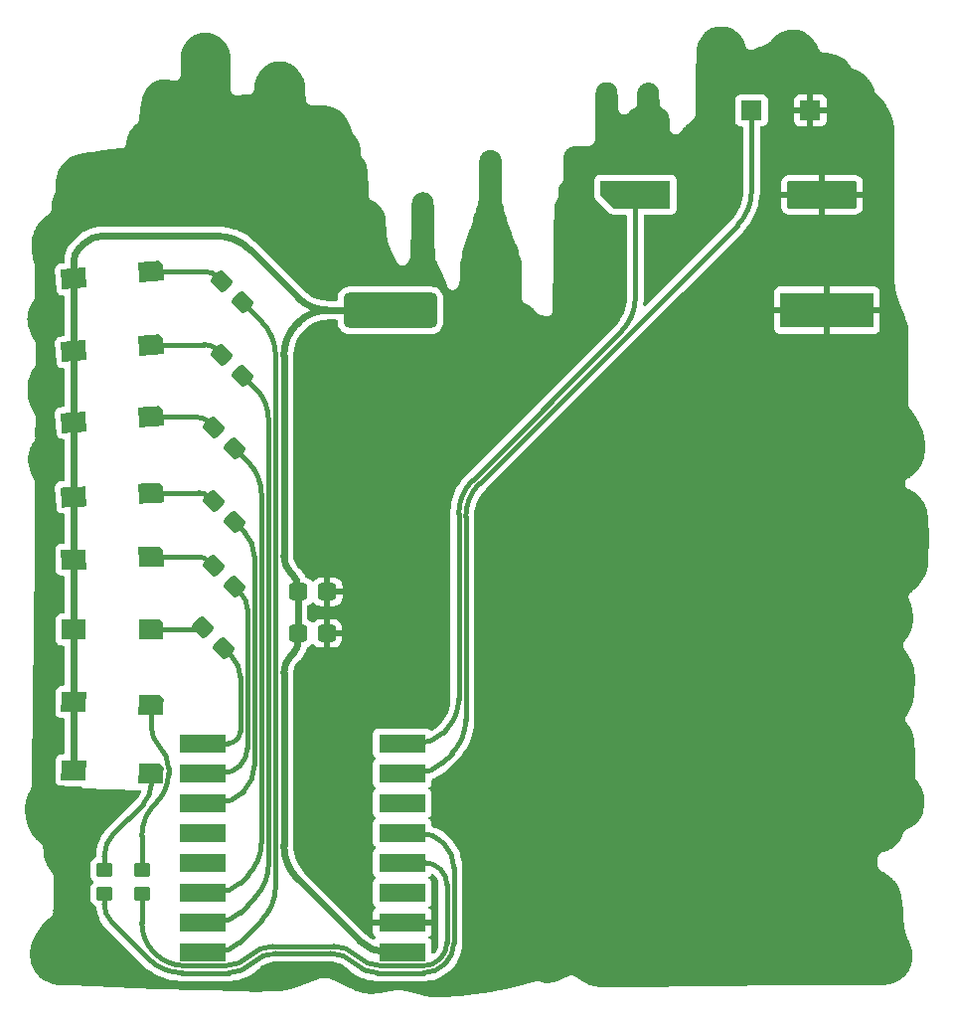
<source format=gbl>
G04 #@! TF.GenerationSoftware,KiCad,Pcbnew,9.0.3*
G04 #@! TF.CreationDate,2025-08-17T22:36:11+02:00*
G04 #@! TF.ProjectId,CH32PBG,43483332-5042-4472-9e6b-696361645f70,rev?*
G04 #@! TF.SameCoordinates,Original*
G04 #@! TF.FileFunction,Copper,L2,Bot*
G04 #@! TF.FilePolarity,Positive*
%FSLAX46Y46*%
G04 Gerber Fmt 4.6, Leading zero omitted, Abs format (unit mm)*
G04 Created by KiCad (PCBNEW 9.0.3) date 2025-08-17 22:36:11*
%MOMM*%
%LPD*%
G01*
G04 APERTURE LIST*
G04 Aperture macros list*
%AMRoundRect*
0 Rectangle with rounded corners*
0 $1 Rounding radius*
0 $2 $3 $4 $5 $6 $7 $8 $9 X,Y pos of 4 corners*
0 Add a 4 corners polygon primitive as box body*
4,1,4,$2,$3,$4,$5,$6,$7,$8,$9,$2,$3,0*
0 Add four circle primitives for the rounded corners*
1,1,$1+$1,$2,$3*
1,1,$1+$1,$4,$5*
1,1,$1+$1,$6,$7*
1,1,$1+$1,$8,$9*
0 Add four rect primitives between the rounded corners*
20,1,$1+$1,$2,$3,$4,$5,0*
20,1,$1+$1,$4,$5,$6,$7,0*
20,1,$1+$1,$6,$7,$8,$9,0*
20,1,$1+$1,$8,$9,$2,$3,0*%
%AMRotRect*
0 Rectangle, with rotation*
0 The origin of the aperture is its center*
0 $1 length*
0 $2 width*
0 $3 Rotation angle, in degrees counterclockwise*
0 Add horizontal line*
21,1,$1,$2,0,0,$3*%
%AMOutline5P*
0 Free polygon, 5 corners , with rotation*
0 The origin of the aperture is its center*
0 number of corners: always 5*
0 $1 to $10 corner X, Y*
0 $11 Rotation angle, in degrees counterclockwise*
0 create outline with 5 corners*
4,1,5,$1,$2,$3,$4,$5,$6,$7,$8,$9,$10,$1,$2,$11*%
%AMOutline6P*
0 Free polygon, 6 corners , with rotation*
0 The origin of the aperture is its center*
0 number of corners: always 6*
0 $1 to $12 corner X, Y*
0 $13 Rotation angle, in degrees counterclockwise*
0 create outline with 6 corners*
4,1,6,$1,$2,$3,$4,$5,$6,$7,$8,$9,$10,$11,$12,$1,$2,$13*%
%AMOutline7P*
0 Free polygon, 7 corners , with rotation*
0 The origin of the aperture is its center*
0 number of corners: always 7*
0 $1 to $14 corner X, Y*
0 $15 Rotation angle, in degrees counterclockwise*
0 create outline with 7 corners*
4,1,7,$1,$2,$3,$4,$5,$6,$7,$8,$9,$10,$11,$12,$13,$14,$1,$2,$15*%
%AMOutline8P*
0 Free polygon, 8 corners , with rotation*
0 The origin of the aperture is its center*
0 number of corners: always 8*
0 $1 to $16 corner X, Y*
0 $17 Rotation angle, in degrees counterclockwise*
0 create outline with 8 corners*
4,1,8,$1,$2,$3,$4,$5,$6,$7,$8,$9,$10,$11,$12,$13,$14,$15,$16,$1,$2,$17*%
G04 Aperture macros list end*
G04 #@! TA.AperFunction,SMDPad,CuDef*
%ADD10R,2.100000X1.700000*%
G04 #@! TD*
G04 #@! TA.AperFunction,SMDPad,CuDef*
%ADD11Outline5P,-1.050000X0.850000X1.050000X0.850000X1.050000X-0.850000X-0.710000X-0.850000X-1.050000X-0.510000X180.000000*%
G04 #@! TD*
G04 #@! TA.AperFunction,SMDPad,CuDef*
%ADD12RoundRect,0.250000X0.450000X-0.350000X0.450000X0.350000X-0.450000X0.350000X-0.450000X-0.350000X0*%
G04 #@! TD*
G04 #@! TA.AperFunction,SMDPad,CuDef*
%ADD13R,8.000000X3.000000*%
G04 #@! TD*
G04 #@! TA.AperFunction,SMDPad,CuDef*
%ADD14RoundRect,0.500000X3.500000X1.000000X-3.500000X1.000000X-3.500000X-1.000000X3.500000X-1.000000X0*%
G04 #@! TD*
G04 #@! TA.AperFunction,SMDPad,CuDef*
%ADD15RoundRect,0.291666X-0.648182X0.070711X0.070711X-0.648182X0.648182X-0.070711X-0.070711X0.648182X0*%
G04 #@! TD*
G04 #@! TA.AperFunction,SMDPad,CuDef*
%ADD16RotRect,2.100000X1.700000X178.000000*%
G04 #@! TD*
G04 #@! TA.AperFunction,SMDPad,CuDef*
%ADD17Outline5P,-1.050000X0.850000X1.050000X0.850000X1.050000X-0.850000X-0.710000X-0.850000X-1.050000X-0.510000X178.000000*%
G04 #@! TD*
G04 #@! TA.AperFunction,SMDPad,CuDef*
%ADD18RotRect,2.100000X1.700000X182.000000*%
G04 #@! TD*
G04 #@! TA.AperFunction,SMDPad,CuDef*
%ADD19Outline5P,-1.050000X0.850000X1.050000X0.850000X1.050000X-0.850000X-0.710000X-0.850000X-1.050000X-0.510000X182.000000*%
G04 #@! TD*
G04 #@! TA.AperFunction,SMDPad,CuDef*
%ADD20RotRect,2.100000X1.700000X185.000000*%
G04 #@! TD*
G04 #@! TA.AperFunction,SMDPad,CuDef*
%ADD21Outline5P,-1.050000X0.850000X1.050000X0.850000X1.050000X-0.850000X-0.710000X-0.850000X-1.050000X-0.510000X185.000000*%
G04 #@! TD*
G04 #@! TA.AperFunction,SMDPad,CuDef*
%ADD22RoundRect,0.250000X-2.750000X-0.950000X2.750000X-0.950000X2.750000X0.950000X-2.750000X0.950000X0*%
G04 #@! TD*
G04 #@! TA.AperFunction,SMDPad,CuDef*
%ADD23Outline5P,-3.000000X1.200000X3.000000X1.200000X3.000000X-1.200000X-1.800000X-1.200000X-3.000000X0.000000X0.000000*%
G04 #@! TD*
G04 #@! TA.AperFunction,SMDPad,CuDef*
%ADD24RotRect,2.100000X1.700000X184.000000*%
G04 #@! TD*
G04 #@! TA.AperFunction,SMDPad,CuDef*
%ADD25Outline5P,-1.050000X0.850000X1.050000X0.850000X1.050000X-0.850000X-0.710000X-0.850000X-1.050000X-0.510000X184.000000*%
G04 #@! TD*
G04 #@! TA.AperFunction,SMDPad,CuDef*
%ADD26R,1.789000X1.700000*%
G04 #@! TD*
G04 #@! TA.AperFunction,SMDPad,CuDef*
%ADD27RoundRect,0.308511X-0.491489X-0.416489X0.491489X-0.416489X0.491489X0.416489X-0.491489X0.416489X0*%
G04 #@! TD*
G04 #@! TA.AperFunction,SMDPad,CuDef*
%ADD28RotRect,2.100000X1.700000X183.000000*%
G04 #@! TD*
G04 #@! TA.AperFunction,SMDPad,CuDef*
%ADD29Outline5P,-1.050000X0.850000X1.050000X0.850000X1.050000X-0.850000X-0.710000X-0.850000X-1.050000X-0.510000X183.000000*%
G04 #@! TD*
G04 #@! TA.AperFunction,SMDPad,CuDef*
%ADD30R,4.000000X1.524000*%
G04 #@! TD*
G04 #@! TA.AperFunction,Conductor*
%ADD31C,0.400000*%
G04 #@! TD*
G04 #@! TA.AperFunction,Conductor*
%ADD32C,0.600000*%
G04 #@! TD*
G04 APERTURE END LIST*
D10*
G04 #@! TO.P,D3,2,A*
G04 #@! TO.N,VCC*
X115199999Y-111040846D03*
D11*
G04 #@! TO.P,D3,1,K*
G04 #@! TO.N,Net-(D3-K)*
X121800001Y-111040846D03*
G04 #@! TD*
D12*
G04 #@! TO.P,R1,2*
G04 #@! TO.N,Net-(D1-K)*
X117800000Y-131500000D03*
G04 #@! TO.P,R1,1*
G04 #@! TO.N,LED1*
X117800000Y-133500000D03*
G04 #@! TD*
G04 #@! TO.P,R2,2*
G04 #@! TO.N,Net-(D2-K)*
X121000000Y-131500000D03*
G04 #@! TO.P,R2,1*
G04 #@! TO.N,LED2*
X121000000Y-133500000D03*
G04 #@! TD*
D13*
G04 #@! TO.P,BT1,2,-*
G04 #@! TO.N,GND*
X179375963Y-83833346D03*
D14*
G04 #@! TO.P,BT1,1,+*
G04 #@! TO.N,VCC*
X142175963Y-83833346D03*
G04 #@! TD*
D15*
G04 #@! TO.P,R7,2*
G04 #@! TO.N,LED7*
X129583883Y-89383883D03*
G04 #@! TO.P,R7,1*
G04 #@! TO.N,Net-(D7-K)*
X127816117Y-87616117D03*
G04 #@! TD*
D16*
G04 #@! TO.P,D1,2,A*
G04 #@! TO.N,VCC*
X115202010Y-123025678D03*
D17*
G04 #@! TO.P,D1,1,K*
G04 #@! TO.N,Net-(D1-K)*
X121797990Y-123256014D03*
G04 #@! TD*
D18*
G04 #@! TO.P,D4,2,A*
G04 #@! TO.N,VCC*
X115202010Y-105056014D03*
D19*
G04 #@! TO.P,D4,1,K*
G04 #@! TO.N,Net-(D4-K)*
X121797990Y-104825678D03*
G04 #@! TD*
D16*
G04 #@! TO.P,D2,2,A*
G04 #@! TO.N,VCC*
X115202011Y-117225677D03*
D17*
G04 #@! TO.P,D2,1,K*
G04 #@! TO.N,Net-(D2-K)*
X121797989Y-117456015D03*
G04 #@! TD*
D20*
G04 #@! TO.P,D8,2,A*
G04 #@! TO.N,VCC*
X115212557Y-81128460D03*
D21*
G04 #@! TO.P,D8,1,K*
G04 #@! TO.N,Net-(D8-K)*
X121787443Y-80553232D03*
G04 #@! TD*
D15*
G04 #@! TO.P,R4,2*
G04 #@! TO.N,Net-(U1-GPIO20)*
X128883883Y-107383883D03*
G04 #@! TO.P,R4,1*
G04 #@! TO.N,Net-(D4-K)*
X127116117Y-105616117D03*
G04 #@! TD*
D22*
G04 #@! TO.P,U2,2*
G04 #@! TO.N,GND*
X178950000Y-74000000D03*
D23*
G04 #@! TO.P,U2,1*
G04 #@! TO.N,Net-(U1-GPIO0)*
X163050000Y-74000000D03*
G04 #@! TD*
D24*
G04 #@! TO.P,D6,2,A*
G04 #@! TO.N,VCC*
X115208039Y-93371042D03*
D25*
G04 #@! TO.P,D6,1,K*
G04 #@! TO.N,Net-(D6-K)*
X121791961Y-92910650D03*
G04 #@! TD*
D15*
G04 #@! TO.P,R8,2*
G04 #@! TO.N,LED8*
X129583883Y-83183883D03*
G04 #@! TO.P,R8,1*
G04 #@! TO.N,Net-(D8-K)*
X127816117Y-81416117D03*
G04 #@! TD*
D26*
G04 #@! TO.P,SW1,2,2*
G04 #@! TO.N,GND*
X177950000Y-66800000D03*
G04 #@! TO.P,SW1,1,1*
G04 #@! TO.N,Net-(U1-GPIO1)*
X172950000Y-66800000D03*
G04 #@! TD*
D15*
G04 #@! TO.P,R3,2*
G04 #@! TO.N,Net-(U1-GPIO21)*
X127933883Y-112583883D03*
G04 #@! TO.P,R3,1*
G04 #@! TO.N,Net-(D3-K)*
X126166117Y-110816117D03*
G04 #@! TD*
D27*
G04 #@! TO.P,C1,2*
G04 #@! TO.N,GND*
X136750000Y-111350000D03*
G04 #@! TO.P,C1,1*
G04 #@! TO.N,VCC*
X134350000Y-111350000D03*
G04 #@! TD*
D15*
G04 #@! TO.P,R6,2*
G04 #@! TO.N,Net-(U1-GPIO7)*
X128883883Y-95583883D03*
G04 #@! TO.P,R6,1*
G04 #@! TO.N,Net-(D6-K)*
X127116117Y-93816117D03*
G04 #@! TD*
D28*
G04 #@! TO.P,D5,2,A*
G04 #@! TO.N,VCC*
X115204521Y-99713554D03*
D29*
G04 #@! TO.P,D5,1,K*
G04 #@! TO.N,Net-(D5-K)*
X121795479Y-99368138D03*
G04 #@! TD*
D27*
G04 #@! TO.P,C2,2*
G04 #@! TO.N,GND*
X136800000Y-107800000D03*
G04 #@! TO.P,C2,1*
G04 #@! TO.N,VCC*
X134350000Y-107800000D03*
G04 #@! TD*
D20*
G04 #@! TO.P,D7,2,A*
G04 #@! TO.N,VCC*
X115212557Y-87328460D03*
D21*
G04 #@! TO.P,D7,1,K*
G04 #@! TO.N,Net-(D7-K)*
X121787443Y-86753232D03*
G04 #@! TD*
D15*
G04 #@! TO.P,R5,2*
G04 #@! TO.N,Net-(U1-GPIO10)*
X128883883Y-101883883D03*
G04 #@! TO.P,R5,1*
G04 #@! TO.N,Net-(D5-K)*
X127116117Y-100116117D03*
G04 #@! TD*
D30*
G04 #@! TO.P,U1,G,GND*
G04 #@! TO.N,GND*
X143200000Y-135960000D03*
G04 #@! TO.P,U1,21,GPIO21*
G04 #@! TO.N,Net-(U1-GPIO21)*
X126200000Y-120720000D03*
G04 #@! TO.P,U1,20,GPIO20*
G04 #@! TO.N,Net-(U1-GPIO20)*
X126200000Y-123260000D03*
G04 #@! TO.P,U1,10,GPIO10*
G04 #@! TO.N,Net-(U1-GPIO10)*
X126200000Y-125800000D03*
G04 #@! TO.P,U1,9,GPIO9*
G04 #@! TO.N,unconnected-(U1-GPIO9-Pad9)*
X126200000Y-128340000D03*
G04 #@! TO.P,U1,8,GPIO8*
G04 #@! TO.N,unconnected-(U1-GPIO8-Pad8)*
X126200000Y-130880000D03*
G04 #@! TO.P,U1,7,GPIO7*
G04 #@! TO.N,Net-(U1-GPIO7)*
X126200000Y-133420000D03*
G04 #@! TO.P,U1,6,GPIO6*
G04 #@! TO.N,LED7*
X126200000Y-135960000D03*
G04 #@! TO.P,U1,5V,5V*
G04 #@! TO.N,VCC*
X143200000Y-138500000D03*
G04 #@! TO.P,U1,5,GPIO5*
G04 #@! TO.N,LED8*
X126200000Y-138500000D03*
G04 #@! TO.P,U1,4,GPIO4*
G04 #@! TO.N,LED2*
X143200000Y-130880000D03*
G04 #@! TO.P,U1,3.3,3V3*
G04 #@! TO.N,unconnected-(U1-3V3-Pad3.3)*
X143200000Y-133420000D03*
G04 #@! TO.P,U1,3,GPIO3*
G04 #@! TO.N,LED1*
X143200000Y-128340000D03*
G04 #@! TO.P,U1,2,GPIO2*
G04 #@! TO.N,unconnected-(U1-GPIO2-Pad2)*
X143200000Y-125800000D03*
G04 #@! TO.P,U1,1,GPIO1*
G04 #@! TO.N,Net-(U1-GPIO1)*
X143200000Y-123260000D03*
G04 #@! TO.P,U1,0,GPIO0*
G04 #@! TO.N,Net-(U1-GPIO0)*
X143200000Y-120720000D03*
G04 #@! TD*
D31*
G04 #@! TO.N,Net-(D8-K)*
X127957553Y-81457525D02*
G75*
G02*
X127992923Y-81542888I-85353J-85375D01*
G01*
X127523075Y-81023047D02*
G75*
G03*
X126388788Y-80553208I-1134275J-1134253D01*
G01*
G04 #@! TO.N,Net-(D7-K)*
X127975194Y-87725228D02*
G75*
G02*
X127992863Y-87767898I-42694J-42672D01*
G01*
X127498051Y-87248062D02*
G75*
G03*
X126303440Y-86753188I-1194651J-1194538D01*
G01*
G04 #@! TO.N,Net-(D6-K)*
X126851774Y-93451761D02*
G75*
G03*
X125545388Y-92910633I-1306374J-1306339D01*
G01*
G04 #@! TO.N,Net-(D5-K)*
X126742130Y-99742119D02*
G75*
G03*
X125839238Y-99368099I-902930J-902881D01*
G01*
G04 #@! TO.N,Net-(D4-K)*
X126720900Y-105220888D02*
G75*
G03*
X125766754Y-104825690I-954100J-954112D01*
G01*
G04 #@! TO.N,Net-(D3-K)*
X126053749Y-110928475D02*
G75*
G02*
X125782475Y-111040822I-271249J271275D01*
G01*
G04 #@! TO.N,Net-(D2-K)*
X121797989Y-119251453D02*
G75*
G03*
X122537988Y-121038014I2526511J-47D01*
G01*
X123278014Y-123250000D02*
G75*
G02*
X122237168Y-125762843I-3553714J0D01*
G01*
X122538001Y-121038001D02*
G75*
G02*
X123278034Y-122824549I-1786601J-1786599D01*
G01*
X122139007Y-125860993D02*
G75*
G03*
X120999996Y-128610799I2749793J-2749807D01*
G01*
G04 #@! TO.N,Net-(D1-K)*
X118613172Y-128386827D02*
G75*
G03*
X117799986Y-130350000I1963128J-1963173D01*
G01*
X121797990Y-124229012D02*
G75*
G02*
X121109963Y-125890010I-2348990J12D01*
G01*
G04 #@! TO.N,Net-(U1-GPIO0)*
X163049978Y-82759514D02*
G75*
G02*
X161854627Y-85645331I-4081178J14D01*
G01*
X149195345Y-98304660D02*
G75*
G03*
X147999995Y-101190479I2885855J-2885840D01*
G01*
X148000003Y-116930217D02*
G75*
G02*
X146889997Y-119609994I-3789803J17D01*
G01*
X146692167Y-119807832D02*
G75*
G02*
X144490000Y-120720010I-2202167J2202132D01*
G01*
G04 #@! TO.N,Net-(U1-GPIO1)*
X172950020Y-73709478D02*
G75*
G02*
X171754681Y-76595295I-4081120J-22D01*
G01*
X146638025Y-122361974D02*
G75*
G02*
X144470000Y-123259985I-2168025J2168074D01*
G01*
X149796383Y-98553611D02*
G75*
G03*
X148601058Y-101439429I2885817J-2885789D01*
G01*
X148601039Y-118708488D02*
G75*
G02*
X147405696Y-121594307I-4081139J-12D01*
G01*
G04 #@! TO.N,LED1*
X139082558Y-139432500D02*
G75*
G03*
X137075139Y-138600967I-2007458J-2007400D01*
G01*
X139082558Y-139432500D02*
G75*
G03*
X141089976Y-140264022I2007442J2007400D01*
G01*
X147601000Y-137677634D02*
G75*
G02*
X146843461Y-139506461I-2586400J34D01*
G01*
X130417442Y-139432500D02*
G75*
G02*
X128410023Y-140264022I-2007442J2007400D01*
G01*
X146720500Y-129220500D02*
G75*
G02*
X147600994Y-131346215I-2125700J-2125700D01*
G01*
X146720500Y-129220500D02*
G75*
G03*
X144594784Y-128340006I-2125700J-2125700D01*
G01*
X117800000Y-134400000D02*
G75*
G03*
X118436394Y-135936398I2172800J0D01*
G01*
X146843471Y-139506471D02*
G75*
G02*
X145014634Y-140264014I-1828871J1828871D01*
G01*
X121568655Y-139068655D02*
G75*
G03*
X124454472Y-140264008I2885845J2885855D01*
G01*
X132424860Y-138601000D02*
G75*
G03*
X130417466Y-139432524I40J-2838900D01*
G01*
G04 #@! TO.N,Net-(U1-GPIO21)*
X128664438Y-113314438D02*
G75*
G02*
X129395019Y-115078153I-1763738J-1763762D01*
G01*
X129087496Y-120412503D02*
G75*
G02*
X128345134Y-120720011I-742396J742403D01*
G01*
X129394993Y-119670141D02*
G75*
G02*
X129087483Y-120412490I-1049893J41D01*
G01*
G04 #@! TO.N,Net-(U1-GPIO20)*
X129439938Y-107939938D02*
G75*
G02*
X129996011Y-109282373I-1342438J-1342462D01*
G01*
X129995993Y-121115885D02*
G75*
G02*
X129367999Y-122632006I-2144093J-15D01*
G01*
X129367996Y-122632003D02*
G75*
G02*
X127851878Y-123259988I-1516096J1516103D01*
G01*
G04 #@! TO.N,Net-(U1-GPIO10)*
X129740438Y-102740438D02*
G75*
G02*
X130596952Y-104808344I-2067938J-2067862D01*
G01*
X129583883Y-124916116D02*
G75*
G02*
X127450000Y-125799990I-2133883J2133916D01*
G01*
X130596993Y-122561630D02*
G75*
G02*
X129648486Y-124851493I-3238393J30D01*
G01*
G04 #@! TO.N,LED8*
X129313172Y-137686827D02*
G75*
G02*
X127350000Y-138500013I-1963172J1963127D01*
G01*
X132399993Y-132909534D02*
G75*
G02*
X131204638Y-135795341I-4081193J34D01*
G01*
X131204648Y-84804648D02*
G75*
G02*
X132400008Y-87690465I-2885848J-2885852D01*
G01*
G04 #@! TO.N,LED7*
X129367314Y-135132684D02*
G75*
G02*
X127370000Y-135960007I-1997314J1997284D01*
G01*
X131798993Y-131010534D02*
G75*
G02*
X130603638Y-133896341I-4081193J34D01*
G01*
X130691438Y-90491438D02*
G75*
G02*
X131798995Y-93165312I-2673838J-2673862D01*
G01*
G04 #@! TO.N,Net-(U1-GPIO7)*
X131197993Y-129111534D02*
G75*
G02*
X130002638Y-131997341I-4081193J34D01*
G01*
X130040938Y-96740938D02*
G75*
G02*
X131197993Y-99534315I-2793338J-2793362D01*
G01*
X129421457Y-132578542D02*
G75*
G02*
X127390000Y-133420003I-2031457J2031442D01*
G01*
D32*
G04 #@! TO.N,VCC*
X115200882Y-117224542D02*
X115200635Y-117224289D01*
X115204519Y-93738277D02*
G75*
G03*
X115204520Y-93738901I97381J-123D01*
G01*
X134350000Y-111974999D02*
G75*
G02*
X133908063Y-113041943I-1508900J-1D01*
G01*
X115202006Y-111038651D02*
G75*
G02*
X115201899Y-111038979I-406J-49D01*
G01*
X115203569Y-105052763D02*
G75*
G02*
X115203163Y-105055162I-7669J63D01*
G01*
X115200390Y-117224035D02*
G75*
G03*
X115200635Y-117224289I31210J29935D01*
G01*
X115200968Y-111039652D02*
G75*
G03*
X115200999Y-111039306I-1968J352D01*
G01*
X115200975Y-111039662D02*
X115200978Y-111039660D01*
X115200982Y-111039659D01*
X115200986Y-111039657D01*
X115200989Y-111039656D01*
X115200990Y-111039656D01*
X115201001Y-111039306D02*
G75*
G02*
X115200991Y-111039656I-6101J6D01*
G01*
X115206500Y-93733498D02*
G75*
G02*
X115206944Y-93733059I96600J-97202D01*
G01*
X115206507Y-93733500D02*
X115206500Y-93733498D01*
X115206944Y-93733059D02*
G75*
G03*
X115206507Y-93733500I15956J-16241D01*
G01*
X133849228Y-106349211D02*
G75*
G02*
X134300030Y-107437496I-1088228J-1088289D01*
G01*
X117751781Y-77500020D02*
G75*
G03*
X115956308Y-78243750I19J-2539180D01*
G01*
X115212547Y-93365321D02*
G75*
G02*
X115212542Y-93366116I-159047J621D01*
G01*
X115208031Y-93731645D02*
G75*
G02*
X115207806Y-93732171I-831J45D01*
G01*
X136866666Y-83833356D02*
G75*
G03*
X134306017Y-84894029I34J-3621344D01*
G01*
X134306006Y-82772699D02*
G75*
G03*
X136866666Y-83833372I2560694J2560699D01*
G01*
X115202403Y-105057507D02*
G75*
G03*
X115202026Y-105059910I7397J-2393D01*
G01*
X133105008Y-104759999D02*
G75*
G03*
X133702509Y-106202494I2039992J-1D01*
G01*
X115208039Y-93731030D02*
X115208041Y-93730408D01*
X115201638Y-117225285D02*
G75*
G03*
X115201883Y-117225543I4762J4285D01*
G01*
X115201878Y-111038959D02*
G75*
G03*
X115201626Y-111039208I6122J-6441D01*
G01*
X115204343Y-105053649D02*
G75*
G02*
X115204041Y-105053969I-8343J7549D01*
G01*
X115208039Y-93731030D02*
G75*
G02*
X115208031Y-93731645I-47639J330D01*
G01*
X115208039Y-93371439D02*
G75*
G02*
X115208039Y-93372240I-80239J-361D01*
G01*
X115202013Y-105059910D02*
G75*
G03*
X115202008Y-105062375I505987J-2290D01*
G01*
X115201377Y-111039460D02*
X115201125Y-111039712D01*
X115201148Y-111039723D02*
X115201146Y-111039727D01*
X115201145Y-111039728D01*
X115201377Y-111039460D02*
G75*
G03*
X115201144Y-111039727I1723J-1740D01*
G01*
X115206944Y-93733059D02*
X115207383Y-93732618D01*
X115203730Y-105054284D02*
G75*
G03*
X115203418Y-105054599I49470J-49316D01*
G01*
X115203418Y-105054599D02*
G75*
G03*
X115203105Y-105054914I24582J-24701D01*
G01*
X115200621Y-111040209D02*
G75*
G03*
X115200367Y-111040464I6379J-6591D01*
G01*
X115200944Y-111039778D02*
G75*
G03*
X115201054Y-111039826I56J-22D01*
G01*
X115211139Y-93367929D02*
X115210576Y-93368496D01*
X115206271Y-93733407D02*
G75*
G03*
X115206284Y-93732780I-49671J1307D01*
G01*
X115206280Y-93733407D02*
X115206271Y-93733407D01*
X115206283Y-93732780D02*
G75*
G03*
X115206279Y-93733407I32717J-520D01*
G01*
X115200621Y-111040209D02*
G75*
G03*
X115200864Y-111039960I-7521J7609D01*
G01*
X115200872Y-111039963D02*
G75*
G03*
X115200621Y-111040209I30728J-31637D01*
G01*
X115200863Y-111039959D02*
X115200872Y-111039963D01*
X115204728Y-93735254D02*
X115205171Y-93734815D01*
X115202003Y-111038297D02*
G75*
G03*
X115202006Y-111038651I10397J-103D01*
G01*
X115207811Y-93732176D02*
G75*
G02*
X115207382Y-93732617I-24211J23076D01*
G01*
X115200018Y-117223476D02*
G75*
G03*
X115200121Y-117223799I482J-24D01*
G01*
X115204500Y-105053271D02*
G75*
G02*
X115204324Y-105053630I-600J71D01*
G01*
X115201131Y-117224793D02*
G75*
G03*
X115201387Y-117225038I3969J3893D01*
G01*
X115208040Y-93729789D02*
G75*
G03*
X115208041Y-93730408I95960J-111D01*
G01*
X115199997Y-111042444D02*
G75*
G03*
X115199998Y-111042802I32003J-56D01*
G01*
X115200144Y-117223781D02*
G75*
G02*
X115200389Y-117224036I-16044J-15719D01*
G01*
X115201388Y-117225036D02*
G75*
G02*
X115201639Y-117225284I-2288J-2564D01*
G01*
X115206055Y-93733941D02*
G75*
G03*
X115206275Y-93733407I-555J541D01*
G01*
X115206053Y-93733940D02*
X115206055Y-93733941D01*
X115206280Y-93733407D02*
G75*
G03*
X115206486Y-93733484I120J7D01*
G01*
X115204513Y-93737028D02*
G75*
G03*
X115204516Y-93737653I98087J128D01*
G01*
X139545405Y-137545405D02*
G75*
G03*
X141850000Y-138499997I2304595J2304605D01*
G01*
X115201131Y-117224793D02*
X115200882Y-117224542D01*
X115208887Y-93370194D02*
G75*
G02*
X115208322Y-93370758I-53387J52894D01*
G01*
X115201626Y-111039208D02*
G75*
G03*
X115201377Y-111039460I31274J-31092D01*
G01*
X115200990Y-111039656D02*
G75*
G02*
X115200851Y-111039947I-490J56D01*
G01*
X115199998Y-111043159D02*
G75*
G03*
X115200000Y-111043516I32002J-41D01*
G01*
X115205611Y-93734377D02*
G75*
G02*
X115206053Y-93733940I95689J-96323D01*
G01*
X115205613Y-93734379D02*
X115206055Y-93733941D01*
X115206053Y-93733940D02*
X115206055Y-93733941D01*
X115212259Y-93366797D02*
G75*
G02*
X115211700Y-93367364I-80059J78397D01*
G01*
X115204513Y-93736407D02*
X115204513Y-93737028D01*
X115204511Y-105052836D02*
G75*
G02*
X115204499Y-105053271I-9511J36D01*
G01*
X115208039Y-93372240D02*
G75*
G03*
X115208037Y-93373036I79161J-560D01*
G01*
X115206271Y-93733423D02*
G75*
G03*
X115206481Y-93733503I129J23D01*
G01*
X115200120Y-111040713D02*
X115200368Y-111040465D01*
X115202006Y-111037944D02*
G75*
G03*
X115202003Y-111038297I30894J-456D01*
G01*
X115200128Y-111040721D02*
G75*
G03*
X115200036Y-111041022I372J-279D01*
G01*
X115200013Y-117223124D02*
G75*
G02*
X115200018Y-117223476I-31013J-576D01*
G01*
X115199998Y-111042802D02*
X115199998Y-111043159D01*
X115199994Y-111042080D02*
G75*
G03*
X115199997Y-111042444I33106J80D01*
G01*
X133105007Y-129414534D02*
G75*
G03*
X134300362Y-132300340I4081193J34D01*
G01*
X115205611Y-93734377D02*
G75*
G03*
X115205171Y-93734815I23789J-24323D01*
G01*
X115208322Y-93370758D02*
G75*
G03*
X115208067Y-93371438I678J-642D01*
G01*
X115212542Y-93366116D02*
G75*
G02*
X115212268Y-93366805I-1042J16D01*
G01*
X115200003Y-111041024D02*
G75*
G03*
X115199992Y-111041376I29197J-1076D01*
G01*
X115209022Y-93371546D02*
G75*
G03*
X115210806Y-93367685I-38322J20046D01*
G01*
X115209987Y-93371788D02*
G75*
G03*
X115209070Y-93371571I-487J-12D01*
G01*
X115210803Y-93367684D02*
G75*
G03*
X115209989Y-93371788I10497J-4216D01*
G01*
X115204729Y-93735255D02*
G75*
G03*
X115204480Y-93735785I471J-545D01*
G01*
X115199992Y-111041376D02*
G75*
G03*
X115199990Y-111041728I10308J-224D01*
G01*
X115208037Y-93373036D02*
G75*
G03*
X115208160Y-93373040I63J36D01*
G01*
X115199991Y-111041728D02*
G75*
G03*
X115199994Y-111042080I31009J128D01*
G01*
X115209446Y-93369629D02*
G75*
G03*
X115208887Y-93370194I79154J-78871D01*
G01*
X115204514Y-105052390D02*
X115204518Y-105051947D01*
X130228648Y-78695347D02*
G75*
G03*
X127342830Y-77499991I-2885848J-2885853D01*
G01*
X134235848Y-84964186D02*
G75*
G03*
X133105050Y-87694238I2730052J-2730014D01*
G01*
X133727503Y-113222493D02*
G75*
G03*
X133105017Y-114725329I1502797J-1502807D01*
G01*
X115685679Y-78514357D02*
G75*
G03*
X115212611Y-79656514I1142221J-1142143D01*
G01*
X115202791Y-105055226D02*
X115203105Y-105054914D01*
X115204510Y-93735786D02*
G75*
G02*
X115204513Y-93736407I-95910J-814D01*
G01*
X115204520Y-93739212D02*
X115204521Y-93740459D01*
X115204521Y-101048665D02*
X115204521Y-101893159D01*
X115212558Y-80593201D02*
X115212557Y-81128458D01*
X115211920Y-91474235D02*
X115211284Y-92736356D01*
X115203572Y-105050296D02*
X115203569Y-105052763D01*
X115204521Y-97164877D02*
X115204521Y-97692423D01*
X115204521Y-94354430D02*
X115204521Y-95583619D01*
X115212557Y-87185877D02*
X115212557Y-87257168D01*
X115204521Y-101893159D02*
X115204410Y-102737652D01*
X115212557Y-81128458D02*
X115212557Y-81663715D01*
X115201125Y-111039712D02*
X115200872Y-111039963D01*
X134299999Y-109550000D02*
X134300000Y-110850000D01*
X134299999Y-108287500D02*
X134299999Y-108712499D01*
X115206500Y-93733498D02*
X115206053Y-93733940D01*
X115202007Y-111037591D02*
X115202006Y-111037944D01*
X115212557Y-87257168D02*
X115212557Y-87328459D01*
X115204041Y-105053969D02*
X115203730Y-105054284D01*
X115212557Y-83269475D02*
X115212557Y-83885034D01*
X115204163Y-103685934D02*
X115203808Y-104596331D01*
X115212557Y-82653916D02*
X115212557Y-83269475D01*
X115204516Y-93737653D02*
X115204519Y-93738277D01*
X115210576Y-93368496D02*
X115210011Y-93369063D01*
X115212563Y-80057944D02*
X115212558Y-80593201D01*
X115203178Y-105055167D02*
X115202403Y-105057507D01*
X115212557Y-83885034D02*
X115212557Y-84500593D01*
X115212557Y-88472580D02*
X115212184Y-90689529D01*
X115212557Y-87328459D02*
X115212557Y-87399750D01*
X115211700Y-93367364D02*
X115211139Y-93367929D01*
X134300001Y-107862500D02*
X134299999Y-108287500D01*
X115204521Y-97692423D02*
X115204521Y-98219969D01*
D31*
G04 #@! TO.N,LED2*
X139331500Y-138831500D02*
G75*
G03*
X137324081Y-138000008I-2007400J-2007400D01*
G01*
X146440000Y-131440000D02*
G75*
G03*
X145088040Y-130879983I-1352000J-1352000D01*
G01*
X147000000Y-137677634D02*
G75*
G02*
X146418490Y-139081490I-1985400J34D01*
G01*
X122081500Y-138581500D02*
G75*
G03*
X124692471Y-139663012I2611000J2611000D01*
G01*
X146440000Y-131440000D02*
G75*
G02*
X147000017Y-132791959I-1352000J-1352000D01*
G01*
X121000000Y-135970528D02*
G75*
G03*
X122081508Y-138581492I3692500J28D01*
G01*
X130168500Y-138831500D02*
G75*
G02*
X128161081Y-139662992I-2007400J2007400D01*
G01*
X132175918Y-138000000D02*
G75*
G03*
X130168495Y-138831495I-18J-2838900D01*
G01*
X139331500Y-138831500D02*
G75*
G03*
X141338918Y-139662992I2007400J2007400D01*
G01*
X146418500Y-139081500D02*
G75*
G02*
X145014634Y-139663014I-1403900J1403900D01*
G01*
G04 #@! TO.N,Net-(D2-K)*
X121797989Y-119251453D02*
X121797989Y-117456015D01*
X123278014Y-123250000D02*
X123278014Y-122824549D01*
X122237162Y-125762837D02*
X122139007Y-125860993D01*
X121000000Y-128610799D02*
X121000000Y-131500000D01*
G04 #@! TO.N,LED1*
X128410023Y-140264000D02*
X124454472Y-140264000D01*
X137075139Y-138601000D02*
X132424860Y-138601000D01*
X141089976Y-140264000D02*
X145014634Y-140264000D01*
G04 #@! TO.N,LED2*
X137324081Y-138000000D02*
X132175918Y-138000000D01*
X124692471Y-139663000D02*
X128161081Y-139663000D01*
X141338918Y-139663000D02*
X145014634Y-139663000D01*
G04 #@! TO.N,LED8*
X127350000Y-138500000D02*
X126200000Y-138500000D01*
X129313172Y-137686827D02*
X131204648Y-135795351D01*
X132399993Y-132909534D02*
X132399993Y-87690465D01*
X131204648Y-84804648D02*
X129583883Y-83183883D01*
G04 #@! TO.N,LED1*
X118436396Y-135936396D02*
X121568655Y-139068655D01*
X117800000Y-134400000D02*
X117800000Y-133500000D01*
G04 #@! TO.N,LED2*
X121000000Y-135970528D02*
X121000000Y-133500000D01*
G04 #@! TO.N,Net-(D1-K)*
X121797990Y-124229012D02*
X121797990Y-123256014D01*
X117800000Y-130350000D02*
X117800000Y-131500000D01*
X118613172Y-128386827D02*
X121109976Y-125890023D01*
G04 #@! TO.N,Net-(U1-GPIO1)*
X144470000Y-123260000D02*
X143200000Y-123260000D01*
X146638025Y-122361974D02*
X147405694Y-121594305D01*
X148601039Y-101439429D02*
X148601039Y-118708488D01*
X171754681Y-76595295D02*
X149796383Y-98553611D01*
X172950020Y-73709478D02*
X172950000Y-66800000D01*
G04 #@! TO.N,Net-(U1-GPIO0)*
X163049978Y-82759514D02*
X163050000Y-74000000D01*
X161854630Y-85645334D02*
X149195345Y-98304660D01*
X148000003Y-101190479D02*
X148000003Y-116930217D01*
X146890001Y-119609998D02*
X146692167Y-119807832D01*
X144490000Y-120720000D02*
X143200000Y-120720000D01*
G04 #@! TO.N,LED1*
X144594784Y-128340000D02*
X143200000Y-128340000D01*
X147601000Y-137677634D02*
X147601000Y-131346215D01*
G04 #@! TO.N,Net-(U1-GPIO21)*
X128345134Y-120720000D02*
X126200000Y-120720000D01*
X129394993Y-115078153D02*
X129394993Y-119670141D01*
X128664438Y-113314438D02*
X127933883Y-112583883D01*
G04 #@! TO.N,Net-(U1-GPIO20)*
X127851878Y-123260000D02*
X126200000Y-123260000D01*
X129995993Y-109282373D02*
X129995993Y-121115885D01*
X129439938Y-107939938D02*
X128883883Y-107383883D01*
G04 #@! TO.N,Net-(U1-GPIO10)*
X130596993Y-104808344D02*
X130596993Y-122561630D01*
X129740438Y-102740438D02*
X128883883Y-101883883D01*
X129583883Y-124916116D02*
X129648496Y-124851503D01*
G04 #@! TO.N,Net-(U1-GPIO7)*
X127390000Y-133420000D02*
X126200000Y-133420000D01*
X130002648Y-131997351D02*
X129421457Y-132578542D01*
X131197993Y-129111534D02*
X131197993Y-99534315D01*
X130040938Y-96740938D02*
X128883883Y-95583883D01*
G04 #@! TO.N,LED7*
X129367314Y-135132684D02*
X130603648Y-133896351D01*
X131798993Y-131010534D02*
X131798993Y-93165312D01*
X130691438Y-90491438D02*
X129583883Y-89383883D01*
X127370000Y-135960000D02*
X126200000Y-135960000D01*
G04 #@! TO.N,Net-(U1-GPIO10)*
X127450000Y-125800000D02*
X126200000Y-125800000D01*
G04 #@! TO.N,LED2*
X145088040Y-130880000D02*
X143200000Y-130880000D01*
X147000000Y-137677634D02*
X147000000Y-132791959D01*
D32*
G04 #@! TO.N,VCC*
X139545405Y-137545405D02*
X134300351Y-132300351D01*
X133105007Y-129414534D02*
X133105007Y-114725329D01*
X141850000Y-138500000D02*
X143200000Y-138500000D01*
X115206507Y-93733500D02*
X115206492Y-93733516D01*
X115206271Y-93733407D02*
X115206271Y-93733423D01*
X115201145Y-111039728D02*
X115201068Y-111039832D01*
X115200968Y-111039652D02*
X115200944Y-111039778D01*
X115202791Y-105055226D02*
X115202634Y-105055383D01*
X115200013Y-117223124D02*
X115200008Y-117222948D01*
X115212547Y-93365321D02*
X115212549Y-93364923D01*
X115210011Y-93369063D02*
X115209446Y-93369629D01*
X115203309Y-105055071D02*
X115201993Y-105056007D01*
X134350000Y-111974999D02*
X134350000Y-111350000D01*
X117751781Y-77500020D02*
X127342830Y-77500006D01*
X136866666Y-83833356D02*
X143375963Y-83833346D01*
X115212557Y-87185877D02*
X115212557Y-84500593D01*
X115202007Y-111037591D02*
X115202009Y-111037412D01*
X133908058Y-113041938D02*
X133727503Y-113222493D01*
X115200613Y-117224117D02*
X115199999Y-117222241D01*
X115204521Y-97164877D02*
X115204521Y-95583619D01*
X115201001Y-111039306D02*
X115202008Y-105062375D01*
X134299999Y-109550000D02*
X134299999Y-108712499D01*
X115212557Y-81663715D02*
X115212557Y-82653916D01*
X115203572Y-105050296D02*
X115203808Y-104596331D01*
X115210803Y-93367684D02*
X115212555Y-93363328D01*
X115204410Y-102737652D02*
X115204163Y-103685934D01*
X115204518Y-105051947D02*
X115204520Y-105051726D01*
X114704523Y-93374558D02*
X114708039Y-93371042D01*
X134306010Y-84894022D02*
X134235848Y-84964186D01*
X115211920Y-91474235D02*
X115212184Y-90689529D01*
X115204511Y-105052836D02*
X115204514Y-105052390D01*
X115209022Y-93371546D02*
X115208221Y-93373081D01*
X133849228Y-106349211D02*
X133702510Y-106202493D01*
X115204521Y-93740459D02*
X115204521Y-94354430D01*
X115199999Y-111043516D02*
X115200344Y-117223520D01*
X115208040Y-93729789D02*
X115208039Y-93729472D01*
X115956296Y-78243738D02*
X115685679Y-78514357D01*
X115211284Y-92736356D02*
X115210860Y-93367417D01*
X115212557Y-88472580D02*
X115212557Y-87399750D01*
X133105008Y-104759999D02*
X133105027Y-87694238D01*
X115206283Y-93732780D02*
X115209987Y-93371788D01*
X134300005Y-107437496D02*
X134300001Y-107862500D01*
X134306006Y-82772699D02*
X130228648Y-78695347D01*
X115204520Y-93739212D02*
X115204520Y-93738901D01*
X115201017Y-117224665D02*
X115202010Y-123025678D01*
X115212563Y-80057944D02*
X115212571Y-79656514D01*
X115201884Y-117225542D02*
X115202017Y-117225674D01*
X134300000Y-110850000D02*
X134300000Y-111500000D01*
X115204521Y-101048665D02*
X115204521Y-98219969D01*
D31*
G04 #@! TO.N,Net-(D1-K)*
X122000000Y-123500000D02*
X121797990Y-123297990D01*
G04 #@! TO.N,Net-(D3-K)*
X121340847Y-111000000D02*
X121300001Y-111040846D01*
X126053749Y-110928475D02*
X126166117Y-110816117D01*
X125782475Y-111040834D02*
X121800001Y-111040846D01*
G04 #@! TO.N,Net-(D4-K)*
X125766754Y-104825661D02*
X121797990Y-104825678D01*
X126720900Y-105220888D02*
X127116117Y-105616117D01*
X121313158Y-104840846D02*
X121297990Y-104825678D01*
G04 #@! TO.N,Net-(D5-K)*
X126742130Y-99742119D02*
X127116117Y-100116117D01*
X121322771Y-99340846D02*
X121295479Y-99368138D01*
X125839238Y-99368123D02*
X121795479Y-99368138D01*
G04 #@! TO.N,Net-(D6-K)*
X125545388Y-92910633D02*
X121791961Y-92910650D01*
X126851774Y-93451761D02*
X127392893Y-93992893D01*
G04 #@! TO.N,Net-(D7-K)*
X126303440Y-86753222D02*
X121787443Y-86753232D01*
X127992880Y-87767898D02*
X127992893Y-87792893D01*
X127975194Y-87725228D02*
X127498051Y-87248062D01*
G04 #@! TO.N,Net-(D8-K)*
X127957553Y-81457525D02*
X127523075Y-81023047D01*
X127992902Y-81542888D02*
X127992893Y-81592893D01*
X126388788Y-80553213D02*
X121787443Y-80553232D01*
G04 #@! TD*
G04 #@! TA.AperFunction,Conductor*
G04 #@! TO.N,GND*
G36*
X170378238Y-59662986D02*
G01*
X170531546Y-59670122D01*
X170538216Y-59670614D01*
X170676426Y-59684589D01*
X170698817Y-59686853D01*
X170706366Y-59687851D01*
X170724603Y-59690835D01*
X170782944Y-59700381D01*
X170788419Y-59701405D01*
X170869332Y-59718449D01*
X170874724Y-59719712D01*
X170909880Y-59728778D01*
X170955133Y-59740448D01*
X170960377Y-59741925D01*
X171040108Y-59766288D01*
X171045175Y-59767957D01*
X171124108Y-59795892D01*
X171129078Y-59797774D01*
X171196519Y-59824965D01*
X171206961Y-59829175D01*
X171211824Y-59831258D01*
X171288531Y-59866060D01*
X171293246Y-59868319D01*
X171368618Y-59906440D01*
X171373194Y-59908877D01*
X171447052Y-59950219D01*
X171451510Y-59952838D01*
X171523643Y-59997276D01*
X171527993Y-60000082D01*
X171585305Y-60038780D01*
X171598238Y-60047512D01*
X171602453Y-60050489D01*
X171646218Y-60082773D01*
X171670622Y-60100775D01*
X171674725Y-60103935D01*
X171736034Y-60153244D01*
X171740716Y-60157009D01*
X171744665Y-60160323D01*
X171808308Y-60216053D01*
X171812119Y-60219534D01*
X171869576Y-60274288D01*
X171873159Y-60277702D01*
X171876886Y-60281408D01*
X171936720Y-60343475D01*
X171939752Y-60346735D01*
X171980656Y-60392349D01*
X171983284Y-60395378D01*
X172018632Y-60437503D01*
X172023302Y-60443068D01*
X172025868Y-60446231D01*
X172064357Y-60495285D01*
X172066811Y-60498520D01*
X172103667Y-60548814D01*
X172105952Y-60552042D01*
X172141153Y-60603554D01*
X172143385Y-60606940D01*
X172176778Y-60659455D01*
X172178925Y-60662957D01*
X172210501Y-60716461D01*
X172212535Y-60720044D01*
X172242216Y-60774410D01*
X172244158Y-60778112D01*
X172271946Y-60833361D01*
X172273764Y-60837135D01*
X172299570Y-60893102D01*
X172301261Y-60896943D01*
X172325027Y-60953517D01*
X172326625Y-60957512D01*
X172348331Y-61014659D01*
X172349805Y-61018756D01*
X172369402Y-61076366D01*
X172370746Y-61080561D01*
X172388209Y-61138581D01*
X172389420Y-61142883D01*
X172404722Y-61201270D01*
X172405789Y-61205667D01*
X172410844Y-61228291D01*
X172418178Y-61261119D01*
X172419952Y-61269056D01*
X172420498Y-61271629D01*
X172432196Y-61329753D01*
X172433800Y-61334444D01*
X172433807Y-61334465D01*
X172434023Y-61335098D01*
X172434067Y-61335200D01*
X172435768Y-61339848D01*
X172435770Y-61339852D01*
X172435771Y-61339855D01*
X172446211Y-61359830D01*
X172463232Y-61392397D01*
X172463841Y-61393562D01*
X172490749Y-61447818D01*
X172494310Y-61451859D01*
X172496813Y-61456648D01*
X172526531Y-61488972D01*
X172537824Y-61501255D01*
X172577863Y-61546704D01*
X172582355Y-61549691D01*
X172586007Y-61553663D01*
X172586011Y-61553665D01*
X172586014Y-61553668D01*
X172636038Y-61585420D01*
X172638218Y-61586836D01*
X172687601Y-61619672D01*
X172687604Y-61619673D01*
X172692038Y-61621848D01*
X172692037Y-61621848D01*
X172692670Y-61622158D01*
X172692800Y-61622210D01*
X172697262Y-61624281D01*
X172697271Y-61624287D01*
X172755088Y-61642411D01*
X172812487Y-61661752D01*
X172817864Y-61662091D01*
X172823011Y-61663705D01*
X172823020Y-61663707D01*
X172883532Y-61666248D01*
X172944008Y-61670076D01*
X172949301Y-61669010D01*
X172954689Y-61669237D01*
X173012606Y-61656295D01*
X173015022Y-61655783D01*
X173073202Y-61644075D01*
X173073208Y-61644071D01*
X173077845Y-61642486D01*
X173077867Y-61642478D01*
X173078576Y-61642235D01*
X173078675Y-61642193D01*
X173083291Y-61640503D01*
X173083301Y-61640501D01*
X173135935Y-61612990D01*
X173138096Y-61611890D01*
X173201401Y-61580495D01*
X173203618Y-61579422D01*
X173266097Y-61549994D01*
X173268885Y-61548724D01*
X173406280Y-61488247D01*
X173409098Y-61487050D01*
X173550396Y-61429180D01*
X173551969Y-61428550D01*
X173700378Y-61370523D01*
X173949357Y-61274308D01*
X173953443Y-61273803D01*
X174010774Y-61250574D01*
X174043296Y-61238007D01*
X174068440Y-61228291D01*
X174068440Y-61228290D01*
X174068445Y-61228289D01*
X174068448Y-61228286D01*
X174069864Y-61227514D01*
X174082697Y-61221434D01*
X174098564Y-61215005D01*
X174111046Y-61210709D01*
X174117783Y-61208783D01*
X174117793Y-61208782D01*
X174171316Y-61185568D01*
X174174036Y-61184428D01*
X174178089Y-61182786D01*
X174228117Y-61162518D01*
X174228124Y-61162512D01*
X174234207Y-61159063D01*
X174246050Y-61153158D01*
X174263637Y-61145531D01*
X174327272Y-61117934D01*
X174386075Y-61093007D01*
X174387720Y-61091721D01*
X174389649Y-61090885D01*
X174389656Y-61090879D01*
X174389659Y-61090878D01*
X174439243Y-61051512D01*
X174439930Y-61050971D01*
X174489962Y-61011923D01*
X174489971Y-61011909D01*
X174491823Y-61010029D01*
X174491825Y-61010027D01*
X174491827Y-61010026D01*
X174492804Y-61009032D01*
X174514757Y-60979423D01*
X174530605Y-60958047D01*
X174531091Y-60957397D01*
X174595531Y-60871967D01*
X174598209Y-60868545D01*
X174658279Y-60794561D01*
X174661057Y-60791263D01*
X174721818Y-60721699D01*
X174724747Y-60718464D01*
X174786151Y-60653093D01*
X174789195Y-60649968D01*
X174851145Y-60588627D01*
X174854357Y-60585562D01*
X174863600Y-60577050D01*
X174916747Y-60528107D01*
X174920025Y-60525196D01*
X174982896Y-60471360D01*
X174986248Y-60468592D01*
X175049491Y-60418256D01*
X175052921Y-60415625D01*
X175116559Y-60368576D01*
X175120006Y-60366120D01*
X175179511Y-60325287D01*
X175184862Y-60321815D01*
X175317995Y-60240250D01*
X175325210Y-60236157D01*
X175454199Y-60168604D01*
X175461331Y-60165157D01*
X175590451Y-60107818D01*
X175597490Y-60104949D01*
X175726170Y-60057034D01*
X175732987Y-60054718D01*
X175860622Y-60015473D01*
X175867123Y-60013668D01*
X175992917Y-59982416D01*
X175999119Y-59981043D01*
X176122305Y-59957081D01*
X176128130Y-59956093D01*
X176247761Y-59938735D01*
X176253189Y-59938072D01*
X176362679Y-59927166D01*
X176368251Y-59926611D01*
X176373405Y-59926205D01*
X176482930Y-59919895D01*
X176487669Y-59919715D01*
X176577984Y-59918024D01*
X176587410Y-59918207D01*
X176672476Y-59923116D01*
X176678391Y-59923600D01*
X176769638Y-59933299D01*
X176775506Y-59934066D01*
X176864204Y-59947842D01*
X176870010Y-59948887D01*
X176956422Y-59966585D01*
X176962149Y-59967901D01*
X177016094Y-59981649D01*
X177046371Y-59989365D01*
X177051970Y-59990933D01*
X177068851Y-59996089D01*
X177134188Y-60016046D01*
X177139561Y-60017822D01*
X177219963Y-60046498D01*
X177225189Y-60048497D01*
X177303735Y-60080586D01*
X177308767Y-60082773D01*
X177385648Y-60118227D01*
X177390424Y-60120555D01*
X177465692Y-60159285D01*
X177470197Y-60161724D01*
X177543830Y-60203609D01*
X177548155Y-60206189D01*
X177620151Y-60251120D01*
X177624226Y-60253776D01*
X177694642Y-60301684D01*
X177698460Y-60304390D01*
X177762734Y-60351813D01*
X177768077Y-60355986D01*
X177905056Y-60469148D01*
X177911465Y-60474827D01*
X178036731Y-60593778D01*
X178042351Y-60599470D01*
X178147898Y-60713522D01*
X178160057Y-60726661D01*
X178164980Y-60732315D01*
X178256364Y-60843896D01*
X178274638Y-60866208D01*
X178278956Y-60871797D01*
X178380085Y-61010716D01*
X178383881Y-61016239D01*
X178476053Y-61158407D01*
X178479409Y-61163889D01*
X178500495Y-61200431D01*
X178562196Y-61307362D01*
X178565170Y-61312828D01*
X178638246Y-61455627D01*
X178640918Y-61461186D01*
X178685429Y-61559994D01*
X178693124Y-61582732D01*
X178694296Y-61587753D01*
X178715378Y-61627172D01*
X178717365Y-61630887D01*
X178737443Y-61675456D01*
X178748330Y-61688780D01*
X178756448Y-61703959D01*
X178789889Y-61739645D01*
X178820825Y-61777508D01*
X178834791Y-61787562D01*
X178846560Y-61800121D01*
X178846562Y-61800122D01*
X178846563Y-61800123D01*
X178884510Y-61823707D01*
X178891500Y-61828387D01*
X178905267Y-61838297D01*
X178927778Y-61854502D01*
X178932585Y-61856323D01*
X178954118Y-61866967D01*
X178958488Y-61869683D01*
X179005290Y-61883867D01*
X179051015Y-61901190D01*
X179068135Y-61902913D01*
X179079678Y-61906411D01*
X179079680Y-61906413D01*
X179079685Y-61906414D01*
X179081177Y-61906866D01*
X179084608Y-61907906D01*
X179133485Y-61909493D01*
X179182136Y-61914392D01*
X179199121Y-61911625D01*
X179230548Y-61912645D01*
X179236130Y-61912954D01*
X179331525Y-61920409D01*
X179335885Y-61920828D01*
X179352346Y-61922702D01*
X179456472Y-61934557D01*
X179460409Y-61935070D01*
X179597679Y-61955264D01*
X179601726Y-61955930D01*
X179748498Y-61982593D01*
X179752925Y-61983482D01*
X179906212Y-62017258D01*
X179909927Y-62018139D01*
X179980860Y-62036124D01*
X179983650Y-62036866D01*
X180055784Y-62056983D01*
X180058885Y-62057892D01*
X180075778Y-62063083D01*
X180128229Y-62079200D01*
X180131660Y-62080310D01*
X180198676Y-62103068D01*
X180202017Y-62104256D01*
X180250001Y-62122097D01*
X180252269Y-62122965D01*
X180268993Y-62129561D01*
X180302435Y-62142749D01*
X180304737Y-62143684D01*
X180326987Y-62152978D01*
X180353838Y-62164194D01*
X180354253Y-62164367D01*
X180356596Y-62165374D01*
X180405464Y-62186977D01*
X180407832Y-62188053D01*
X180455975Y-62210555D01*
X180458350Y-62211697D01*
X180505744Y-62235100D01*
X180508176Y-62236334D01*
X180554759Y-62260625D01*
X180557177Y-62261921D01*
X180602954Y-62287117D01*
X180605331Y-62288461D01*
X180650238Y-62314541D01*
X180652716Y-62316020D01*
X180696682Y-62342961D01*
X180699173Y-62344529D01*
X180742116Y-62372289D01*
X180744665Y-62373981D01*
X180786649Y-62402617D01*
X180789119Y-62404348D01*
X180830159Y-62433884D01*
X180832640Y-62435720D01*
X180849179Y-62448285D01*
X180872529Y-62466025D01*
X180875112Y-62468042D01*
X180913932Y-62499187D01*
X180916513Y-62501315D01*
X180919204Y-62503596D01*
X180951053Y-62530592D01*
X180954844Y-62533942D01*
X180981724Y-62558687D01*
X180983621Y-62560470D01*
X181014527Y-62590166D01*
X181016295Y-62591900D01*
X181046907Y-62622548D01*
X181048625Y-62624303D01*
X181078853Y-62655790D01*
X181080433Y-62657467D01*
X181110480Y-62689979D01*
X181111945Y-62691593D01*
X181115878Y-62696007D01*
X181139945Y-62723017D01*
X181142006Y-62725391D01*
X181202560Y-62796957D01*
X181205026Y-62799966D01*
X181262798Y-62872758D01*
X181264921Y-62875510D01*
X181321973Y-62951685D01*
X181323783Y-62954166D01*
X181380110Y-63033389D01*
X181381629Y-63035575D01*
X181414385Y-63083806D01*
X181423606Y-63099837D01*
X181431910Y-63117147D01*
X181431912Y-63117150D01*
X181456464Y-63145765D01*
X181477641Y-63176947D01*
X181499184Y-63195554D01*
X181502830Y-63199804D01*
X181505221Y-63202590D01*
X181505221Y-63202591D01*
X181505222Y-63202592D01*
X181517724Y-63217164D01*
X181517726Y-63217166D01*
X181543079Y-63234505D01*
X181543082Y-63234507D01*
X181547652Y-63237633D01*
X181548843Y-63238447D01*
X181577373Y-63263090D01*
X181602999Y-63275488D01*
X181610653Y-63280723D01*
X181610657Y-63280725D01*
X181626502Y-63291562D01*
X181655482Y-63301750D01*
X181668338Y-63307100D01*
X181696002Y-63320484D01*
X181714871Y-63324089D01*
X181732720Y-63328904D01*
X181749144Y-63334678D01*
X181751162Y-63335407D01*
X181806281Y-63355863D01*
X181808258Y-63356616D01*
X181850981Y-63373326D01*
X181862865Y-63377974D01*
X181864888Y-63378785D01*
X181919083Y-63401099D01*
X181921027Y-63401919D01*
X181974576Y-63425100D01*
X181976585Y-63425992D01*
X182029463Y-63450039D01*
X182031551Y-63451012D01*
X182083650Y-63475883D01*
X182085763Y-63476917D01*
X182136834Y-63502498D01*
X182138965Y-63503590D01*
X182164495Y-63517012D01*
X182166426Y-63518051D01*
X182192033Y-63532111D01*
X182193950Y-63533185D01*
X182219579Y-63547854D01*
X182221365Y-63548896D01*
X182246971Y-63564149D01*
X182248677Y-63565185D01*
X182274153Y-63580956D01*
X182275823Y-63582009D01*
X182299096Y-63596960D01*
X182301586Y-63598603D01*
X182306452Y-63601900D01*
X182354085Y-63634173D01*
X182357284Y-63636415D01*
X182364497Y-63641641D01*
X182398968Y-63666616D01*
X182407141Y-63672537D01*
X182410144Y-63674783D01*
X182459470Y-63712847D01*
X182462286Y-63715086D01*
X182486101Y-63734592D01*
X182506666Y-63751436D01*
X182511051Y-63755027D01*
X182513693Y-63757253D01*
X182561597Y-63798771D01*
X182564165Y-63801060D01*
X182623440Y-63855385D01*
X182624844Y-63856692D01*
X182631153Y-63862656D01*
X182685500Y-63914035D01*
X182687055Y-63915531D01*
X182738707Y-63966166D01*
X182745499Y-63972824D01*
X182747323Y-63974650D01*
X182803297Y-64031854D01*
X182805311Y-64033961D01*
X182858760Y-64091217D01*
X182860906Y-64093577D01*
X182911753Y-64150991D01*
X182914050Y-64153662D01*
X182963780Y-64213200D01*
X182965609Y-64215442D01*
X182986990Y-64242290D01*
X182987107Y-64242436D01*
X182988359Y-64244035D01*
X182990434Y-64246730D01*
X183010588Y-64272910D01*
X183011905Y-64274653D01*
X183047493Y-64322606D01*
X183049458Y-64325330D01*
X183082156Y-64371978D01*
X183084012Y-64374701D01*
X183115581Y-64422386D01*
X183117333Y-64425110D01*
X183147832Y-64473901D01*
X183149480Y-64476613D01*
X183150065Y-64477604D01*
X183177252Y-64523681D01*
X183178850Y-64526388D01*
X183180400Y-64529092D01*
X183208711Y-64579951D01*
X183210135Y-64582585D01*
X183237311Y-64634367D01*
X183238670Y-64637036D01*
X183264756Y-64689802D01*
X183266028Y-64692453D01*
X183275252Y-64712281D01*
X183289226Y-64742321D01*
X183290940Y-64746004D01*
X183292115Y-64748608D01*
X183315958Y-64803145D01*
X183317031Y-64805677D01*
X183320810Y-64814887D01*
X183339709Y-64860956D01*
X183340734Y-64863536D01*
X183362277Y-64919592D01*
X183363228Y-64922150D01*
X183368741Y-64937496D01*
X183382162Y-64974855D01*
X183383594Y-64978839D01*
X183384474Y-64981375D01*
X183403702Y-65038772D01*
X183404512Y-65041281D01*
X183422592Y-65099319D01*
X183423315Y-65101727D01*
X183430144Y-65125373D01*
X183433723Y-65141955D01*
X183437039Y-65164801D01*
X183437040Y-65164803D01*
X183447638Y-65189457D01*
X183450703Y-65196586D01*
X183460297Y-65229814D01*
X183476610Y-65256853D01*
X183489086Y-65285874D01*
X183505705Y-65306947D01*
X183510510Y-65313039D01*
X183528376Y-65342651D01*
X183551133Y-65364547D01*
X183556399Y-65371224D01*
X183556401Y-65371226D01*
X183570693Y-65389348D01*
X183570695Y-65389350D01*
X183592189Y-65405393D01*
X183603996Y-65415412D01*
X183623339Y-65434024D01*
X183634096Y-65439961D01*
X183643555Y-65445182D01*
X183657805Y-65454371D01*
X183664060Y-65459040D01*
X183712772Y-65495399D01*
X183718326Y-65499799D01*
X183792826Y-65562371D01*
X183797684Y-65566674D01*
X183872653Y-65636684D01*
X183876901Y-65640847D01*
X183951986Y-65718047D01*
X183955686Y-65722022D01*
X183988897Y-65759316D01*
X184030513Y-65806049D01*
X184033751Y-65809836D01*
X184107984Y-65900263D01*
X184110811Y-65903839D01*
X184184212Y-66000273D01*
X184186685Y-66003638D01*
X184258943Y-66105515D01*
X184261111Y-66108674D01*
X184265119Y-66114712D01*
X184298380Y-66164819D01*
X184332021Y-66215497D01*
X184333925Y-66218455D01*
X184403281Y-66329660D01*
X184404961Y-66332433D01*
X184472704Y-66447655D01*
X184474181Y-66450240D01*
X184540056Y-66568735D01*
X184541343Y-66571112D01*
X184605290Y-66692430D01*
X184606458Y-66694702D01*
X184606461Y-66694707D01*
X184667134Y-66815811D01*
X184668648Y-66818943D01*
X184784926Y-67068266D01*
X184787506Y-67074198D01*
X184836078Y-67194333D01*
X184837392Y-67197724D01*
X184884439Y-67324682D01*
X184885659Y-67328130D01*
X184928567Y-67455308D01*
X184929688Y-67458800D01*
X184938335Y-67487175D01*
X184962774Y-67567370D01*
X184968548Y-67586314D01*
X184969567Y-67589844D01*
X185004470Y-67717858D01*
X185005381Y-67721404D01*
X185036368Y-67849890D01*
X185037171Y-67853447D01*
X185064341Y-67982664D01*
X185065033Y-67986213D01*
X185088419Y-68116143D01*
X185089002Y-68119672D01*
X185108667Y-68250458D01*
X185109142Y-68253954D01*
X185125137Y-68385735D01*
X185125507Y-68389189D01*
X185137864Y-68522005D01*
X185138133Y-68525402D01*
X185146893Y-68659389D01*
X185147066Y-68662721D01*
X185152259Y-68797967D01*
X185152341Y-68801223D01*
X185153995Y-68937729D01*
X185153993Y-68940902D01*
X185152134Y-69078874D01*
X185152054Y-69081956D01*
X185149133Y-69158107D01*
X185146886Y-69172843D01*
X185147296Y-69172898D01*
X185146215Y-69180953D01*
X185146078Y-69235669D01*
X185146073Y-69237881D01*
X185143892Y-69294747D01*
X185145909Y-69303626D01*
X185145875Y-69317692D01*
X185145875Y-69317693D01*
X185142032Y-70863851D01*
X185142029Y-70864334D01*
X185132187Y-72408057D01*
X185132015Y-72410488D01*
X185131714Y-72482322D01*
X185131712Y-72482591D01*
X185131254Y-72554422D01*
X185131401Y-72556868D01*
X185110321Y-77581941D01*
X185110286Y-77590218D01*
X185110211Y-77590499D01*
X185110012Y-77655828D01*
X185110012Y-77655831D01*
X185110012Y-77655832D01*
X185109705Y-77729039D01*
X185109785Y-77730336D01*
X185106743Y-78730283D01*
X185106717Y-78738814D01*
X185106568Y-78739374D01*
X185106518Y-78804717D01*
X185106518Y-78804741D01*
X185106518Y-78804808D01*
X185106517Y-78805091D01*
X185106299Y-78876592D01*
X185106461Y-78879137D01*
X185106137Y-79305429D01*
X185106137Y-79305430D01*
X185106136Y-79307737D01*
X185106130Y-79315125D01*
X185105643Y-79316997D01*
X185106079Y-79380888D01*
X185106079Y-79381425D01*
X185106029Y-79448272D01*
X185106597Y-79456551D01*
X185110012Y-79955894D01*
X185110014Y-79956277D01*
X185111857Y-80447549D01*
X185111896Y-80458232D01*
X185111168Y-80461136D01*
X185112142Y-80523918D01*
X185112146Y-80524797D01*
X185112147Y-80524799D01*
X185112385Y-80587972D01*
X185113333Y-80600583D01*
X185114783Y-80693821D01*
X185114783Y-80693824D01*
X185114956Y-80705006D01*
X185114150Y-80708413D01*
X185115976Y-80770717D01*
X185115991Y-80771679D01*
X185115992Y-80771686D01*
X185116949Y-80833275D01*
X185116964Y-80833372D01*
X185118236Y-80847814D01*
X185120399Y-80921578D01*
X185120025Y-80935497D01*
X185119769Y-80938570D01*
X185119769Y-80938574D01*
X185119769Y-80938576D01*
X185121051Y-80965417D01*
X185122638Y-80998646D01*
X185122726Y-81000927D01*
X185124489Y-81061052D01*
X185124979Y-81064086D01*
X185126425Y-81077942D01*
X185129334Y-81138836D01*
X185129244Y-81152315D01*
X185128907Y-81157824D01*
X185133022Y-81216684D01*
X185133183Y-81219413D01*
X185135999Y-81278352D01*
X185136977Y-81283769D01*
X185138647Y-81297148D01*
X185142477Y-81351928D01*
X185142693Y-81365186D01*
X185142442Y-81371905D01*
X185147908Y-81430112D01*
X185148149Y-81433054D01*
X185152225Y-81491360D01*
X185153565Y-81497948D01*
X185155508Y-81511058D01*
X185160731Y-81566676D01*
X185161262Y-81579994D01*
X185161173Y-81586332D01*
X185168007Y-81644536D01*
X185168310Y-81647398D01*
X185173795Y-81705800D01*
X185175204Y-81711968D01*
X185177469Y-81725108D01*
X185185798Y-81796042D01*
X185186079Y-81820713D01*
X185186122Y-81821887D01*
X185194468Y-81871242D01*
X185195357Y-81877451D01*
X185201200Y-81927205D01*
X185201492Y-81928356D01*
X185208143Y-81952103D01*
X185220645Y-82026027D01*
X185222268Y-82051993D01*
X185222267Y-82051997D01*
X185222268Y-82052002D01*
X185233087Y-82100591D01*
X185234315Y-82106863D01*
X185242617Y-82155953D01*
X185242620Y-82155961D01*
X185242622Y-82155966D01*
X185250908Y-82180624D01*
X185268305Y-82258749D01*
X185270059Y-82274740D01*
X185270215Y-82274720D01*
X185271271Y-82282778D01*
X185284898Y-82333771D01*
X185285577Y-82336313D01*
X185297602Y-82390309D01*
X185302539Y-82399772D01*
X185306072Y-82412988D01*
X185306071Y-82412989D01*
X185306073Y-82412992D01*
X185326976Y-82491205D01*
X185329124Y-82505656D01*
X185329596Y-82505578D01*
X185330926Y-82513586D01*
X185335911Y-82529965D01*
X185346862Y-82565947D01*
X185346992Y-82566372D01*
X185348160Y-82570460D01*
X185362412Y-82623785D01*
X185365520Y-82631301D01*
X185365075Y-82631484D01*
X185370889Y-82644890D01*
X185394531Y-82722570D01*
X185396913Y-82735725D01*
X185397657Y-82735581D01*
X185399210Y-82743561D01*
X185417382Y-82797817D01*
X185417383Y-82797817D01*
X185417937Y-82799472D01*
X185435095Y-82855844D01*
X185438822Y-82861826D01*
X185443452Y-82875648D01*
X185469437Y-82953228D01*
X185473014Y-82966210D01*
X185474202Y-82971664D01*
X185474203Y-82971668D01*
X185494165Y-83027150D01*
X185495051Y-83029703D01*
X185503405Y-83054644D01*
X185513797Y-83085669D01*
X185516243Y-83090679D01*
X185521487Y-83103091D01*
X185548722Y-83178788D01*
X185554156Y-83193891D01*
X185554796Y-83199838D01*
X185576424Y-83255786D01*
X185576921Y-83257166D01*
X185596747Y-83312269D01*
X185599733Y-83318058D01*
X185605186Y-83330185D01*
X185685256Y-83537299D01*
X185720710Y-83629008D01*
X185721200Y-83632976D01*
X185744419Y-83690339D01*
X185744788Y-83691292D01*
X185744805Y-83691335D01*
X185766786Y-83748193D01*
X185767423Y-83749360D01*
X185773529Y-83762256D01*
X185885313Y-84038415D01*
X186048739Y-84442157D01*
X186057329Y-84463377D01*
X186058555Y-84466531D01*
X186172929Y-84772871D01*
X186174749Y-84778099D01*
X186211769Y-84892610D01*
X186213577Y-84898735D01*
X186239789Y-84996804D01*
X186241116Y-85002263D01*
X186249871Y-85042189D01*
X186250822Y-85046976D01*
X186258605Y-85090612D01*
X186259276Y-85094777D01*
X186266054Y-85142027D01*
X186266507Y-85145545D01*
X186272319Y-85196364D01*
X186272612Y-85199217D01*
X186277558Y-85253572D01*
X186277738Y-85255764D01*
X186281891Y-85312546D01*
X186282019Y-85314516D01*
X186288556Y-85428899D01*
X186288754Y-85434952D01*
X186315282Y-88654218D01*
X186315285Y-88654681D01*
X186322565Y-90269442D01*
X186322566Y-90270276D01*
X186319058Y-91849723D01*
X186319042Y-91856910D01*
X186314701Y-91893541D01*
X186318897Y-91922514D01*
X186318877Y-91931588D01*
X186318832Y-91951794D01*
X186318833Y-91951801D01*
X186326456Y-91980505D01*
X186329330Y-91994557D01*
X186333588Y-92023961D01*
X186333588Y-92023963D01*
X186333589Y-92023964D01*
X186335673Y-92028818D01*
X186341561Y-92042529D01*
X186347467Y-92059626D01*
X186352657Y-92079167D01*
X186352657Y-92079169D01*
X186367455Y-92104931D01*
X186371037Y-92111167D01*
X186385590Y-92145055D01*
X186403707Y-92168045D01*
X186408225Y-92175910D01*
X186418295Y-92193440D01*
X186439251Y-92214489D01*
X186448769Y-92225226D01*
X186517428Y-92312350D01*
X186519291Y-92314774D01*
X186639733Y-92475610D01*
X186641845Y-92478517D01*
X186786083Y-92683234D01*
X186788454Y-92686725D01*
X186948628Y-92931337D01*
X186950561Y-92934384D01*
X187030471Y-93064529D01*
X187031865Y-93066856D01*
X187104229Y-93190732D01*
X187113165Y-93206028D01*
X187114638Y-93208621D01*
X187194627Y-93353435D01*
X187196171Y-93356320D01*
X187273615Y-93505711D01*
X187275227Y-93508935D01*
X187349032Y-93662039D01*
X187350703Y-93665652D01*
X187419668Y-93821301D01*
X187421383Y-93825365D01*
X187484439Y-93982547D01*
X187486172Y-93987128D01*
X187536261Y-94127830D01*
X187539861Y-94139827D01*
X187578751Y-94298094D01*
X187579529Y-94301465D01*
X187618670Y-94482390D01*
X187619401Y-94486030D01*
X187652878Y-94666803D01*
X187653538Y-94670719D01*
X187680983Y-94850991D01*
X187681549Y-94855188D01*
X187702652Y-95034848D01*
X187703096Y-95039330D01*
X187717551Y-95218272D01*
X187717844Y-95223036D01*
X187725346Y-95401085D01*
X187725456Y-95406121D01*
X187725725Y-95587409D01*
X187725677Y-95591048D01*
X187723477Y-95669983D01*
X187723380Y-95672520D01*
X187719426Y-95754061D01*
X187719275Y-95756612D01*
X187713623Y-95837784D01*
X187713409Y-95840448D01*
X187706038Y-95921166D01*
X187705760Y-95923883D01*
X187696637Y-96004204D01*
X187696290Y-96006980D01*
X187685409Y-96086698D01*
X187684994Y-96089497D01*
X187672322Y-96168637D01*
X187671832Y-96171482D01*
X187657366Y-96249873D01*
X187656784Y-96252823D01*
X187640511Y-96330411D01*
X187639850Y-96333380D01*
X187621724Y-96410241D01*
X187620959Y-96413309D01*
X187601023Y-96489136D01*
X187600159Y-96492256D01*
X187578350Y-96567194D01*
X187577381Y-96570367D01*
X187553683Y-96644356D01*
X187552601Y-96647580D01*
X187527043Y-96720436D01*
X187525846Y-96723702D01*
X187498370Y-96795511D01*
X187497050Y-96798818D01*
X187465442Y-96874813D01*
X187464903Y-96876087D01*
X187445044Y-96922371D01*
X187443853Y-96925059D01*
X187424471Y-96967430D01*
X187423227Y-96970067D01*
X187402796Y-97012090D01*
X187401522Y-97014634D01*
X187396578Y-97024231D01*
X187380052Y-97056301D01*
X187378715Y-97058823D01*
X187356243Y-97100071D01*
X187354863Y-97102536D01*
X187331378Y-97143399D01*
X187329951Y-97145818D01*
X187305475Y-97186257D01*
X187304014Y-97188612D01*
X187278606Y-97228548D01*
X187277100Y-97230857D01*
X187250707Y-97270373D01*
X187249168Y-97272624D01*
X187221863Y-97311621D01*
X187220284Y-97313824D01*
X187192053Y-97352324D01*
X187190439Y-97354476D01*
X187161348Y-97392396D01*
X187159703Y-97394493D01*
X187129699Y-97431909D01*
X187128018Y-97433961D01*
X187097186Y-97470768D01*
X187095474Y-97472768D01*
X187063802Y-97508987D01*
X187062055Y-97510942D01*
X187031071Y-97544898D01*
X187028697Y-97547428D01*
X186989647Y-97587890D01*
X186988007Y-97589558D01*
X186946190Y-97631282D01*
X186944554Y-97632883D01*
X186901792Y-97674003D01*
X186900164Y-97675541D01*
X186858402Y-97714272D01*
X186855982Y-97716458D01*
X186763912Y-97797448D01*
X186760732Y-97800152D01*
X186667327Y-97876897D01*
X186664222Y-97879365D01*
X186643679Y-97895169D01*
X186567630Y-97953669D01*
X186564599Y-97955928D01*
X186504918Y-97999006D01*
X186464915Y-98027881D01*
X186462000Y-98029921D01*
X186359491Y-98099495D01*
X186356655Y-98101364D01*
X186287245Y-98145746D01*
X186269597Y-98155119D01*
X186255458Y-98161223D01*
X186255456Y-98161224D01*
X186228383Y-98182642D01*
X186223493Y-98186510D01*
X186189189Y-98208447D01*
X186172058Y-98227203D01*
X186164200Y-98233421D01*
X186164191Y-98233431D01*
X186152108Y-98242991D01*
X186131507Y-98270676D01*
X186131508Y-98270677D01*
X186127784Y-98275682D01*
X186100319Y-98305756D01*
X186088617Y-98328325D01*
X186082637Y-98336363D01*
X186073440Y-98348724D01*
X186073439Y-98348727D01*
X186060707Y-98380797D01*
X186060708Y-98380798D01*
X186058406Y-98386597D01*
X186039663Y-98422752D01*
X186034201Y-98447578D01*
X186030505Y-98456892D01*
X186030503Y-98456899D01*
X186024824Y-98471206D01*
X186024822Y-98471213D01*
X186020827Y-98505476D01*
X186018768Y-98517745D01*
X186011354Y-98551456D01*
X186011354Y-98551462D01*
X186012051Y-98566839D01*
X186012404Y-98574639D01*
X186012505Y-98576855D01*
X186009561Y-98602108D01*
X186015475Y-98642404D01*
X186015758Y-98648638D01*
X186015759Y-98648640D01*
X186017321Y-98683108D01*
X186021976Y-98697786D01*
X186026461Y-98717254D01*
X186028698Y-98732492D01*
X186028699Y-98732495D01*
X186042377Y-98764179D01*
X186042376Y-98764179D01*
X186044848Y-98769907D01*
X186057161Y-98808727D01*
X186070850Y-98830135D01*
X186074823Y-98839337D01*
X186074825Y-98839340D01*
X186080932Y-98853486D01*
X186106212Y-98885439D01*
X186128154Y-98919754D01*
X186146921Y-98936893D01*
X186162699Y-98956836D01*
X186195386Y-98981155D01*
X186225463Y-99008624D01*
X186248032Y-99020325D01*
X186268430Y-99035501D01*
X186287305Y-99042993D01*
X186300500Y-99048231D01*
X186300657Y-99048293D01*
X186306368Y-99050568D01*
X186342459Y-99069280D01*
X186366694Y-99074609D01*
X186376085Y-99078352D01*
X186376300Y-99078520D01*
X186377182Y-99078795D01*
X186400672Y-99088420D01*
X186402055Y-99088998D01*
X186433668Y-99102432D01*
X186435308Y-99103143D01*
X186465759Y-99116621D01*
X186467568Y-99117441D01*
X186496665Y-99130906D01*
X186498687Y-99131864D01*
X186526684Y-99145458D01*
X186528816Y-99146520D01*
X186536549Y-99150470D01*
X186537957Y-99151201D01*
X186591807Y-99179688D01*
X186592216Y-99179906D01*
X186648253Y-99210113D01*
X186648255Y-99210113D01*
X186655417Y-99213974D01*
X186655377Y-99214046D01*
X186656934Y-99214768D01*
X186665445Y-99219489D01*
X186667533Y-99220674D01*
X186699290Y-99239110D01*
X186701275Y-99240287D01*
X186732932Y-99259486D01*
X186734847Y-99260673D01*
X186766299Y-99280565D01*
X186768201Y-99281792D01*
X186799458Y-99302379D01*
X186801273Y-99303598D01*
X186832322Y-99324863D01*
X186834133Y-99326127D01*
X186864924Y-99348031D01*
X186866672Y-99349298D01*
X186897309Y-99371906D01*
X186898980Y-99373161D01*
X186929436Y-99396452D01*
X186931050Y-99397708D01*
X186961224Y-99421596D01*
X186962796Y-99422861D01*
X186990856Y-99445840D01*
X186993073Y-99447701D01*
X187054096Y-99500176D01*
X187056990Y-99502744D01*
X187111499Y-99552659D01*
X187115524Y-99556514D01*
X187288950Y-99730282D01*
X187294850Y-99736623D01*
X187437843Y-99901462D01*
X187444213Y-99909448D01*
X187560751Y-100068623D01*
X187563201Y-100071969D01*
X187569488Y-100081440D01*
X187669009Y-100247369D01*
X187674596Y-100257776D01*
X187758791Y-100434338D01*
X187763246Y-100444917D01*
X187834972Y-100639980D01*
X187838169Y-100649954D01*
X187898819Y-100870931D01*
X187900894Y-100879739D01*
X187950824Y-101132702D01*
X187952048Y-101140065D01*
X187991290Y-101429694D01*
X187991945Y-101435583D01*
X188020690Y-101765588D01*
X188021002Y-101770125D01*
X188039774Y-102143682D01*
X188039897Y-102147058D01*
X188049493Y-102564874D01*
X188049525Y-102568152D01*
X188046064Y-103562929D01*
X188046039Y-103565036D01*
X188021225Y-104777097D01*
X188021196Y-104778237D01*
X188012958Y-105055888D01*
X188012895Y-105057625D01*
X188007065Y-105190991D01*
X188006967Y-105192900D01*
X187999197Y-105324224D01*
X187999026Y-105326692D01*
X187988884Y-105454722D01*
X187988606Y-105457757D01*
X187975627Y-105582551D01*
X187975200Y-105586146D01*
X187958983Y-105707517D01*
X187958357Y-105711666D01*
X187940513Y-105817740D01*
X187938577Y-105827051D01*
X187903392Y-105968756D01*
X187901497Y-105975553D01*
X187857458Y-106117774D01*
X187855213Y-106124364D01*
X187803984Y-106261946D01*
X187801440Y-106268244D01*
X187743202Y-106401791D01*
X187740421Y-106407735D01*
X187675240Y-106537930D01*
X187672292Y-106543464D01*
X187612760Y-106648705D01*
X187600260Y-106670803D01*
X187597207Y-106675909D01*
X187518410Y-106800818D01*
X187515325Y-106805473D01*
X187429847Y-106928342D01*
X187426792Y-106932543D01*
X187334765Y-107053670D01*
X187331796Y-107057425D01*
X187233431Y-107177014D01*
X187230592Y-107180343D01*
X187126038Y-107298688D01*
X187123372Y-107301612D01*
X187012894Y-107418896D01*
X187010479Y-107421387D01*
X186956788Y-107475219D01*
X186894407Y-107537762D01*
X186892164Y-107539954D01*
X186770794Y-107655633D01*
X186768791Y-107657500D01*
X186642527Y-107772632D01*
X186640778Y-107774197D01*
X186518012Y-107881955D01*
X186513255Y-107885923D01*
X186485840Y-107907653D01*
X186473871Y-107917140D01*
X186473870Y-107917142D01*
X186468646Y-107924174D01*
X186466281Y-107927360D01*
X186456714Y-107935759D01*
X186427112Y-107980100D01*
X186425256Y-107982601D01*
X186395305Y-108022930D01*
X186395297Y-108022946D01*
X186390611Y-108034779D01*
X186383546Y-108045365D01*
X186366435Y-108095841D01*
X186365285Y-108098746D01*
X186365280Y-108098761D01*
X186346788Y-108145469D01*
X186345325Y-108158117D01*
X186341239Y-108170173D01*
X186337775Y-108223370D01*
X186337415Y-108226482D01*
X186331643Y-108276373D01*
X186331672Y-108278215D01*
X186332556Y-108299870D01*
X186332676Y-108301681D01*
X186342498Y-108350951D01*
X186343106Y-108354003D01*
X186350896Y-108406748D01*
X186355950Y-108418428D01*
X186358440Y-108430918D01*
X186358441Y-108430922D01*
X186380680Y-108475970D01*
X186383293Y-108481614D01*
X186418290Y-108562487D01*
X186419635Y-108565721D01*
X186454992Y-108654203D01*
X186456208Y-108657369D01*
X186489359Y-108747402D01*
X186490452Y-108750499D01*
X186521371Y-108841863D01*
X186522351Y-108844885D01*
X186551116Y-108937645D01*
X186551989Y-108940588D01*
X186578600Y-109034565D01*
X186579375Y-109037433D01*
X186603855Y-109132519D01*
X186604539Y-109135308D01*
X186627183Y-109232532D01*
X186627690Y-109234805D01*
X186641957Y-109301727D01*
X186642646Y-109305203D01*
X186654642Y-109370584D01*
X186655188Y-109373797D01*
X186665717Y-109441101D01*
X186666146Y-109444082D01*
X186675192Y-109512798D01*
X186675525Y-109515562D01*
X186683135Y-109585467D01*
X186683387Y-109588034D01*
X186689340Y-109655786D01*
X186689598Y-109659287D01*
X186698215Y-109804359D01*
X186698392Y-109808519D01*
X186702007Y-109948924D01*
X186702047Y-109952576D01*
X186701542Y-110088818D01*
X186701488Y-110092037D01*
X186697645Y-110221494D01*
X186697527Y-110224360D01*
X186691214Y-110343794D01*
X186691032Y-110346628D01*
X186685977Y-110413272D01*
X186685724Y-110416161D01*
X186679131Y-110482471D01*
X186678804Y-110485401D01*
X186670674Y-110551233D01*
X186670272Y-110554192D01*
X186660581Y-110619661D01*
X186660099Y-110622665D01*
X186648857Y-110687574D01*
X186648291Y-110690614D01*
X186635471Y-110755038D01*
X186634820Y-110758110D01*
X186622281Y-110813726D01*
X186620456Y-110821819D01*
X186619710Y-110824937D01*
X186603773Y-110887980D01*
X186602933Y-110891128D01*
X186585429Y-110953431D01*
X186584488Y-110956615D01*
X186565413Y-111018134D01*
X186564367Y-111021353D01*
X186543728Y-111082011D01*
X186542573Y-111085256D01*
X186520355Y-111145055D01*
X186519085Y-111148330D01*
X186495301Y-111207181D01*
X186493914Y-111210477D01*
X186468558Y-111268355D01*
X186467048Y-111271668D01*
X186440111Y-111328550D01*
X186438474Y-111331877D01*
X186410168Y-111387302D01*
X186408316Y-111390790D01*
X186391600Y-111421098D01*
X186390486Y-111423076D01*
X186370955Y-111457004D01*
X186369847Y-111458889D01*
X186349594Y-111492679D01*
X186348501Y-111494469D01*
X186328651Y-111526351D01*
X186327042Y-111528866D01*
X186281051Y-111598917D01*
X186278977Y-111601976D01*
X186231409Y-111669925D01*
X186229447Y-111672648D01*
X186178986Y-111740730D01*
X186177153Y-111743141D01*
X186124032Y-111811269D01*
X186122348Y-111813382D01*
X186066635Y-111881710D01*
X186065116Y-111883536D01*
X186014134Y-111943672D01*
X186009888Y-111948427D01*
X185975759Y-111984723D01*
X185975659Y-111984862D01*
X185961242Y-112006026D01*
X185961146Y-112006175D01*
X185939858Y-112051225D01*
X185936992Y-112056909D01*
X185913408Y-112100828D01*
X185910420Y-112113529D01*
X185904848Y-112125324D01*
X185895376Y-112177487D01*
X185894643Y-112180604D01*
X185894641Y-112180606D01*
X185883234Y-112229104D01*
X185883254Y-112229824D01*
X185883566Y-112242529D01*
X185881305Y-112254987D01*
X185884966Y-112299447D01*
X185885043Y-112302538D01*
X185885363Y-112312951D01*
X185885032Y-112326569D01*
X185884655Y-112331309D01*
X185885215Y-112342148D01*
X185884328Y-112356106D01*
X185884942Y-112356136D01*
X185884550Y-112364252D01*
X185885693Y-112378038D01*
X185885254Y-112393988D01*
X185885439Y-112393990D01*
X185885383Y-112402114D01*
X185887220Y-112416841D01*
X185888153Y-112429954D01*
X185888226Y-112434010D01*
X185887901Y-112443572D01*
X185887960Y-112444892D01*
X185890229Y-112457668D01*
X185891919Y-112471963D01*
X185891953Y-112472534D01*
X185892350Y-112480215D01*
X185892425Y-112480446D01*
X185892895Y-112488325D01*
X185892828Y-112488613D01*
X185893232Y-112492386D01*
X185893915Y-112495207D01*
X185895064Y-112500445D01*
X185896401Y-112507243D01*
X185896844Y-112512579D01*
X185898189Y-112516327D01*
X185899991Y-112525486D01*
X185899549Y-112530307D01*
X185900669Y-112535962D01*
X185900771Y-112535944D01*
X185901770Y-112541517D01*
X185902189Y-112543631D01*
X185902203Y-112543931D01*
X185902204Y-112543938D01*
X185903622Y-112548388D01*
X185903771Y-112549576D01*
X185904834Y-112552196D01*
X185906286Y-112556752D01*
X185906288Y-112556757D01*
X185907231Y-112559718D01*
X185907257Y-112559798D01*
X185911202Y-112575777D01*
X185912209Y-112581451D01*
X185913107Y-112587813D01*
X185913156Y-112588015D01*
X185913157Y-112588017D01*
X185913789Y-112590658D01*
X185916363Y-112598776D01*
X185915563Y-112599029D01*
X185918445Y-112608632D01*
X185919267Y-112608400D01*
X185921575Y-112616543D01*
X185925388Y-112626684D01*
X185926810Y-112631089D01*
X185928145Y-112636603D01*
X185929234Y-112638600D01*
X185931029Y-112644161D01*
X185931052Y-112644282D01*
X185931100Y-112644382D01*
X185931101Y-112644384D01*
X185933584Y-112649536D01*
X185938991Y-112664837D01*
X185939110Y-112664793D01*
X185942748Y-112674426D01*
X185943468Y-112675898D01*
X185946213Y-112682087D01*
X185947261Y-112685376D01*
X185948593Y-112687454D01*
X185952442Y-112696131D01*
X185952487Y-112696477D01*
X185953082Y-112697599D01*
X185954272Y-112700378D01*
X185954388Y-112700574D01*
X185963405Y-112719199D01*
X185964032Y-112720355D01*
X185966801Y-112725770D01*
X185968701Y-112729723D01*
X185975955Y-112743223D01*
X185978463Y-112747424D01*
X185982198Y-112753660D01*
X185982757Y-112755141D01*
X185984746Y-112757914D01*
X185987384Y-112762317D01*
X185987802Y-112763930D01*
X185990261Y-112768071D01*
X185994402Y-112774390D01*
X185997392Y-112779187D01*
X186000963Y-112785220D01*
X186006200Y-112793237D01*
X186011363Y-112800426D01*
X186015301Y-112805889D01*
X186015896Y-112807134D01*
X186017822Y-112809386D01*
X186020825Y-112813552D01*
X186021372Y-112815104D01*
X186024010Y-112818787D01*
X186026018Y-112821341D01*
X186026022Y-112821348D01*
X186026027Y-112821353D01*
X186029612Y-112825913D01*
X186033219Y-112830738D01*
X186033923Y-112831730D01*
X186033927Y-112831736D01*
X186033931Y-112831740D01*
X186035904Y-112834517D01*
X186043566Y-112844312D01*
X186044970Y-112845946D01*
X186044973Y-112845950D01*
X186044975Y-112845952D01*
X186050271Y-112852114D01*
X186050188Y-112852184D01*
X186061099Y-112864338D01*
X186064974Y-112869740D01*
X186067699Y-112872646D01*
X186076863Y-112881440D01*
X186079443Y-112884335D01*
X186086040Y-112892742D01*
X186088736Y-112894764D01*
X186095841Y-112902737D01*
X186096183Y-112903460D01*
X186100187Y-112907890D01*
X186121699Y-112934848D01*
X186123158Y-112936713D01*
X186178293Y-113008579D01*
X186179828Y-113010622D01*
X186232972Y-113082931D01*
X186234571Y-113085159D01*
X186285373Y-113157585D01*
X186287028Y-113160005D01*
X186335596Y-113232850D01*
X186337293Y-113235465D01*
X186383415Y-113308564D01*
X186385119Y-113311346D01*
X186428737Y-113384749D01*
X186430486Y-113387790D01*
X186471718Y-113461873D01*
X186473401Y-113465001D01*
X186515089Y-113545229D01*
X186515800Y-113546619D01*
X186527242Y-113569333D01*
X186558070Y-113630533D01*
X186559007Y-113632435D01*
X186598441Y-113714286D01*
X186599640Y-113716849D01*
X186635823Y-113796553D01*
X186637213Y-113799732D01*
X186669899Y-113877439D01*
X186671434Y-113881265D01*
X186701429Y-113959780D01*
X186702631Y-113963064D01*
X186714652Y-113997405D01*
X186715471Y-113999823D01*
X186727418Y-114036348D01*
X186728232Y-114038935D01*
X186739121Y-114074866D01*
X186739920Y-114077618D01*
X186743297Y-114089768D01*
X186747703Y-114105618D01*
X186749194Y-114111543D01*
X186775019Y-114226048D01*
X186775902Y-114230312D01*
X186785667Y-114282058D01*
X186798586Y-114350520D01*
X186799268Y-114354492D01*
X186818303Y-114477112D01*
X186818814Y-114480759D01*
X186834410Y-114605575D01*
X186834779Y-114608886D01*
X186847183Y-114735790D01*
X186847438Y-114738766D01*
X186856911Y-114867689D01*
X186857076Y-114870328D01*
X186863879Y-115000969D01*
X186863978Y-115003269D01*
X186868317Y-115132917D01*
X186868381Y-115135963D01*
X186869800Y-115295656D01*
X186869802Y-115297557D01*
X186868755Y-115460099D01*
X186868729Y-115461985D01*
X186865205Y-115624700D01*
X186865150Y-115626567D01*
X186859179Y-115789114D01*
X186859097Y-115790968D01*
X186850693Y-115953415D01*
X186850585Y-115955254D01*
X186839764Y-116117632D01*
X186839628Y-116119458D01*
X186826431Y-116281410D01*
X186826270Y-116283226D01*
X186810934Y-116442471D01*
X186810640Y-116445209D01*
X186785663Y-116655505D01*
X186785458Y-116657137D01*
X186771959Y-116759213D01*
X186771713Y-116760974D01*
X186756979Y-116861295D01*
X186756625Y-116863562D01*
X186740449Y-116961111D01*
X186739957Y-116963880D01*
X186722070Y-117058409D01*
X186721407Y-117061673D01*
X186701519Y-117153242D01*
X186700644Y-117156988D01*
X186679924Y-117239899D01*
X186678147Y-117246280D01*
X186664597Y-117290346D01*
X186663938Y-117292426D01*
X186646064Y-117347110D01*
X186645412Y-117349049D01*
X186626331Y-117404321D01*
X186625693Y-117406125D01*
X186605541Y-117461703D01*
X186604922Y-117463373D01*
X186583715Y-117519340D01*
X186583116Y-117520887D01*
X186560922Y-117577174D01*
X186560354Y-117578590D01*
X186537330Y-117634940D01*
X186536789Y-117636243D01*
X186513781Y-117690774D01*
X186512885Y-117692844D01*
X186473277Y-117782146D01*
X186472489Y-117783887D01*
X186431525Y-117872536D01*
X186430561Y-117874574D01*
X186388638Y-117961129D01*
X186387480Y-117963456D01*
X186344594Y-118047464D01*
X186343228Y-118050063D01*
X186333049Y-118068882D01*
X186299182Y-118131495D01*
X186297571Y-118134381D01*
X186252276Y-118213035D01*
X186250400Y-118216184D01*
X186203770Y-118291891D01*
X186201606Y-118295280D01*
X186178983Y-118329475D01*
X186164838Y-118347118D01*
X186158810Y-118353370D01*
X186158499Y-118353791D01*
X186156544Y-118357117D01*
X186153769Y-118361565D01*
X186153316Y-118362053D01*
X186152451Y-118363679D01*
X186150176Y-118367329D01*
X186149732Y-118367724D01*
X186147398Y-118371587D01*
X186145926Y-118373744D01*
X186141584Y-118381284D01*
X186139484Y-118384509D01*
X186136036Y-118390852D01*
X186131745Y-118397856D01*
X186128863Y-118403533D01*
X186123485Y-118412908D01*
X186119348Y-118419616D01*
X186111066Y-118432135D01*
X186111061Y-118432145D01*
X186108308Y-118440380D01*
X186103473Y-118452632D01*
X186101499Y-118456946D01*
X186095006Y-118468683D01*
X186093666Y-118474069D01*
X186092744Y-118476085D01*
X186091496Y-118478437D01*
X186091320Y-118479198D01*
X186090722Y-118480507D01*
X186089916Y-118482664D01*
X186089079Y-118485559D01*
X186086126Y-118493987D01*
X186085440Y-118496556D01*
X186081601Y-118508329D01*
X186081746Y-118508372D01*
X186077233Y-118523614D01*
X186077374Y-118523652D01*
X186074376Y-118534966D01*
X186072659Y-118543743D01*
X186071145Y-118549470D01*
X186070776Y-118550471D01*
X186070719Y-118551079D01*
X186069692Y-118554969D01*
X186067973Y-118563823D01*
X186067921Y-118564252D01*
X186066609Y-118571349D01*
X186066604Y-118571464D01*
X186063222Y-118592627D01*
X186062258Y-118599774D01*
X186062142Y-118602138D01*
X186061122Y-118612794D01*
X186060268Y-118618419D01*
X186059474Y-118628341D01*
X186059480Y-118630724D01*
X186059401Y-118632406D01*
X186059390Y-118632471D01*
X186059395Y-118632543D01*
X186059040Y-118640210D01*
X186058963Y-118640431D01*
X186058956Y-118640575D01*
X186058914Y-118640572D01*
X186058810Y-118640876D01*
X186058566Y-118650237D01*
X186058331Y-118652971D01*
X186058213Y-118661034D01*
X186058327Y-118663272D01*
X186058311Y-118663402D01*
X186058348Y-118663681D01*
X186058611Y-118668803D01*
X186058330Y-118669978D01*
X186058335Y-118671515D01*
X186057963Y-118671516D01*
X186057941Y-118671604D01*
X186058006Y-118674700D01*
X186058275Y-118674690D01*
X186058884Y-118690263D01*
X186058865Y-118691424D01*
X186059266Y-118698143D01*
X186059272Y-118698235D01*
X186059327Y-118699173D01*
X186059493Y-118701961D01*
X186059683Y-118703359D01*
X186060022Y-118707640D01*
X186060647Y-118711585D01*
X186060812Y-118713165D01*
X186060810Y-118713228D01*
X186060827Y-118713306D01*
X186061572Y-118720408D01*
X186061487Y-118720870D01*
X186061526Y-118721306D01*
X186061405Y-118721316D01*
X186061304Y-118721869D01*
X186062897Y-118734281D01*
X186062958Y-118735139D01*
X186064960Y-118748771D01*
X186064487Y-118748840D01*
X186064567Y-118749323D01*
X186065055Y-118749234D01*
X186067081Y-118760253D01*
X186067769Y-118762770D01*
X186069482Y-118770400D01*
X186069547Y-118771283D01*
X186069924Y-118772368D01*
X186071471Y-118779256D01*
X186071347Y-118781159D01*
X186071378Y-118781152D01*
X186071803Y-118782879D01*
X186071863Y-118783208D01*
X186072643Y-118786294D01*
X186072814Y-118786978D01*
X186073567Y-118790033D01*
X186074834Y-118793223D01*
X186079565Y-118807657D01*
X186081549Y-118815255D01*
X186081525Y-118816029D01*
X186084130Y-118826439D01*
X186085133Y-118829452D01*
X186085262Y-118829747D01*
X186088785Y-118838711D01*
X186089486Y-118841855D01*
X186091647Y-118845996D01*
X186093734Y-118851305D01*
X186095752Y-118856220D01*
X186099557Y-118867217D01*
X186100765Y-118870015D01*
X186103695Y-118875494D01*
X186104825Y-118877873D01*
X186106833Y-118882911D01*
X186109477Y-118888448D01*
X186110936Y-118891997D01*
X186116472Y-118903016D01*
X186116161Y-118903171D01*
X186117306Y-118905346D01*
X186117612Y-118905178D01*
X186121533Y-118912293D01*
X186124256Y-118915992D01*
X186133193Y-118930010D01*
X186135246Y-118933764D01*
X186137873Y-118939473D01*
X186139321Y-118941216D01*
X186142621Y-118947251D01*
X186147048Y-118953928D01*
X186150745Y-118959195D01*
X186152433Y-118961032D01*
X186165599Y-118978145D01*
X186166605Y-118979720D01*
X186167542Y-118981288D01*
X186167713Y-118981454D01*
X186168232Y-118982266D01*
X186172689Y-118987908D01*
X186176034Y-118991607D01*
X186179671Y-118996190D01*
X186180897Y-118998076D01*
X186181840Y-118998924D01*
X186184618Y-119002425D01*
X186184853Y-119002661D01*
X186187159Y-119005252D01*
X186187161Y-119005255D01*
X186187163Y-119005257D01*
X186192570Y-119011332D01*
X186192376Y-119011504D01*
X186193664Y-119012897D01*
X186194022Y-119012554D01*
X186201401Y-119020230D01*
X186202096Y-119020834D01*
X186202414Y-119021265D01*
X186204552Y-119022969D01*
X186206545Y-119024702D01*
X186207574Y-119026309D01*
X186220583Y-119039060D01*
X186222069Y-119040849D01*
X186226248Y-119044717D01*
X186230405Y-119048389D01*
X186230408Y-119048392D01*
X186230410Y-119048393D01*
X186233333Y-119050975D01*
X186235864Y-119052879D01*
X186245371Y-119060838D01*
X186262155Y-119077901D01*
X186281471Y-119101764D01*
X186283723Y-119104632D01*
X186320807Y-119153316D01*
X186322935Y-119156197D01*
X186358757Y-119206178D01*
X186360782Y-119209090D01*
X186395368Y-119260384D01*
X186397281Y-119263310D01*
X186430497Y-119315700D01*
X186432297Y-119318628D01*
X186464263Y-119372279D01*
X186465960Y-119375218D01*
X186496527Y-119429869D01*
X186498103Y-119432777D01*
X186498883Y-119434263D01*
X186527355Y-119488554D01*
X186528847Y-119491493D01*
X186556669Y-119548157D01*
X186558067Y-119551102D01*
X186584534Y-119608791D01*
X186585822Y-119611697D01*
X186609749Y-119667631D01*
X186610815Y-119670123D01*
X186612030Y-119673068D01*
X186635602Y-119732340D01*
X186636728Y-119735281D01*
X186658807Y-119795187D01*
X186659852Y-119798136D01*
X186680470Y-119858749D01*
X186681430Y-119861693D01*
X186700631Y-119923130D01*
X186701478Y-119925957D01*
X186716669Y-119978963D01*
X186717400Y-119981625D01*
X186730808Y-120032674D01*
X186731731Y-120036425D01*
X186757991Y-120150797D01*
X186758954Y-120155384D01*
X186780753Y-120270034D01*
X186781455Y-120274094D01*
X186799882Y-120392285D01*
X186800379Y-120395805D01*
X186815784Y-120517426D01*
X186816125Y-120520404D01*
X186828885Y-120645290D01*
X186829109Y-120647721D01*
X186839629Y-120775521D01*
X186839770Y-120777411D01*
X186848348Y-120905548D01*
X186848482Y-120907877D01*
X186863883Y-121228232D01*
X186863964Y-121230265D01*
X186874112Y-121551047D01*
X186874162Y-121553212D01*
X186883435Y-122207777D01*
X186883446Y-122209003D01*
X186888953Y-123496620D01*
X186888983Y-123503579D01*
X186884914Y-123541150D01*
X186889261Y-123569177D01*
X186889301Y-123578473D01*
X186889302Y-123578474D01*
X186889384Y-123597562D01*
X186889385Y-123597566D01*
X186897492Y-123627315D01*
X186899324Y-123634039D01*
X186905117Y-123671376D01*
X186916572Y-123697324D01*
X186919015Y-123706288D01*
X186919018Y-123706295D01*
X186924037Y-123724711D01*
X186943078Y-123757367D01*
X186958338Y-123791935D01*
X186976120Y-123814038D01*
X186980801Y-123822066D01*
X186980803Y-123822068D01*
X186988761Y-123835717D01*
X186990417Y-123838556D01*
X187011562Y-123859521D01*
X187012311Y-123860263D01*
X187021619Y-123870589D01*
X187043461Y-123897738D01*
X187043546Y-123897843D01*
X187045134Y-123899860D01*
X187083946Y-123950201D01*
X187085460Y-123952207D01*
X187115757Y-123993235D01*
X187123216Y-124003336D01*
X187124727Y-124005428D01*
X187161384Y-124057297D01*
X187162802Y-124059348D01*
X187198396Y-124112010D01*
X187199792Y-124114123D01*
X187234213Y-124167424D01*
X187235600Y-124169622D01*
X187268840Y-124223549D01*
X187270164Y-124225749D01*
X187302215Y-124280294D01*
X187303525Y-124282578D01*
X187334417Y-124337802D01*
X187335681Y-124340121D01*
X187365328Y-124395874D01*
X187366553Y-124398238D01*
X187394954Y-124454532D01*
X187396133Y-124456933D01*
X187423324Y-124513849D01*
X187424446Y-124516264D01*
X187450205Y-124573333D01*
X187450341Y-124573634D01*
X187451420Y-124576095D01*
X187474035Y-124629266D01*
X187476061Y-124634028D01*
X187477070Y-124636477D01*
X187495846Y-124683460D01*
X187500421Y-124694908D01*
X187501390Y-124697412D01*
X187519146Y-124744867D01*
X187521577Y-124752022D01*
X187536711Y-124801478D01*
X187563826Y-124890091D01*
X187565024Y-124894004D01*
X187567032Y-124901370D01*
X187593416Y-125011386D01*
X187594548Y-125016598D01*
X187622653Y-125160895D01*
X187623618Y-125166541D01*
X187648304Y-125334231D01*
X187649064Y-125340498D01*
X187666870Y-125526868D01*
X187667341Y-125533902D01*
X187675045Y-125734469D01*
X187675095Y-125742401D01*
X187669713Y-125952679D01*
X187669162Y-125961612D01*
X187647998Y-126177354D01*
X187646603Y-126187359D01*
X187605887Y-126412041D01*
X187604128Y-126420180D01*
X187578567Y-126521795D01*
X187576964Y-126527570D01*
X187544428Y-126634729D01*
X187542440Y-126640725D01*
X187504262Y-126746719D01*
X187501851Y-126752891D01*
X187485211Y-126792340D01*
X187463204Y-126844513D01*
X187457771Y-126857392D01*
X187454901Y-126863697D01*
X187404571Y-126966560D01*
X187401219Y-126972935D01*
X187344280Y-127073983D01*
X187340435Y-127080352D01*
X187276446Y-127179496D01*
X187272110Y-127185780D01*
X187263401Y-127197607D01*
X187200530Y-127282975D01*
X187195719Y-127289095D01*
X187115962Y-127384253D01*
X187110714Y-127390125D01*
X187022050Y-127483207D01*
X187016420Y-127488752D01*
X186918108Y-127579601D01*
X186912164Y-127584754D01*
X186794994Y-127679992D01*
X186792234Y-127682171D01*
X186761852Y-127705467D01*
X186759606Y-127707149D01*
X186727017Y-127730986D01*
X186724833Y-127732548D01*
X186691283Y-127755990D01*
X186689170Y-127757434D01*
X186656998Y-127778939D01*
X186653991Y-127780887D01*
X186579188Y-127827819D01*
X186575461Y-127830067D01*
X186499582Y-127874041D01*
X186496229Y-127875915D01*
X186416778Y-127918728D01*
X186413815Y-127920274D01*
X186330952Y-127962084D01*
X186328395Y-127963337D01*
X186242373Y-128004291D01*
X186240237Y-128005284D01*
X186214159Y-128017097D01*
X186201201Y-128022112D01*
X186198188Y-128023087D01*
X186143863Y-128048919D01*
X186141784Y-128049884D01*
X186087057Y-128074676D01*
X186084389Y-128076334D01*
X186084390Y-128076335D01*
X186082151Y-128077727D01*
X186082138Y-128077734D01*
X186081831Y-128077959D01*
X186079170Y-128079682D01*
X186033417Y-128118663D01*
X186033418Y-128118664D01*
X186032503Y-128119443D01*
X185985188Y-128158269D01*
X185982444Y-128162095D01*
X185978858Y-128165152D01*
X185944764Y-128214632D01*
X185943446Y-128216508D01*
X185908418Y-128265382D01*
X185906931Y-128268163D01*
X185906932Y-128268164D01*
X185905685Y-128270497D01*
X185905683Y-128270498D01*
X185905530Y-128270845D01*
X185904087Y-128273668D01*
X185883956Y-128330304D01*
X185883840Y-128330630D01*
X185883516Y-128331531D01*
X185861989Y-128388718D01*
X185861601Y-128392642D01*
X185857676Y-128403590D01*
X185857548Y-128403764D01*
X185857249Y-128404763D01*
X185845454Y-128436641D01*
X185844862Y-128438206D01*
X185826736Y-128485234D01*
X185826093Y-128486868D01*
X185807435Y-128533306D01*
X185806741Y-128534999D01*
X185787569Y-128580753D01*
X185786814Y-128582517D01*
X185767124Y-128627540D01*
X185766303Y-128629374D01*
X185746079Y-128673649D01*
X185745194Y-128675545D01*
X185723513Y-128720966D01*
X185722949Y-128722131D01*
X185692392Y-128784465D01*
X185691033Y-128787154D01*
X185661280Y-128844292D01*
X185659746Y-128847147D01*
X185629109Y-128902407D01*
X185627386Y-128905415D01*
X185595793Y-128958822D01*
X185593865Y-128961974D01*
X185565240Y-129007231D01*
X185561399Y-129013303D01*
X185559247Y-129016588D01*
X185525791Y-129065950D01*
X185523403Y-129069350D01*
X185487288Y-129118970D01*
X185485340Y-129121574D01*
X185469414Y-129142291D01*
X185468027Y-129144061D01*
X185452691Y-129163279D01*
X185450198Y-129166304D01*
X185406374Y-129217795D01*
X185403936Y-129220574D01*
X185358109Y-129271275D01*
X185355610Y-129273959D01*
X185308255Y-129323333D01*
X185305687Y-129325933D01*
X185256821Y-129373966D01*
X185254198Y-129376470D01*
X185203831Y-129423162D01*
X185201169Y-129425558D01*
X185149395Y-129470815D01*
X185146669Y-129473130D01*
X185093579Y-129516881D01*
X185090766Y-129519131D01*
X185036426Y-129561323D01*
X185033554Y-129563487D01*
X184977973Y-129604115D01*
X184975042Y-129606193D01*
X184918304Y-129645196D01*
X184915306Y-129647193D01*
X184857520Y-129684492D01*
X184854465Y-129686402D01*
X184795650Y-129721988D01*
X184792529Y-129723815D01*
X184732738Y-129757650D01*
X184729556Y-129759389D01*
X184668881Y-129791419D01*
X184665629Y-129793075D01*
X184604174Y-129823239D01*
X184600859Y-129824806D01*
X184538316Y-129853241D01*
X184535051Y-129854669D01*
X184490751Y-129873293D01*
X184486894Y-129874839D01*
X184442032Y-129891954D01*
X184438675Y-129893180D01*
X184390563Y-129909963D01*
X184387732Y-129910912D01*
X184336335Y-129927464D01*
X184334042Y-129928178D01*
X184279434Y-129944604D01*
X184277691Y-129945115D01*
X184220494Y-129961410D01*
X184219000Y-129961825D01*
X184092145Y-129996256D01*
X184091936Y-129996312D01*
X184029292Y-130013099D01*
X184028579Y-130013510D01*
X184027785Y-130013726D01*
X184027779Y-130013729D01*
X184027773Y-130013731D01*
X183971702Y-130046344D01*
X183971703Y-130046345D01*
X183971133Y-130046676D01*
X183915164Y-130078991D01*
X183914582Y-130079572D01*
X183913870Y-130079987D01*
X183913857Y-130079999D01*
X183913855Y-130080001D01*
X183867965Y-130126188D01*
X183867964Y-130126187D01*
X183867519Y-130126634D01*
X183821978Y-130172177D01*
X183821566Y-130172889D01*
X183820987Y-130173473D01*
X183820974Y-130173494D01*
X183820973Y-130173496D01*
X183788852Y-130229550D01*
X183788653Y-130229895D01*
X183756085Y-130286304D01*
X183755722Y-130287181D01*
X183755471Y-130287784D01*
X183739934Y-130346527D01*
X183738801Y-130350810D01*
X183721978Y-130413599D01*
X183721978Y-130414415D01*
X183721766Y-130415217D01*
X183721911Y-130459605D01*
X183721978Y-130480337D01*
X183721978Y-131075474D01*
X183719824Y-131084949D01*
X183721978Y-131141229D01*
X183721978Y-131197546D01*
X183723038Y-131205599D01*
X183722729Y-131205639D01*
X183723189Y-131208681D01*
X183723496Y-131208629D01*
X183724863Y-131216633D01*
X183740809Y-131268173D01*
X183740808Y-131268173D01*
X183741518Y-131270468D01*
X183756086Y-131324837D01*
X183760944Y-131333252D01*
X183763816Y-131342533D01*
X183792558Y-131388191D01*
X183794995Y-131392231D01*
X183821979Y-131438967D01*
X183828847Y-131445835D01*
X183834024Y-131454058D01*
X183875345Y-131492332D01*
X183877026Y-131494013D01*
X183877028Y-131494015D01*
X183915160Y-131532148D01*
X183921612Y-131537099D01*
X183921420Y-131537348D01*
X183923896Y-131539173D01*
X183924078Y-131538917D01*
X183930706Y-131543611D01*
X183978424Y-131568779D01*
X183982568Y-131571067D01*
X184029292Y-131598043D01*
X184029296Y-131598044D01*
X184036802Y-131601153D01*
X184036681Y-131601442D01*
X184050990Y-131607051D01*
X184113728Y-131640140D01*
X184116195Y-131641479D01*
X184231964Y-131706166D01*
X184234771Y-131707784D01*
X184347170Y-131774555D01*
X184350222Y-131776429D01*
X184458993Y-131845371D01*
X184462243Y-131847503D01*
X184567188Y-131918727D01*
X184570580Y-131921112D01*
X184671463Y-131994690D01*
X184675033Y-131997396D01*
X184771546Y-132073324D01*
X184775262Y-132076366D01*
X184867248Y-132154737D01*
X184871071Y-132158134D01*
X184932560Y-132215108D01*
X184958379Y-132239031D01*
X184962321Y-132242849D01*
X185044772Y-132326323D01*
X185048748Y-132330541D01*
X185126295Y-132416761D01*
X185130254Y-132421386D01*
X185168504Y-132468361D01*
X185202862Y-132510555D01*
X185206746Y-132515584D01*
X185273543Y-132606795D01*
X185274352Y-132607899D01*
X185278103Y-132613318D01*
X185305373Y-132655043D01*
X185340677Y-132709060D01*
X185344240Y-132714851D01*
X185401807Y-132814458D01*
X185405116Y-132820573D01*
X185432962Y-132875669D01*
X185437794Y-132888799D01*
X185438372Y-132888577D01*
X185441297Y-132896161D01*
X185468182Y-132945490D01*
X185468597Y-132946257D01*
X185469315Y-132947598D01*
X185495329Y-132999068D01*
X185499247Y-133003448D01*
X185505776Y-133015631D01*
X185505839Y-133015934D01*
X185506655Y-133017302D01*
X185512312Y-133028255D01*
X185513517Y-133030650D01*
X185530031Y-133064394D01*
X185531140Y-133066723D01*
X185539201Y-133084116D01*
X185545802Y-133098360D01*
X185547338Y-133101812D01*
X185578798Y-133175506D01*
X185580594Y-133179949D01*
X185608538Y-133253115D01*
X185610066Y-133257345D01*
X185635859Y-133333004D01*
X185637147Y-133337002D01*
X185647365Y-133370667D01*
X185655955Y-133398971D01*
X185660808Y-133414958D01*
X185661884Y-133418717D01*
X185683457Y-133498797D01*
X185684348Y-133502305D01*
X185702941Y-133580322D01*
X185704017Y-133585287D01*
X185730203Y-133719287D01*
X185730803Y-133722597D01*
X185753545Y-133858454D01*
X185754186Y-133862739D01*
X185792256Y-134151879D01*
X185792762Y-134156344D01*
X185820867Y-134452309D01*
X185821106Y-134455182D01*
X185843254Y-134764755D01*
X185843330Y-134765895D01*
X185879838Y-135352030D01*
X185880544Y-135363373D01*
X185879868Y-135366992D01*
X185884632Y-135428988D01*
X185884693Y-135429967D01*
X185888509Y-135491221D01*
X185888615Y-135491764D01*
X185890554Y-135506054D01*
X185904761Y-135690928D01*
X185906975Y-135719734D01*
X185906015Y-135725628D01*
X185912014Y-135785299D01*
X185912127Y-135786767D01*
X185912126Y-135786770D01*
X185916615Y-135845172D01*
X185917954Y-135851531D01*
X185919993Y-135864680D01*
X185941622Y-136079831D01*
X185943041Y-136093941D01*
X185941943Y-136102504D01*
X185949617Y-136159362D01*
X185949829Y-136161467D01*
X185949830Y-136161473D01*
X185955359Y-136216474D01*
X185957221Y-136224383D01*
X185956695Y-136224506D01*
X185960113Y-136237955D01*
X185961419Y-136247528D01*
X185961196Y-136249412D01*
X185970267Y-136312349D01*
X185970342Y-136312895D01*
X185970341Y-136312898D01*
X185970365Y-136313067D01*
X185970603Y-136314829D01*
X185971216Y-136322732D01*
X185975017Y-136347669D01*
X185975318Y-136349763D01*
X185979095Y-136377744D01*
X185980926Y-136386413D01*
X185981179Y-136388074D01*
X185981323Y-136389047D01*
X185982221Y-136395274D01*
X185982757Y-136409845D01*
X185982949Y-136409834D01*
X185983445Y-136417942D01*
X185993593Y-136470157D01*
X185994220Y-136473650D01*
X185994344Y-136474407D01*
X186002476Y-136527731D01*
X186003526Y-136530127D01*
X186004602Y-136536654D01*
X186017849Y-136595266D01*
X186018621Y-136598942D01*
X186027800Y-136646169D01*
X186028844Y-136652704D01*
X186042978Y-136706767D01*
X186043960Y-136710798D01*
X186052526Y-136748705D01*
X186053986Y-136756243D01*
X186054239Y-136757808D01*
X186054433Y-136758456D01*
X186056023Y-136764515D01*
X186058223Y-136771107D01*
X186069982Y-136810360D01*
X186071165Y-136814580D01*
X186078833Y-136843910D01*
X186080502Y-136851180D01*
X186081263Y-136855022D01*
X186081958Y-136857077D01*
X186084460Y-136865431D01*
X186085039Y-136867645D01*
X186086560Y-136871381D01*
X186089173Y-136878398D01*
X186098857Y-136907019D01*
X186100182Y-136911176D01*
X186106720Y-136933000D01*
X186108725Y-136940550D01*
X186109827Y-136945298D01*
X186111227Y-136949032D01*
X186113906Y-136956984D01*
X186115937Y-136963764D01*
X186119262Y-136971171D01*
X186118841Y-136971359D01*
X186122249Y-136978420D01*
X186129399Y-136997483D01*
X186130745Y-137001257D01*
X186136366Y-137017871D01*
X186138325Y-137026216D01*
X186138710Y-137026112D01*
X186140836Y-137033948D01*
X186143857Y-137041177D01*
X186145934Y-137046147D01*
X186148615Y-137054068D01*
X186150303Y-137056599D01*
X186161794Y-137084097D01*
X186163474Y-137088338D01*
X186182553Y-137139208D01*
X186186376Y-137146379D01*
X186186053Y-137146550D01*
X186193428Y-137159790D01*
X186195127Y-137163857D01*
X186199643Y-137176570D01*
X186201157Y-137181704D01*
X186201158Y-137181708D01*
X186201159Y-137181709D01*
X186225119Y-137235698D01*
X186226170Y-137238137D01*
X186248973Y-137292701D01*
X186251671Y-137297341D01*
X186257814Y-137309370D01*
X186290454Y-137382915D01*
X186290965Y-137384081D01*
X186358458Y-137540466D01*
X186359464Y-137542867D01*
X186393546Y-137626628D01*
X186394367Y-137628699D01*
X186431070Y-137723759D01*
X186431899Y-137725967D01*
X186470942Y-137833109D01*
X186471731Y-137835340D01*
X186512594Y-137954501D01*
X186512614Y-137954557D01*
X186513629Y-137957650D01*
X186549215Y-138071038D01*
X186550353Y-138074881D01*
X186581492Y-138186618D01*
X186582606Y-138190908D01*
X186608363Y-138297999D01*
X186609246Y-138301667D01*
X186610292Y-138306428D01*
X186632788Y-138419299D01*
X186633497Y-138423174D01*
X186641984Y-138474157D01*
X186642410Y-138476907D01*
X186650137Y-138530759D01*
X186650514Y-138533627D01*
X186656898Y-138586937D01*
X186657220Y-138589934D01*
X186662251Y-138642802D01*
X186662508Y-138645921D01*
X186666168Y-138698395D01*
X186666352Y-138701638D01*
X186668611Y-138753604D01*
X186668712Y-138756968D01*
X186669553Y-138808555D01*
X186669560Y-138812029D01*
X186669034Y-138856929D01*
X186668819Y-138862932D01*
X186659975Y-139009755D01*
X186659425Y-139016128D01*
X186643810Y-139155267D01*
X186642916Y-139161708D01*
X186620963Y-139294196D01*
X186619715Y-139300657D01*
X186591874Y-139426769D01*
X186590274Y-139433197D01*
X186556940Y-139553311D01*
X186554995Y-139559655D01*
X186516529Y-139674108D01*
X186514256Y-139680319D01*
X186470973Y-139789455D01*
X186468392Y-139795491D01*
X186420607Y-139899543D01*
X186417750Y-139905358D01*
X186365705Y-140004654D01*
X186362602Y-140010222D01*
X186306574Y-140104936D01*
X186303261Y-140110228D01*
X186243453Y-140200617D01*
X186239967Y-140205614D01*
X186176665Y-140291767D01*
X186173040Y-140296461D01*
X186106430Y-140378577D01*
X186102701Y-140382962D01*
X186033124Y-140461033D01*
X186029317Y-140465116D01*
X185956977Y-140539278D01*
X185953125Y-140543059D01*
X185878350Y-140613323D01*
X185874471Y-140616817D01*
X185797620Y-140683167D01*
X185793734Y-140686386D01*
X185719689Y-140745230D01*
X185713907Y-140749556D01*
X185547555Y-140866631D01*
X185539868Y-140871627D01*
X185376349Y-140969491D01*
X185368749Y-140973685D01*
X185219385Y-141049403D01*
X185206283Y-141056045D01*
X185198688Y-141059578D01*
X185041118Y-141126497D01*
X185033403Y-141129473D01*
X184885112Y-141181082D01*
X184877049Y-141183584D01*
X184742900Y-141220251D01*
X184734107Y-141222313D01*
X184685008Y-141231952D01*
X184666839Y-141235519D01*
X184652666Y-141237460D01*
X184651613Y-141237542D01*
X184591773Y-141250240D01*
X184590576Y-141250488D01*
X184590043Y-141250595D01*
X184529978Y-141262388D01*
X184528812Y-141262958D01*
X184519860Y-141264766D01*
X184519489Y-141264733D01*
X184517908Y-141265144D01*
X184513698Y-141265924D01*
X184510756Y-141266433D01*
X184488169Y-141270057D01*
X184478292Y-141271642D01*
X184475559Y-141272049D01*
X184467519Y-141273153D01*
X184445046Y-141276240D01*
X184441298Y-141276697D01*
X184367490Y-141284553D01*
X184363172Y-141284936D01*
X184288548Y-141290249D01*
X184285087Y-141290447D01*
X184205999Y-141293859D01*
X184203399Y-141293944D01*
X184120990Y-141295769D01*
X184118823Y-141295798D01*
X184009405Y-141296307D01*
X184009406Y-141296308D01*
X184001116Y-141296346D01*
X184000817Y-141296269D01*
X183935904Y-141296650D01*
X183935092Y-141296654D01*
X183935090Y-141296655D01*
X183869646Y-141296961D01*
X183869645Y-141296961D01*
X183862403Y-141296995D01*
X183861043Y-141297090D01*
X176457478Y-141340655D01*
X176448167Y-141340709D01*
X176446740Y-141340345D01*
X176382686Y-141341094D01*
X176382027Y-141341098D01*
X176382025Y-141341099D01*
X176313521Y-141341502D01*
X176307131Y-141341977D01*
X168841778Y-141429293D01*
X168841661Y-141429294D01*
X162868300Y-141493503D01*
X162867096Y-141493510D01*
X160962038Y-141495494D01*
X160958063Y-141495434D01*
X160046689Y-141467155D01*
X160036828Y-141466455D01*
X159873391Y-141448277D01*
X159873352Y-141448260D01*
X159873144Y-141448249D01*
X159783248Y-141438068D01*
X159781884Y-141437906D01*
X159697056Y-141427346D01*
X159694795Y-141427044D01*
X159614675Y-141415570D01*
X159611519Y-141415076D01*
X159536286Y-141402316D01*
X159532253Y-141401563D01*
X159458570Y-141386543D01*
X159455037Y-141385769D01*
X159424406Y-141378583D01*
X159421817Y-141377945D01*
X159388912Y-141369460D01*
X159386348Y-141368770D01*
X159350608Y-141358733D01*
X159347542Y-141357829D01*
X159313037Y-141347172D01*
X159310139Y-141346238D01*
X159275174Y-141334491D01*
X159272452Y-141333541D01*
X159237089Y-141320738D01*
X159234541Y-141319784D01*
X159215227Y-141312308D01*
X159198575Y-141305862D01*
X159196321Y-141304963D01*
X159162526Y-141291070D01*
X159159334Y-141289704D01*
X159082333Y-141255464D01*
X159078557Y-141253709D01*
X159045683Y-141237748D01*
X159002601Y-141216830D01*
X158999545Y-141215292D01*
X158921831Y-141174787D01*
X158919301Y-141173430D01*
X158839913Y-141129655D01*
X158837912Y-141128528D01*
X158820406Y-141118448D01*
X158758857Y-141083007D01*
X158756668Y-141081715D01*
X158542708Y-140952396D01*
X158541901Y-140951903D01*
X158386055Y-140856032D01*
X158377733Y-140850187D01*
X158321816Y-140816508D01*
X158320823Y-140815904D01*
X158265287Y-140781740D01*
X158256274Y-140777032D01*
X158160405Y-140719289D01*
X158160405Y-140719290D01*
X158149920Y-140712975D01*
X158146726Y-140709777D01*
X158093539Y-140679017D01*
X158040904Y-140647315D01*
X158040902Y-140647314D01*
X158034526Y-140643474D01*
X157974572Y-140610193D01*
X157972675Y-140609118D01*
X157920437Y-140578907D01*
X157918087Y-140577931D01*
X157905465Y-140571830D01*
X157889044Y-140562715D01*
X157876562Y-140554778D01*
X157858801Y-140541934D01*
X157853405Y-140538032D01*
X157853403Y-140538031D01*
X157833455Y-140530424D01*
X157833455Y-140530423D01*
X157825188Y-140527270D01*
X157798808Y-140512627D01*
X157763906Y-140503902D01*
X157756992Y-140501266D01*
X157756978Y-140501262D01*
X157754384Y-140500273D01*
X157730269Y-140491077D01*
X157730266Y-140491076D01*
X157711545Y-140489150D01*
X157709034Y-140488891D01*
X157700236Y-140487986D01*
X157670958Y-140480668D01*
X157634982Y-140481273D01*
X157627614Y-140480516D01*
X157627611Y-140480516D01*
X157599180Y-140477591D01*
X157599175Y-140477591D01*
X157578100Y-140480975D01*
X157578101Y-140480976D01*
X157569367Y-140482379D01*
X157539193Y-140482888D01*
X157504598Y-140492784D01*
X157497281Y-140493960D01*
X157497279Y-140493961D01*
X157469060Y-140498494D01*
X157449582Y-140507218D01*
X157433012Y-140513264D01*
X157412490Y-140519135D01*
X157412488Y-140519136D01*
X157387981Y-140533841D01*
X157374870Y-140540680D01*
X156959557Y-140726690D01*
X156958363Y-140727217D01*
X156683675Y-140846791D01*
X156680899Y-140847959D01*
X156549405Y-140901439D01*
X156546756Y-140902482D01*
X156414936Y-140952599D01*
X156411647Y-140953796D01*
X156281835Y-140999000D01*
X156277866Y-141000308D01*
X156150366Y-141039942D01*
X156145661Y-141041303D01*
X156021056Y-141074703D01*
X156015562Y-141076042D01*
X155894232Y-141102700D01*
X155887905Y-141103919D01*
X155770279Y-141123422D01*
X155763083Y-141124399D01*
X155649431Y-141136461D01*
X155641365Y-141137052D01*
X155531829Y-141141491D01*
X155522936Y-141141533D01*
X155417313Y-141138233D01*
X155407695Y-141137557D01*
X155298881Y-141125648D01*
X155291312Y-141124583D01*
X155247468Y-141117027D01*
X155242279Y-141116018D01*
X155192788Y-141105299D01*
X155187537Y-141104041D01*
X155138432Y-141091144D01*
X155133154Y-141089633D01*
X155084228Y-141074438D01*
X155078978Y-141072677D01*
X155030116Y-141055066D01*
X155024896Y-141053050D01*
X155001954Y-141043591D01*
X154986932Y-141036174D01*
X154975359Y-141029451D01*
X154966525Y-141024319D01*
X154966522Y-141024318D01*
X154959317Y-141022366D01*
X154941119Y-141017437D01*
X154926277Y-141012390D01*
X154901939Y-141002355D01*
X154878534Y-140999313D01*
X154870203Y-140998230D01*
X154839325Y-140989867D01*
X154805153Y-140989774D01*
X154797361Y-140988761D01*
X154797358Y-140988761D01*
X154771254Y-140985368D01*
X154771248Y-140985368D01*
X154747855Y-140988487D01*
X154747854Y-140988486D01*
X154739522Y-140989596D01*
X154707541Y-140989511D01*
X154674511Y-140998265D01*
X154666723Y-140999304D01*
X154666718Y-140999305D01*
X154650460Y-141001472D01*
X154640623Y-141002784D01*
X154618830Y-141011852D01*
X154602965Y-141017228D01*
X153992608Y-141179005D01*
X153991204Y-141179368D01*
X153342217Y-141343288D01*
X153340564Y-141343694D01*
X152690540Y-141498419D01*
X152688637Y-141498856D01*
X152037800Y-141642982D01*
X152035642Y-141643440D01*
X151383608Y-141775711D01*
X151381195Y-141776176D01*
X150727763Y-141895296D01*
X150725092Y-141895752D01*
X150070334Y-142000386D01*
X150067406Y-142000818D01*
X149405880Y-142090401D01*
X149404753Y-142090549D01*
X148731000Y-142175506D01*
X148729085Y-142175732D01*
X148124689Y-142242415D01*
X148122337Y-142242652D01*
X147581057Y-142291946D01*
X147578180Y-142292174D01*
X147095205Y-142324847D01*
X147091714Y-142325034D01*
X146662046Y-142341951D01*
X146657858Y-142342045D01*
X146276551Y-142344166D01*
X146271607Y-142344095D01*
X145933442Y-142332487D01*
X145927746Y-142332160D01*
X145895299Y-142329547D01*
X145627124Y-142307951D01*
X145620766Y-142307273D01*
X145351538Y-142271547D01*
X145344741Y-142270453D01*
X145100060Y-142224041D01*
X145093178Y-142222532D01*
X144862576Y-142165052D01*
X144857266Y-142163602D01*
X144683259Y-142111927D01*
X144670682Y-142107442D01*
X144664911Y-142105026D01*
X144608303Y-142089632D01*
X144608303Y-142089633D01*
X144606924Y-142089258D01*
X144549317Y-142072151D01*
X144543427Y-142071992D01*
X144530069Y-142068359D01*
X144530068Y-142068359D01*
X144431158Y-142041464D01*
X144412628Y-142036425D01*
X144409975Y-142035517D01*
X144393937Y-142031199D01*
X144340465Y-142016802D01*
X144340465Y-142016801D01*
X144340091Y-142016700D01*
X144277746Y-141999748D01*
X144277114Y-141999745D01*
X144268824Y-141997513D01*
X144268814Y-141997511D01*
X144147407Y-141964825D01*
X144132885Y-141959124D01*
X144132795Y-141959369D01*
X144125178Y-141956550D01*
X144125175Y-141956549D01*
X144123596Y-141956190D01*
X144072957Y-141944680D01*
X144068207Y-141943501D01*
X144016495Y-141929580D01*
X144016492Y-141929579D01*
X144016490Y-141929579D01*
X144016487Y-141929578D01*
X144008442Y-141928510D01*
X144008476Y-141928251D01*
X143992963Y-141926500D01*
X143912703Y-141908259D01*
X143912702Y-141908259D01*
X143902837Y-141906017D01*
X143900709Y-141904921D01*
X143838781Y-141891457D01*
X143838087Y-141891300D01*
X143838085Y-141891299D01*
X143774492Y-141876848D01*
X143764394Y-141875286D01*
X143664291Y-141853525D01*
X143658378Y-141850669D01*
X143600019Y-141839552D01*
X143598433Y-141839208D01*
X143598431Y-141839207D01*
X143541933Y-141826925D01*
X143533841Y-141826251D01*
X143520944Y-141824490D01*
X143455918Y-141812104D01*
X143441911Y-141808574D01*
X143381174Y-141797856D01*
X143379522Y-141797553D01*
X143318894Y-141786004D01*
X143304522Y-141784329D01*
X143208745Y-141767427D01*
X143208112Y-141767314D01*
X143158878Y-141758362D01*
X143135944Y-141751863D01*
X143131594Y-141750164D01*
X143130760Y-141749838D01*
X143130759Y-141749837D01*
X143130758Y-141749837D01*
X143086755Y-141744947D01*
X143084348Y-141744656D01*
X143081289Y-141744255D01*
X143034703Y-141735786D01*
X143023593Y-141736698D01*
X143010498Y-141734983D01*
X143005570Y-141732806D01*
X142994512Y-141731809D01*
X142985895Y-141729500D01*
X142985892Y-141729500D01*
X142954588Y-141729500D01*
X142949539Y-141729397D01*
X142945197Y-141729220D01*
X142909782Y-141725285D01*
X142896871Y-141727250D01*
X142884951Y-141726765D01*
X142881083Y-141725456D01*
X142871341Y-141725456D01*
X142870218Y-141725285D01*
X142870216Y-141725285D01*
X142839104Y-141728742D01*
X142825412Y-141729500D01*
X142794108Y-141729500D01*
X142794107Y-141729500D01*
X142794097Y-141729501D01*
X142788276Y-141731061D01*
X142760446Y-141735211D01*
X142752713Y-141735476D01*
X142704492Y-141743512D01*
X142697807Y-141744440D01*
X142689817Y-141745328D01*
X142684869Y-141745724D01*
X142680437Y-141746371D01*
X142649245Y-141749836D01*
X142649236Y-141749839D01*
X142648405Y-141750164D01*
X142625424Y-141756671D01*
X142624950Y-141756757D01*
X142623201Y-141757062D01*
X142562717Y-141767143D01*
X142562063Y-141767343D01*
X142548082Y-141770733D01*
X142518793Y-141776058D01*
X142515465Y-141776616D01*
X142466613Y-141784131D01*
X142453279Y-141785382D01*
X142391551Y-141795669D01*
X142390024Y-141795914D01*
X142332490Y-141804766D01*
X142328917Y-141805127D01*
X142264998Y-141816749D01*
X142263203Y-141817062D01*
X142202723Y-141827142D01*
X142202722Y-141827142D01*
X142202718Y-141827143D01*
X142202063Y-141827343D01*
X142188082Y-141830733D01*
X142158793Y-141836058D01*
X142155465Y-141836616D01*
X142106613Y-141844131D01*
X142093284Y-141845381D01*
X142031552Y-141855670D01*
X142031551Y-141855670D01*
X142030763Y-141855801D01*
X141968770Y-141865339D01*
X141965864Y-141866616D01*
X141955156Y-141868401D01*
X141955151Y-141868403D01*
X141860322Y-141884208D01*
X141850060Y-141885285D01*
X141786071Y-141896577D01*
X141784911Y-141896776D01*
X141720571Y-141907500D01*
X141710525Y-141909908D01*
X141616018Y-141926585D01*
X141614856Y-141926785D01*
X141438886Y-141956114D01*
X141438425Y-141956190D01*
X141389292Y-141964189D01*
X141375000Y-141965672D01*
X141374287Y-141965704D01*
X141313900Y-141976451D01*
X141312102Y-141976757D01*
X141251653Y-141986599D01*
X141250961Y-141986808D01*
X141236977Y-141990143D01*
X141158525Y-142004107D01*
X141153565Y-142004887D01*
X141014211Y-142023908D01*
X141009238Y-142024485D01*
X140869001Y-142037888D01*
X140864025Y-142038262D01*
X140729405Y-142045678D01*
X140721949Y-142045864D01*
X140432462Y-142044381D01*
X140422574Y-142043936D01*
X140132199Y-142019204D01*
X140124860Y-142018358D01*
X139988900Y-141998567D01*
X139984052Y-141997763D01*
X139842161Y-141971329D01*
X139837360Y-141970336D01*
X139695824Y-141938132D01*
X139691076Y-141936952D01*
X139550077Y-141898962D01*
X139545388Y-141897600D01*
X139404981Y-141853773D01*
X139400359Y-141852229D01*
X139260791Y-141802566D01*
X139256244Y-141800847D01*
X139117664Y-141745325D01*
X139113196Y-141743433D01*
X138975682Y-141681990D01*
X138971302Y-141679929D01*
X138831764Y-141610927D01*
X138828772Y-141609397D01*
X138731515Y-141557977D01*
X138710139Y-141543656D01*
X138709568Y-141543180D01*
X138709566Y-141543179D01*
X138665025Y-141522621D01*
X138661998Y-141521224D01*
X138615680Y-141496736D01*
X138602335Y-141493688D01*
X138590590Y-141488267D01*
X138590589Y-141488266D01*
X138544848Y-141467155D01*
X138528589Y-141459650D01*
X138525150Y-141457998D01*
X138360326Y-141375586D01*
X138357763Y-141374267D01*
X138247635Y-141315964D01*
X138247635Y-141315963D01*
X138237016Y-141310341D01*
X138223485Y-141299399D01*
X138178994Y-141279625D01*
X138175233Y-141277634D01*
X138175223Y-141277629D01*
X138153113Y-141265924D01*
X138135943Y-141256834D01*
X138130672Y-141255627D01*
X138107988Y-141248067D01*
X137996242Y-141198401D01*
X137991150Y-141195998D01*
X137946868Y-141173857D01*
X137934180Y-141165616D01*
X137933987Y-141165926D01*
X137927096Y-141161630D01*
X137927094Y-141161628D01*
X137902951Y-141150654D01*
X137877643Y-141139150D01*
X137873521Y-141137184D01*
X137824895Y-141112871D01*
X137824894Y-141112870D01*
X137824893Y-141112870D01*
X137817214Y-141110216D01*
X137817332Y-141109872D01*
X137802943Y-141105195D01*
X137758647Y-141085060D01*
X137757999Y-141084763D01*
X137754216Y-141083017D01*
X137696463Y-141056362D01*
X137685114Y-141049403D01*
X137684715Y-141050077D01*
X137677724Y-141045927D01*
X137677720Y-141045924D01*
X137625050Y-141023351D01*
X137623476Y-141022676D01*
X137569911Y-140997954D01*
X137563022Y-140996766D01*
X137549610Y-140991018D01*
X137549609Y-140991017D01*
X137494023Y-140967195D01*
X137487426Y-140964136D01*
X137431150Y-140935998D01*
X137413287Y-140925091D01*
X137402818Y-140917415D01*
X137402809Y-140917411D01*
X137368420Y-140904037D01*
X137357911Y-140899379D01*
X137341817Y-140891332D01*
X137324895Y-140882871D01*
X137324893Y-140882870D01*
X137312169Y-140880266D01*
X137292094Y-140874354D01*
X137171275Y-140827369D01*
X137167372Y-140825774D01*
X137043507Y-140772689D01*
X137042241Y-140772146D01*
X136987277Y-140747142D01*
X136981743Y-140746219D01*
X136976592Y-140744012D01*
X136976589Y-140744011D01*
X136976588Y-140744011D01*
X136976587Y-140744010D01*
X136918230Y-140735602D01*
X136915530Y-140735183D01*
X136772067Y-140711273D01*
X136772067Y-140711272D01*
X136766145Y-140710285D01*
X136725892Y-140699500D01*
X136701426Y-140699500D01*
X136691303Y-140697813D01*
X136691302Y-140697813D01*
X136677283Y-140695476D01*
X136641763Y-140698921D01*
X136629796Y-140699500D01*
X136554112Y-140699500D01*
X136540606Y-140698762D01*
X136509023Y-140695301D01*
X136509016Y-140695301D01*
X136491100Y-140698058D01*
X136472245Y-140699500D01*
X136454103Y-140699500D01*
X136423406Y-140707725D01*
X136410170Y-140710507D01*
X136361467Y-140717999D01*
X136342475Y-140719441D01*
X136324710Y-140719421D01*
X136324709Y-140719421D01*
X136324707Y-140719421D01*
X136324704Y-140719421D01*
X136324702Y-140719422D01*
X136293635Y-140727706D01*
X136293634Y-140727705D01*
X136287148Y-140729434D01*
X136248770Y-140735339D01*
X136223771Y-140746335D01*
X136214532Y-140748800D01*
X136153917Y-140764964D01*
X136136654Y-140768278D01*
X136115298Y-140770825D01*
X136088916Y-140781377D01*
X136074826Y-140786055D01*
X136065600Y-140788516D01*
X136047372Y-140793377D01*
X136047367Y-140793379D01*
X136028726Y-140804112D01*
X136012908Y-140811781D01*
X135816486Y-140890349D01*
X135811538Y-140892207D01*
X135523640Y-140993359D01*
X135523641Y-140993360D01*
X135511243Y-140997716D01*
X135505959Y-140998231D01*
X135449176Y-141019523D01*
X135447950Y-141019955D01*
X135391922Y-141039640D01*
X135387703Y-141041777D01*
X135375232Y-141047252D01*
X135193393Y-141115441D01*
X135193392Y-141115440D01*
X135185368Y-141118448D01*
X135184764Y-141118510D01*
X135124598Y-141141237D01*
X135124097Y-141141426D01*
X135124097Y-141141427D01*
X135123819Y-141141532D01*
X135056506Y-141166775D01*
X135054036Y-141167894D01*
X134672636Y-141311979D01*
X134672593Y-141311996D01*
X134156206Y-141506858D01*
X134151029Y-141508681D01*
X133610342Y-141685802D01*
X133599828Y-141688741D01*
X133217238Y-141777715D01*
X133208999Y-141779339D01*
X132886376Y-141831657D01*
X132875801Y-141832909D01*
X132516141Y-141859883D01*
X132510740Y-141860169D01*
X132304357Y-141866619D01*
X132219052Y-141869285D01*
X132214124Y-141869439D01*
X132210251Y-141869500D01*
X132025892Y-141869500D01*
X131925892Y-141869500D01*
X131845892Y-141869500D01*
X131765892Y-141869500D01*
X131705892Y-141869500D01*
X131645892Y-141869500D01*
X131569995Y-141869500D01*
X131495892Y-141869500D01*
X131419181Y-141869500D01*
X131412651Y-141867934D01*
X131353379Y-141869500D01*
X131294106Y-141869500D01*
X131286054Y-141870560D01*
X131285946Y-141869744D01*
X131272972Y-141871624D01*
X131159610Y-141874618D01*
X131157861Y-141874652D01*
X130962850Y-141877051D01*
X130961060Y-141877060D01*
X130559574Y-141876201D01*
X130558778Y-141876196D01*
X129752290Y-141869296D01*
X129749532Y-141869242D01*
X126035857Y-141754821D01*
X126035101Y-141754796D01*
X122316084Y-141617480D01*
X122315772Y-141617468D01*
X114947095Y-141326807D01*
X114935439Y-141326347D01*
X114931629Y-141325229D01*
X114869697Y-141323754D01*
X114868719Y-141323716D01*
X114868718Y-141323715D01*
X114807723Y-141321310D01*
X114806453Y-141321427D01*
X114792195Y-141321909D01*
X114330246Y-141310913D01*
X114328453Y-141310857D01*
X114202404Y-141306031D01*
X114200673Y-141305953D01*
X114075833Y-141299425D01*
X114073596Y-141299288D01*
X113951427Y-141290683D01*
X113948695Y-141290460D01*
X113833352Y-141279769D01*
X113828469Y-141279218D01*
X113616770Y-141251099D01*
X113607746Y-141249560D01*
X113414331Y-141209165D01*
X113405356Y-141206938D01*
X113220101Y-141153570D01*
X113211246Y-141150654D01*
X113034301Y-141084921D01*
X113025641Y-141081326D01*
X112857248Y-141003827D01*
X112848866Y-140999577D01*
X112689180Y-140910816D01*
X112681106Y-140905917D01*
X112530401Y-140806422D01*
X112522709Y-140800911D01*
X112381241Y-140691153D01*
X112373985Y-140685066D01*
X112242033Y-140565488D01*
X112235262Y-140558863D01*
X112220297Y-140543059D01*
X112113147Y-140429903D01*
X112106930Y-140422815D01*
X111994960Y-140284850D01*
X111989307Y-140277314D01*
X111887872Y-140130770D01*
X111882833Y-140122863D01*
X111792315Y-139968111D01*
X111787884Y-139959827D01*
X111787568Y-139959179D01*
X111708724Y-139797292D01*
X111704933Y-139788694D01*
X111690605Y-139752547D01*
X111637539Y-139618677D01*
X111634422Y-139609853D01*
X111633767Y-139607748D01*
X111579249Y-139432655D01*
X111576828Y-139423709D01*
X111534375Y-139239625D01*
X111532637Y-139230549D01*
X111510296Y-139084643D01*
X111503457Y-139039980D01*
X111502404Y-139030861D01*
X111501255Y-139016128D01*
X111487052Y-138833979D01*
X111486679Y-138824932D01*
X111485781Y-138622059D01*
X111486066Y-138613127D01*
X111500286Y-138404594D01*
X111501200Y-138395832D01*
X111531248Y-138181931D01*
X111532751Y-138173406D01*
X111579379Y-137954451D01*
X111581427Y-137946236D01*
X111645404Y-137722662D01*
X111647957Y-137714757D01*
X111730108Y-137486933D01*
X111733104Y-137479409D01*
X111798677Y-137329266D01*
X111834242Y-137247832D01*
X111837642Y-137240679D01*
X111881974Y-137154614D01*
X111958621Y-137005814D01*
X111962328Y-136999135D01*
X112104008Y-136761504D01*
X112107959Y-136755306D01*
X112271159Y-136515534D01*
X112275347Y-136509748D01*
X112460890Y-136268468D01*
X112465238Y-136263130D01*
X112673922Y-136021016D01*
X112678370Y-136016127D01*
X112920292Y-135764166D01*
X112920868Y-135763571D01*
X112957407Y-135726199D01*
X112960013Y-135723613D01*
X112994003Y-135690860D01*
X112996140Y-135688852D01*
X113033135Y-135654964D01*
X113034913Y-135653369D01*
X113074793Y-135618327D01*
X113076188Y-135617121D01*
X113118835Y-135580849D01*
X113119772Y-135580061D01*
X113164608Y-135542817D01*
X113165273Y-135542269D01*
X113222537Y-135495508D01*
X113239718Y-135483738D01*
X113251245Y-135477190D01*
X113277322Y-135451472D01*
X113285946Y-135443729D01*
X113314331Y-135420552D01*
X113328193Y-135401306D01*
X113345078Y-135384656D01*
X113366548Y-135348058D01*
X113391355Y-135313620D01*
X113399764Y-135291440D01*
X113411763Y-135270989D01*
X113423030Y-135230080D01*
X113438077Y-135190397D01*
X113440459Y-135166800D01*
X113446757Y-135143936D01*
X113447052Y-135101503D01*
X113451316Y-135059278D01*
X113449186Y-135046182D01*
X113447581Y-135025426D01*
X113449288Y-134780463D01*
X113449306Y-134779083D01*
X113452076Y-134637996D01*
X113452131Y-134636013D01*
X113454768Y-134564521D01*
X113456812Y-134551424D01*
X113456021Y-134551313D01*
X113457160Y-134543262D01*
X113457272Y-134531708D01*
X113457714Y-134485849D01*
X113457791Y-134482557D01*
X113459909Y-134425130D01*
X113459907Y-134425125D01*
X113459145Y-134417033D01*
X113459936Y-134416958D01*
X113458508Y-134403775D01*
X113459097Y-134342894D01*
X113468902Y-133329085D01*
X113469384Y-133327305D01*
X113469538Y-133263274D01*
X113470159Y-133199154D01*
X113470193Y-133195658D01*
X113469721Y-133187734D01*
X113469740Y-133179949D01*
X113470855Y-132718890D01*
X113471423Y-132716718D01*
X113471014Y-132653082D01*
X113471169Y-132589356D01*
X113471167Y-132589351D01*
X113471174Y-132586766D01*
X113470528Y-132577204D01*
X113467357Y-132082779D01*
X113471388Y-132055289D01*
X113466936Y-132017152D01*
X113466690Y-131978772D01*
X113461831Y-131961093D01*
X113458234Y-131942608D01*
X113456108Y-131924396D01*
X113456108Y-131924394D01*
X113441937Y-131888710D01*
X113431766Y-131851700D01*
X113417723Y-131827734D01*
X113407470Y-131801913D01*
X113384549Y-131771115D01*
X113365144Y-131737997D01*
X113345375Y-131718480D01*
X113297171Y-131653711D01*
X113296505Y-131652804D01*
X113264398Y-131608583D01*
X113263773Y-131607713D01*
X113254603Y-131594835D01*
X113231933Y-131562996D01*
X113231197Y-131561951D01*
X113200215Y-131517476D01*
X113199422Y-131516324D01*
X113169347Y-131472096D01*
X113168492Y-131470821D01*
X113139302Y-131426730D01*
X113138396Y-131425343D01*
X113132262Y-131415803D01*
X113110949Y-131382656D01*
X113109733Y-131380723D01*
X113034269Y-131258308D01*
X113031793Y-131254108D01*
X112962964Y-131131952D01*
X112961164Y-131128641D01*
X112930962Y-131071011D01*
X112929791Y-131068720D01*
X112899532Y-131007947D01*
X112898388Y-131005587D01*
X112869513Y-130944383D01*
X112868399Y-130941954D01*
X112840966Y-130880402D01*
X112839886Y-130877906D01*
X112835937Y-130868495D01*
X112813882Y-130815940D01*
X112812892Y-130813505D01*
X112788342Y-130751135D01*
X112787351Y-130748526D01*
X112787315Y-130748429D01*
X112764372Y-130686001D01*
X112763422Y-130683321D01*
X112762746Y-130681342D01*
X112741953Y-130620442D01*
X112741048Y-130617686D01*
X112739655Y-130613267D01*
X112721146Y-130554566D01*
X112720293Y-130551740D01*
X112717819Y-130543182D01*
X112701957Y-130488308D01*
X112701155Y-130485398D01*
X112699719Y-130479934D01*
X112684443Y-130421803D01*
X112683725Y-130418926D01*
X112667409Y-130349896D01*
X112667265Y-130349273D01*
X112657973Y-130308219D01*
X112657364Y-130305369D01*
X112653825Y-130287784D01*
X112650556Y-130271544D01*
X112649829Y-130267602D01*
X112636251Y-130186495D01*
X112635567Y-130181870D01*
X112625057Y-130099950D01*
X112624622Y-130096068D01*
X112624315Y-130092881D01*
X112616320Y-130009760D01*
X112616062Y-130006670D01*
X112615463Y-129998209D01*
X112609630Y-129915867D01*
X112609499Y-129913738D01*
X112604584Y-129819408D01*
X112604510Y-129817741D01*
X112598404Y-129652622D01*
X112601575Y-129626588D01*
X112595978Y-129587047D01*
X112594503Y-129547138D01*
X112589677Y-129531469D01*
X112585406Y-129512343D01*
X112583108Y-129496106D01*
X112583108Y-129496103D01*
X112567466Y-129459353D01*
X112555713Y-129421191D01*
X112541769Y-129398979D01*
X112531498Y-129374846D01*
X112531496Y-129374843D01*
X112531495Y-129374841D01*
X112510844Y-129348463D01*
X112506879Y-129343398D01*
X112485648Y-129309577D01*
X112466429Y-129291729D01*
X112460372Y-129283992D01*
X112460372Y-129283991D01*
X112460371Y-129283990D01*
X112450266Y-129271081D01*
X112450263Y-129271078D01*
X112450262Y-129271077D01*
X112423488Y-129250942D01*
X112413636Y-129242701D01*
X112389081Y-129219897D01*
X112374580Y-129212225D01*
X112358045Y-129201727D01*
X112346394Y-129192965D01*
X112344584Y-129191576D01*
X112298894Y-129155854D01*
X112296983Y-129154330D01*
X112252472Y-129118094D01*
X112250504Y-129116458D01*
X112235623Y-129103824D01*
X112207153Y-129079652D01*
X112205147Y-129077911D01*
X112163009Y-129040534D01*
X112160931Y-129038648D01*
X112120210Y-129000847D01*
X112118082Y-128998825D01*
X112090417Y-128971897D01*
X112078607Y-128960401D01*
X112076460Y-128958259D01*
X112073711Y-128955448D01*
X112051328Y-128932556D01*
X112040069Y-128921041D01*
X112037243Y-128918052D01*
X111995808Y-128872763D01*
X111994084Y-128870839D01*
X111951083Y-128821783D01*
X111949444Y-128819872D01*
X111907386Y-128769812D01*
X111905786Y-128767869D01*
X111864625Y-128716772D01*
X111863153Y-128714906D01*
X111822949Y-128662868D01*
X111821471Y-128660915D01*
X111782223Y-128607959D01*
X111780788Y-128605982D01*
X111742527Y-128552173D01*
X111741179Y-128550239D01*
X111703775Y-128495416D01*
X111702479Y-128493476D01*
X111666097Y-128437900D01*
X111664856Y-128435964D01*
X111648816Y-128410425D01*
X111630976Y-128382019D01*
X111629202Y-128379106D01*
X111625567Y-128372946D01*
X111559793Y-128261485D01*
X111557602Y-128257615D01*
X111493629Y-128139694D01*
X111491648Y-128135883D01*
X111431079Y-128014244D01*
X111429496Y-128010944D01*
X111391218Y-127927958D01*
X111389936Y-127925080D01*
X111381312Y-127905023D01*
X111366983Y-127871696D01*
X111353405Y-127840115D01*
X111352191Y-127837189D01*
X111317781Y-127751082D01*
X111316663Y-127748177D01*
X111310298Y-127730986D01*
X111284476Y-127661241D01*
X111283428Y-127658294D01*
X111280594Y-127650000D01*
X111253406Y-127570417D01*
X111252435Y-127567453D01*
X111224589Y-127478710D01*
X111223701Y-127475751D01*
X111198036Y-127386207D01*
X111197227Y-127383250D01*
X111173746Y-127292955D01*
X111173017Y-127290002D01*
X111156742Y-127220455D01*
X111151739Y-127199078D01*
X111151091Y-127196145D01*
X111131998Y-127104555D01*
X111131430Y-127101659D01*
X111114551Y-127009590D01*
X111114048Y-127006651D01*
X111099354Y-126913987D01*
X111098941Y-126911160D01*
X111086471Y-126818213D01*
X111086116Y-126815297D01*
X111083591Y-126792340D01*
X111075848Y-126721925D01*
X111075562Y-126719002D01*
X111073189Y-126691422D01*
X111067516Y-126625508D01*
X111067302Y-126622613D01*
X111061380Y-126527528D01*
X111061262Y-126525269D01*
X111055592Y-126391763D01*
X111055483Y-126387206D01*
X111055365Y-126365996D01*
X111054774Y-126259306D01*
X111054837Y-126254609D01*
X111055196Y-126243537D01*
X111058953Y-126127477D01*
X111059204Y-126122650D01*
X111062002Y-126083513D01*
X111068217Y-125996563D01*
X111068672Y-125991613D01*
X111072422Y-125958138D01*
X111082654Y-125866791D01*
X111083321Y-125861771D01*
X111102850Y-125735100D01*
X111103512Y-125731220D01*
X111104270Y-125727160D01*
X111114323Y-125673379D01*
X111114821Y-125670870D01*
X111127526Y-125610212D01*
X111128087Y-125607670D01*
X111142095Y-125547431D01*
X111142693Y-125544985D01*
X111158627Y-125482795D01*
X111159060Y-125481159D01*
X111160060Y-125477486D01*
X111174342Y-125424986D01*
X111174926Y-125422910D01*
X111190219Y-125370413D01*
X111190847Y-125368331D01*
X111196474Y-125350230D01*
X111206317Y-125318568D01*
X111206921Y-125316684D01*
X111222577Y-125269332D01*
X111223225Y-125267431D01*
X111238930Y-125222635D01*
X111239624Y-125220708D01*
X111255373Y-125178212D01*
X111256124Y-125176240D01*
X111259912Y-125166541D01*
X111271850Y-125135973D01*
X111272544Y-125134239D01*
X111287375Y-125098099D01*
X111288491Y-125095475D01*
X111320846Y-125021825D01*
X111322359Y-125018516D01*
X111353378Y-124953378D01*
X111354796Y-124950503D01*
X111385559Y-124890091D01*
X111386741Y-124887827D01*
X111417266Y-124830868D01*
X111418099Y-124829339D01*
X111444718Y-124781407D01*
X111449560Y-124773827D01*
X111450951Y-124771271D01*
X111450953Y-124771270D01*
X111474986Y-124727135D01*
X111482672Y-124716302D01*
X111482013Y-124715849D01*
X111486616Y-124709152D01*
X111486615Y-124709152D01*
X111486618Y-124709150D01*
X111505388Y-124672317D01*
X111507421Y-124668497D01*
X111512460Y-124659426D01*
X111512461Y-124659421D01*
X111513702Y-124657187D01*
X111521111Y-124646249D01*
X111524189Y-124641259D01*
X111527434Y-124634028D01*
X111533662Y-124620149D01*
X111534673Y-124617954D01*
X111536188Y-124614746D01*
X111541672Y-124604677D01*
X111542428Y-124601540D01*
X111546822Y-124592244D01*
X111549339Y-124589413D01*
X111553943Y-124580956D01*
X111553739Y-124580845D01*
X111557620Y-124573706D01*
X111557625Y-124573701D01*
X111561400Y-124563888D01*
X111565525Y-124554373D01*
X111566062Y-124553263D01*
X111570385Y-124544782D01*
X111570554Y-124543985D01*
X111573958Y-124536956D01*
X111573970Y-124536941D01*
X111574008Y-124536853D01*
X111576374Y-124531975D01*
X111576380Y-124531967D01*
X111583396Y-124510855D01*
X111588020Y-124499012D01*
X111588187Y-124498641D01*
X111594122Y-124487128D01*
X111594512Y-124486460D01*
X111595841Y-124481586D01*
X111597780Y-124477266D01*
X111598881Y-124470438D01*
X111600915Y-124462978D01*
X111609704Y-124440032D01*
X111611337Y-124436778D01*
X111612522Y-124431024D01*
X111612993Y-124429801D01*
X111613224Y-124427616D01*
X111615267Y-124417694D01*
X111619045Y-124403613D01*
X111622280Y-124393881D01*
X111624533Y-124387101D01*
X111625459Y-124384622D01*
X111625923Y-124382900D01*
X111625927Y-124382891D01*
X111627835Y-124368520D01*
X111631126Y-124352216D01*
X111631579Y-124350556D01*
X111634626Y-124339387D01*
X111634626Y-124339383D01*
X111634843Y-124338588D01*
X111636102Y-124333111D01*
X111635767Y-124333049D01*
X111637258Y-124325066D01*
X111637259Y-124325064D01*
X111637789Y-124315213D01*
X111640162Y-124296853D01*
X111641961Y-124288123D01*
X111641960Y-124288115D01*
X111641974Y-124287929D01*
X111641787Y-124279907D01*
X111641916Y-124269260D01*
X111642987Y-124254440D01*
X111643096Y-124253624D01*
X111645844Y-124232935D01*
X111644754Y-124224590D01*
X111643715Y-124209348D01*
X111643690Y-124205610D01*
X111645376Y-124174325D01*
X111643428Y-124165096D01*
X111643347Y-124152559D01*
X111643519Y-124151955D01*
X111643353Y-124150258D01*
X111643367Y-124149146D01*
X111646864Y-123859553D01*
X111646871Y-123859119D01*
X111647131Y-123844587D01*
X111650001Y-123683858D01*
X111650035Y-123682477D01*
X111653624Y-123565945D01*
X111654989Y-123561068D01*
X111655651Y-123500141D01*
X111657526Y-123439283D01*
X111657525Y-123439282D01*
X111657121Y-123435252D01*
X111656506Y-123421515D01*
X111791113Y-111045186D01*
X111791265Y-111044641D01*
X111791832Y-110979137D01*
X111792541Y-110913972D01*
X111792539Y-110913967D01*
X111792612Y-110907330D01*
X111792475Y-110904859D01*
X111792594Y-110891128D01*
X111845464Y-104785926D01*
X111845873Y-104784417D01*
X111846035Y-104720016D01*
X111846592Y-104655709D01*
X111846591Y-104655708D01*
X111846628Y-104651543D01*
X111846223Y-104644812D01*
X111861750Y-98476851D01*
X111865176Y-98427948D01*
X111861915Y-98411166D01*
X111861959Y-98394076D01*
X111850466Y-98350747D01*
X111848597Y-98342604D01*
X111844040Y-98319146D01*
X111840045Y-98298582D01*
X111832554Y-98283220D01*
X111828172Y-98266697D01*
X111803768Y-98224182D01*
X111728495Y-98069806D01*
X111727004Y-98066633D01*
X111725026Y-98062264D01*
X111649349Y-97895148D01*
X111647668Y-97891260D01*
X111645846Y-97886838D01*
X111574020Y-97712533D01*
X111572232Y-97707932D01*
X111504632Y-97523069D01*
X111502787Y-97517635D01*
X111500686Y-97510942D01*
X111443216Y-97327846D01*
X111441421Y-97321550D01*
X111420105Y-97238512D01*
X111391734Y-97127987D01*
X111390111Y-97120778D01*
X111388818Y-97114116D01*
X111352040Y-96924589D01*
X111350744Y-96916482D01*
X111325872Y-96718633D01*
X111325068Y-96709541D01*
X111324931Y-96706874D01*
X111314858Y-96510892D01*
X111314749Y-96500928D01*
X111320792Y-96294812D01*
X111321284Y-96286841D01*
X111330038Y-96193751D01*
X111330685Y-96188208D01*
X111333021Y-96171482D01*
X111344618Y-96088449D01*
X111345535Y-96082836D01*
X111364244Y-95982906D01*
X111365444Y-95977241D01*
X111389174Y-95877032D01*
X111390692Y-95871249D01*
X111400542Y-95837103D01*
X111419686Y-95770740D01*
X111421510Y-95764955D01*
X111422352Y-95762498D01*
X111456094Y-95663949D01*
X111458222Y-95658205D01*
X111473481Y-95619926D01*
X111498712Y-95556632D01*
X111501115Y-95551013D01*
X111547923Y-95448681D01*
X111550616Y-95443160D01*
X111569831Y-95406121D01*
X111604113Y-95340037D01*
X111607032Y-95334734D01*
X111667680Y-95230692D01*
X111670822Y-95225592D01*
X111739059Y-95120618D01*
X111742389Y-95115754D01*
X111777703Y-95066726D01*
X111793920Y-95044211D01*
X111808700Y-95027198D01*
X111815124Y-95021037D01*
X111836347Y-94985981D01*
X111841778Y-94977768D01*
X111865739Y-94944505D01*
X111869493Y-94934603D01*
X111872907Y-94925597D01*
X111883378Y-94908306D01*
X111896180Y-94864219D01*
X111912461Y-94821281D01*
X111914492Y-94801160D01*
X111920129Y-94781749D01*
X111921084Y-94735851D01*
X111925697Y-94690164D01*
X111924268Y-94681375D01*
X111922687Y-94658898D01*
X111956187Y-93050483D01*
X111959174Y-93037801D01*
X111957555Y-92984781D01*
X111958660Y-92931752D01*
X111955550Y-92919098D01*
X111955153Y-92906078D01*
X111939875Y-92855312D01*
X111939112Y-92852206D01*
X111927210Y-92803776D01*
X111927210Y-92803775D01*
X111920929Y-92792355D01*
X111917177Y-92779884D01*
X111889272Y-92734787D01*
X111863708Y-92688300D01*
X111863534Y-92688062D01*
X111847794Y-92667756D01*
X111778887Y-92556393D01*
X111774584Y-92548862D01*
X111709123Y-92424384D01*
X111706607Y-92419324D01*
X111627863Y-92251357D01*
X111625472Y-92245920D01*
X111543023Y-92045581D01*
X111540733Y-92039577D01*
X111535237Y-92023966D01*
X111460274Y-91811040D01*
X111458126Y-91804333D01*
X111385059Y-91551546D01*
X111383130Y-91543986D01*
X111322637Y-91270909D01*
X111321050Y-91262315D01*
X111278041Y-90972748D01*
X111276993Y-90963099D01*
X111256092Y-90660493D01*
X111255818Y-90649761D01*
X111261578Y-90329467D01*
X111262040Y-90320793D01*
X111275504Y-90168713D01*
X111276196Y-90162627D01*
X111298519Y-90002025D01*
X111299565Y-89995709D01*
X111317866Y-89900473D01*
X111330681Y-89833785D01*
X111332096Y-89827351D01*
X111372603Y-89664217D01*
X111374411Y-89657711D01*
X111424901Y-89493604D01*
X111427129Y-89487027D01*
X111488289Y-89321977D01*
X111490948Y-89315392D01*
X111530949Y-89223917D01*
X111563496Y-89149488D01*
X111566539Y-89143042D01*
X111651303Y-88976273D01*
X111654730Y-88969990D01*
X111752526Y-88802505D01*
X111756309Y-88796439D01*
X111844338Y-88663998D01*
X111859510Y-88645376D01*
X111863110Y-88641743D01*
X111887376Y-88599248D01*
X111914459Y-88558503D01*
X111919940Y-88542223D01*
X111928461Y-88527304D01*
X111939839Y-88484014D01*
X111942235Y-88476014D01*
X111956516Y-88433610D01*
X111957597Y-88416462D01*
X111961965Y-88399850D01*
X111961733Y-88350926D01*
X111964815Y-88302088D01*
X111963805Y-88297075D01*
X111961364Y-88273185D01*
X111954310Y-86783849D01*
X111955863Y-86777231D01*
X111953999Y-86718051D01*
X111953719Y-86658863D01*
X111953717Y-86658856D01*
X111952801Y-86652146D01*
X111951715Y-86645515D01*
X111951715Y-86645513D01*
X111935077Y-86590423D01*
X111934164Y-86587244D01*
X111929225Y-86569152D01*
X111919009Y-86531732D01*
X111915581Y-86525859D01*
X111913617Y-86519355D01*
X111882427Y-86469058D01*
X111852577Y-86417917D01*
X111852576Y-86417916D01*
X111852575Y-86417914D01*
X111847599Y-86411492D01*
X111848240Y-86410995D01*
X111840035Y-86400696D01*
X111736914Y-86234404D01*
X111733355Y-86228278D01*
X111616222Y-86012599D01*
X111612833Y-86005880D01*
X111609709Y-85999188D01*
X111511924Y-85789706D01*
X111508791Y-85782389D01*
X111506568Y-85776700D01*
X111424417Y-85566440D01*
X111421621Y-85558499D01*
X111421091Y-85556813D01*
X111353986Y-85343336D01*
X111351640Y-85334815D01*
X111300913Y-85120972D01*
X111299110Y-85111853D01*
X111265404Y-84899678D01*
X111264256Y-84890009D01*
X111247682Y-84679684D01*
X111247301Y-84669542D01*
X111248041Y-84454365D01*
X111248315Y-84446561D01*
X111254802Y-84349438D01*
X111255262Y-84344227D01*
X111266625Y-84240943D01*
X111267326Y-84235640D01*
X111268862Y-84225673D01*
X111283190Y-84132705D01*
X111284122Y-84127418D01*
X111304572Y-84024713D01*
X111305745Y-84019433D01*
X111308740Y-84007218D01*
X111330865Y-83916951D01*
X111332275Y-83911707D01*
X111335146Y-83901883D01*
X111362176Y-83809381D01*
X111363788Y-83804281D01*
X111398629Y-83701949D01*
X111400476Y-83696890D01*
X111440346Y-83594655D01*
X111442384Y-83589746D01*
X111487495Y-83487418D01*
X111489718Y-83482660D01*
X111493377Y-83475242D01*
X111521091Y-83419047D01*
X111540164Y-83380374D01*
X111542578Y-83375728D01*
X111598575Y-83273371D01*
X111601127Y-83268928D01*
X111662875Y-83166470D01*
X111665572Y-83162196D01*
X111733224Y-83059700D01*
X111736004Y-83055668D01*
X111784613Y-82988100D01*
X111798911Y-82971535D01*
X111806472Y-82964200D01*
X111822546Y-82937303D01*
X111826659Y-82930421D01*
X111829361Y-82925897D01*
X111855414Y-82889685D01*
X111863033Y-82869554D01*
X111874075Y-82851078D01*
X111886269Y-82808162D01*
X111902064Y-82766434D01*
X111904213Y-82745016D01*
X111910097Y-82724312D01*
X111910769Y-82679697D01*
X111915224Y-82635309D01*
X111911757Y-82614068D01*
X111918461Y-82169030D01*
X111919528Y-82154584D01*
X111919528Y-82154564D01*
X111919529Y-82154561D01*
X111919618Y-82092833D01*
X111919631Y-82091377D01*
X111920562Y-82029592D01*
X111920560Y-82029587D01*
X111920561Y-82029570D01*
X111919732Y-82015090D01*
X111919762Y-81994520D01*
X111920757Y-81313732D01*
X111921339Y-81311495D01*
X111920853Y-81247926D01*
X111920947Y-81184263D01*
X111920946Y-81184260D01*
X111920950Y-81181823D01*
X111920274Y-81171973D01*
X111920021Y-81138836D01*
X111915296Y-80519600D01*
X111916101Y-80516327D01*
X111914794Y-80453818D01*
X111914317Y-80391197D01*
X111914316Y-80391194D01*
X111914315Y-80391012D01*
X111913187Y-80376893D01*
X111913097Y-80372594D01*
X111913097Y-80372590D01*
X111913025Y-80369152D01*
X113589702Y-80369152D01*
X113746211Y-82158041D01*
X113746214Y-82158060D01*
X113757791Y-82216874D01*
X113757792Y-82216877D01*
X113789161Y-82282778D01*
X113819648Y-82346827D01*
X113915612Y-82454087D01*
X114037905Y-82529967D01*
X114037909Y-82529968D01*
X114176619Y-82568317D01*
X114176620Y-82568317D01*
X114176624Y-82568318D01*
X114236566Y-82569507D01*
X114277248Y-82565947D01*
X114345747Y-82579712D01*
X114395931Y-82628326D01*
X114412057Y-82689475D01*
X114412057Y-85929211D01*
X114392372Y-85996250D01*
X114339568Y-86042005D01*
X114298865Y-86052739D01*
X114001166Y-86078785D01*
X114001148Y-86078787D01*
X113942334Y-86090364D01*
X113942331Y-86090365D01*
X113812381Y-86152221D01*
X113786062Y-86175769D01*
X113720493Y-86234434D01*
X113705121Y-86248187D01*
X113629243Y-86370476D01*
X113629242Y-86370478D01*
X113629242Y-86370479D01*
X113590892Y-86509197D01*
X113590892Y-86509199D01*
X113590892Y-86509200D01*
X113589702Y-86569152D01*
X113746211Y-88358041D01*
X113746214Y-88358060D01*
X113757791Y-88416874D01*
X113757792Y-88416877D01*
X113817457Y-88542223D01*
X113819648Y-88546827D01*
X113915612Y-88654087D01*
X114037905Y-88729967D01*
X114037909Y-88729968D01*
X114176619Y-88768317D01*
X114176620Y-88768317D01*
X114176624Y-88768318D01*
X114236566Y-88769507D01*
X114236577Y-88769506D01*
X114277178Y-88765954D01*
X114345678Y-88779720D01*
X114395861Y-88828335D01*
X114411986Y-88889503D01*
X114411684Y-90690481D01*
X114411684Y-90690502D01*
X114411422Y-91470089D01*
X114411422Y-91470110D01*
X114411176Y-91957397D01*
X114391458Y-92024426D01*
X114338631Y-92070154D01*
X114295826Y-92081032D01*
X114018634Y-92100416D01*
X113959618Y-92110966D01*
X113959614Y-92110967D01*
X113828607Y-92170543D01*
X113719688Y-92264622D01*
X113688908Y-92312350D01*
X113648009Y-92375769D01*
X113641684Y-92385576D01*
X113600919Y-92523599D01*
X113598682Y-92583513D01*
X113598683Y-92583520D01*
X113723949Y-94374885D01*
X113734499Y-94433901D01*
X113794077Y-94564912D01*
X113794080Y-94564916D01*
X113865726Y-94647864D01*
X113888156Y-94673832D01*
X114009107Y-94751835D01*
X114147135Y-94792601D01*
X114167105Y-94793346D01*
X114207042Y-94794836D01*
X114207043Y-94794835D01*
X114207046Y-94794836D01*
X114263063Y-94790918D01*
X114271371Y-94790338D01*
X114339620Y-94805298D01*
X114388947Y-94854781D01*
X114404021Y-94914036D01*
X114404021Y-98285481D01*
X114384336Y-98352520D01*
X114331532Y-98398275D01*
X114286512Y-98409311D01*
X114037472Y-98422364D01*
X114037469Y-98422364D01*
X113978286Y-98431881D01*
X113978280Y-98431882D01*
X113846250Y-98489165D01*
X113846249Y-98489165D01*
X113735706Y-98581327D01*
X113735704Y-98581330D01*
X113655605Y-98700896D01*
X113655604Y-98700898D01*
X113655604Y-98700899D01*
X113614536Y-98831515D01*
X113612434Y-98838199D01*
X113609155Y-98898052D01*
X113609154Y-98898061D01*
X113703138Y-100691342D01*
X113703138Y-100691346D01*
X113712655Y-100750529D01*
X113712656Y-100750535D01*
X113769939Y-100882565D01*
X113769939Y-100882566D01*
X113791102Y-100907949D01*
X113862102Y-100993110D01*
X113981673Y-101073212D01*
X114118969Y-101116381D01*
X114178832Y-101119661D01*
X114178834Y-101119660D01*
X114178835Y-101119661D01*
X114273531Y-101114698D01*
X114341509Y-101130847D01*
X114389965Y-101181184D01*
X114404021Y-101238528D01*
X114404021Y-101890730D01*
X114403910Y-102738028D01*
X114403910Y-102738044D01*
X114403681Y-103612856D01*
X114383979Y-103679891D01*
X114331163Y-103725632D01*
X114284009Y-103736748D01*
X114057696Y-103744651D01*
X114057670Y-103744653D01*
X114008215Y-103751723D01*
X113998324Y-103753137D01*
X113998322Y-103753137D01*
X113998321Y-103753138D01*
X113959725Y-103769089D01*
X113865313Y-103808108D01*
X113865312Y-103808109D01*
X113753181Y-103898323D01*
X113753177Y-103898327D01*
X113671003Y-104016478D01*
X113625444Y-104153001D01*
X113621119Y-104212791D01*
X113621119Y-104212805D01*
X113683789Y-106007429D01*
X113683791Y-106007458D01*
X113691214Y-106059383D01*
X113692275Y-106066802D01*
X113747246Y-106199812D01*
X113837464Y-106311947D01*
X113955619Y-106394124D01*
X114092140Y-106439682D01*
X114151938Y-106444007D01*
X114272927Y-106439781D01*
X114340611Y-106457113D01*
X114388181Y-106508287D01*
X114401254Y-106563726D01*
X114400748Y-109566367D01*
X114381052Y-109633403D01*
X114328240Y-109679149D01*
X114276749Y-109690346D01*
X114102129Y-109690346D01*
X114102122Y-109690347D01*
X114042515Y-109696754D01*
X113907670Y-109747048D01*
X113907663Y-109747052D01*
X113792454Y-109833298D01*
X113792451Y-109833301D01*
X113706205Y-109948510D01*
X113706201Y-109948517D01*
X113655907Y-110083363D01*
X113649500Y-110142962D01*
X113649499Y-110142981D01*
X113649499Y-111938716D01*
X113649500Y-111938722D01*
X113655907Y-111998329D01*
X113706201Y-112133174D01*
X113706205Y-112133181D01*
X113792451Y-112248390D01*
X113792454Y-112248393D01*
X113907663Y-112334639D01*
X113907670Y-112334643D01*
X113942992Y-112347817D01*
X114042516Y-112384937D01*
X114102126Y-112391346D01*
X114275580Y-112391345D01*
X114342619Y-112411029D01*
X114388374Y-112463833D01*
X114399580Y-112515338D01*
X114399758Y-115717927D01*
X114380077Y-115784968D01*
X114327276Y-115830726D01*
X114271431Y-115841858D01*
X114151947Y-115837686D01*
X114151923Y-115837686D01*
X114092145Y-115842008D01*
X114092142Y-115842008D01*
X114092141Y-115842009D01*
X114079163Y-115846340D01*
X113955617Y-115887568D01*
X113837466Y-115969742D01*
X113802246Y-116013519D01*
X113747247Y-116081879D01*
X113728704Y-116126747D01*
X113692275Y-116214891D01*
X113683790Y-116274241D01*
X113683789Y-116274254D01*
X113621121Y-118068882D01*
X113621121Y-118068903D01*
X113625444Y-118128685D01*
X113625444Y-118128687D01*
X113625445Y-118128689D01*
X113647854Y-118195841D01*
X113671004Y-118265212D01*
X113753178Y-118383363D01*
X113753182Y-118383367D01*
X113813810Y-118432145D01*
X113865314Y-118473583D01*
X113998325Y-118528554D01*
X114057675Y-118537039D01*
X114057678Y-118537039D01*
X114057690Y-118537040D01*
X114281091Y-118544841D01*
X114347403Y-118566853D01*
X114391287Y-118621221D01*
X114400764Y-118668744D01*
X114401252Y-121517966D01*
X114381579Y-121585009D01*
X114328783Y-121630773D01*
X114272925Y-121641911D01*
X114151946Y-121637687D01*
X114151922Y-121637687D01*
X114092144Y-121642009D01*
X114092141Y-121642009D01*
X114092140Y-121642010D01*
X114005076Y-121671064D01*
X113955616Y-121687569D01*
X113837465Y-121769743D01*
X113808001Y-121806365D01*
X113747246Y-121881880D01*
X113708310Y-121976091D01*
X113692274Y-122014892D01*
X113683789Y-122074242D01*
X113683788Y-122074255D01*
X113621120Y-123868883D01*
X113621120Y-123868904D01*
X113625443Y-123928686D01*
X113625443Y-123928688D01*
X113625444Y-123928690D01*
X113669058Y-124059386D01*
X113671003Y-124065213D01*
X113753177Y-124183364D01*
X113753181Y-124183368D01*
X113790125Y-124213091D01*
X113865313Y-124273584D01*
X113998324Y-124328555D01*
X114057674Y-124337040D01*
X114057677Y-124337040D01*
X114057689Y-124337041D01*
X114870538Y-124365425D01*
X115830467Y-124398945D01*
X115896778Y-124420957D01*
X115940662Y-124475325D01*
X115950063Y-124527196D01*
X115949173Y-124552681D01*
X115949174Y-124552682D01*
X120844144Y-124723620D01*
X120876986Y-124734522D01*
X120909930Y-124745270D01*
X120910139Y-124745527D01*
X120910455Y-124745632D01*
X120932212Y-124772586D01*
X120954093Y-124799412D01*
X120954130Y-124799741D01*
X120954339Y-124800000D01*
X120958068Y-124834428D01*
X120961974Y-124868835D01*
X120961839Y-124869247D01*
X120961863Y-124869464D01*
X120951028Y-124902389D01*
X120880217Y-125045976D01*
X120872106Y-125060023D01*
X120761338Y-125225795D01*
X120751464Y-125238663D01*
X120617140Y-125391826D01*
X120611609Y-125397731D01*
X120599553Y-125409788D01*
X120599553Y-125409789D01*
X120558846Y-125450493D01*
X120558842Y-125450499D01*
X118065013Y-127944327D01*
X118064822Y-127944537D01*
X117997068Y-128012291D01*
X117780363Y-128276345D01*
X117780354Y-128276356D01*
X117590573Y-128560376D01*
X117590565Y-128560390D01*
X117429528Y-128861663D01*
X117429526Y-128861668D01*
X117298796Y-129177276D01*
X117199635Y-129504160D01*
X117199630Y-129504181D01*
X117132987Y-129839212D01*
X117132985Y-129839224D01*
X117131532Y-129853979D01*
X117100062Y-130173496D01*
X117099500Y-130179197D01*
X117099500Y-130354091D01*
X117079815Y-130421130D01*
X117035731Y-130459641D01*
X117036813Y-130461395D01*
X117030667Y-130465185D01*
X117030666Y-130465186D01*
X116967680Y-130504036D01*
X116881342Y-130557289D01*
X116757289Y-130681342D01*
X116665187Y-130830663D01*
X116665185Y-130830668D01*
X116649532Y-130877906D01*
X116610001Y-130997203D01*
X116610001Y-130997204D01*
X116610000Y-130997204D01*
X116599500Y-131099983D01*
X116599500Y-131900001D01*
X116599501Y-131900019D01*
X116610000Y-132002796D01*
X116610001Y-132002799D01*
X116665185Y-132169331D01*
X116665187Y-132169336D01*
X116681470Y-132195735D01*
X116746062Y-132300456D01*
X116757289Y-132318657D01*
X116850951Y-132412319D01*
X116884436Y-132473642D01*
X116879452Y-132543334D01*
X116850951Y-132587681D01*
X116757289Y-132681342D01*
X116665187Y-132830663D01*
X116665185Y-132830668D01*
X116644329Y-132893607D01*
X116610001Y-132997203D01*
X116610001Y-132997204D01*
X116610000Y-132997204D01*
X116599500Y-133099983D01*
X116599500Y-133900001D01*
X116599501Y-133900019D01*
X116610000Y-134002796D01*
X116610001Y-134002799D01*
X116665185Y-134169331D01*
X116665186Y-134169334D01*
X116757288Y-134318656D01*
X116881344Y-134442712D01*
X117030666Y-134534814D01*
X117030668Y-134534814D01*
X117030669Y-134534815D01*
X117037213Y-134537867D01*
X117035926Y-134540625D01*
X117082100Y-134572573D01*
X117108943Y-134637081D01*
X117109078Y-134638382D01*
X117127172Y-134822096D01*
X117127175Y-134822113D01*
X117182244Y-135098973D01*
X117182247Y-135098984D01*
X117182249Y-135098993D01*
X117182250Y-135098994D01*
X117187061Y-135114853D01*
X117264201Y-135369150D01*
X117346622Y-135568132D01*
X117372236Y-135629970D01*
X117505316Y-135878947D01*
X117505323Y-135878958D01*
X117505324Y-135878959D01*
X117662162Y-136113685D01*
X117763599Y-136237286D01*
X117841255Y-136331910D01*
X117841259Y-136331914D01*
X117886893Y-136377548D01*
X117886916Y-136377574D01*
X121126657Y-139617314D01*
X121126787Y-139617431D01*
X121206179Y-139696823D01*
X121491896Y-139940848D01*
X121795879Y-140161704D01*
X121795883Y-140161706D01*
X121795888Y-140161710D01*
X122116235Y-140358020D01*
X122116241Y-140358023D01*
X122116252Y-140358030D01*
X122451041Y-140528614D01*
X122798182Y-140672406D01*
X123155534Y-140788518D01*
X123520895Y-140876235D01*
X123892011Y-140935016D01*
X124266596Y-140964498D01*
X124377874Y-140964498D01*
X124377884Y-140964500D01*
X124385479Y-140964500D01*
X124454467Y-140964500D01*
X124533395Y-140964500D01*
X128331101Y-140964500D01*
X128358645Y-140964500D01*
X128358719Y-140964521D01*
X128410029Y-140964521D01*
X128410029Y-140964522D01*
X128583910Y-140964521D01*
X128929997Y-140930431D01*
X129271077Y-140862583D01*
X129603864Y-140761630D01*
X129925153Y-140628544D01*
X130231851Y-140464607D01*
X130521003Y-140271398D01*
X130789825Y-140050777D01*
X130789841Y-140050761D01*
X130867973Y-139972628D01*
X130892576Y-139948023D01*
X130910324Y-139930273D01*
X130915329Y-139925540D01*
X131086399Y-139772659D01*
X131097267Y-139763993D01*
X131113398Y-139752547D01*
X131281490Y-139633275D01*
X131293233Y-139625895D01*
X131490970Y-139516607D01*
X131503461Y-139510592D01*
X131712165Y-139424140D01*
X131725273Y-139419554D01*
X131942338Y-139357015D01*
X131955870Y-139353925D01*
X132178583Y-139316081D01*
X132192390Y-139314525D01*
X132420811Y-139301694D01*
X132427765Y-139301500D01*
X137071646Y-139301500D01*
X137078600Y-139301695D01*
X137307602Y-139314558D01*
X137321415Y-139316114D01*
X137544113Y-139353956D01*
X137557657Y-139357048D01*
X137774710Y-139419583D01*
X137787828Y-139424174D01*
X137940966Y-139487608D01*
X137996503Y-139510613D01*
X138009032Y-139516646D01*
X138198390Y-139621304D01*
X138206726Y-139625911D01*
X138218497Y-139633307D01*
X138402727Y-139764029D01*
X138413583Y-139772687D01*
X138562037Y-139905358D01*
X138585054Y-139925928D01*
X138590084Y-139930683D01*
X138591761Y-139932359D01*
X138643032Y-139983632D01*
X138643104Y-139983677D01*
X138648178Y-139988748D01*
X138648179Y-139988751D01*
X138648200Y-139988769D01*
X138664084Y-140004654D01*
X138710190Y-140050761D01*
X138979003Y-140271375D01*
X138979007Y-140271378D01*
X139268148Y-140464581D01*
X139268155Y-140464585D01*
X139268160Y-140464588D01*
X139574856Y-140628524D01*
X139790862Y-140717999D01*
X139896147Y-140761611D01*
X140228916Y-140862559D01*
X140228919Y-140862559D01*
X140228927Y-140862562D01*
X140570005Y-140930410D01*
X140916090Y-140964499D01*
X141006541Y-140964499D01*
X141006549Y-140964500D01*
X144935712Y-140964500D01*
X144935716Y-140964501D01*
X144963269Y-140964500D01*
X144963318Y-140964514D01*
X145014643Y-140964513D01*
X145014643Y-140964514D01*
X145176116Y-140964512D01*
X145497507Y-140932854D01*
X145814247Y-140869847D01*
X146123286Y-140776098D01*
X146421649Y-140652510D01*
X146706461Y-140500273D01*
X146974980Y-140320853D01*
X147224621Y-140115978D01*
X147338799Y-140001799D01*
X147394609Y-139945989D01*
X147394639Y-139945937D01*
X147396704Y-139943872D01*
X147452968Y-139887611D01*
X147657842Y-139637972D01*
X147837261Y-139369454D01*
X147989498Y-139084643D01*
X148113085Y-138786282D01*
X148206834Y-138477244D01*
X148269840Y-138160505D01*
X148301498Y-137839116D01*
X148301499Y-137746631D01*
X148301500Y-137746627D01*
X148301500Y-137639096D01*
X148301501Y-137598716D01*
X148301500Y-137598711D01*
X148301500Y-131277222D01*
X148301500Y-131271337D01*
X148301493Y-131271191D01*
X148301493Y-131184380D01*
X148273285Y-130861934D01*
X148217080Y-130543174D01*
X148151855Y-130299748D01*
X148133309Y-130230531D01*
X148120786Y-130196125D01*
X148081060Y-130086976D01*
X148022606Y-129926371D01*
X147910706Y-129686402D01*
X147885812Y-129633016D01*
X147723974Y-129352702D01*
X147538320Y-129087561D01*
X147330265Y-128839610D01*
X147293417Y-128802762D01*
X147252151Y-128761495D01*
X147252138Y-128761472D01*
X147166210Y-128675545D01*
X147101395Y-128610730D01*
X147010176Y-128534188D01*
X146853444Y-128402674D01*
X146588318Y-128217031D01*
X146588307Y-128217024D01*
X146588301Y-128217020D01*
X146454408Y-128139717D01*
X146307993Y-128055184D01*
X146307969Y-128055172D01*
X146014639Y-127918391D01*
X146014631Y-127918388D01*
X145782089Y-127833750D01*
X145725825Y-127792324D01*
X145700889Y-127727055D01*
X145700499Y-127717228D01*
X145700499Y-127530129D01*
X145700498Y-127530123D01*
X145700497Y-127530116D01*
X145694091Y-127470517D01*
X145666457Y-127396427D01*
X145643797Y-127335671D01*
X145643793Y-127335664D01*
X145569909Y-127236969D01*
X145557546Y-127220454D01*
X145489166Y-127169265D01*
X145447297Y-127113333D01*
X145442313Y-127043641D01*
X145475798Y-126982318D01*
X145489161Y-126970738D01*
X145557546Y-126919546D01*
X145643796Y-126804331D01*
X145694091Y-126669483D01*
X145700500Y-126609873D01*
X145700499Y-124990128D01*
X145694091Y-124930517D01*
X145687861Y-124913814D01*
X145643797Y-124795671D01*
X145643793Y-124795664D01*
X145576343Y-124705564D01*
X145557546Y-124680454D01*
X145489166Y-124629265D01*
X145447297Y-124573333D01*
X145442313Y-124503641D01*
X145475798Y-124442318D01*
X145489161Y-124430738D01*
X145557546Y-124379546D01*
X145643796Y-124264331D01*
X145694091Y-124129483D01*
X145700500Y-124069873D01*
X145700499Y-123841176D01*
X145720183Y-123774137D01*
X145772987Y-123728382D01*
X145782090Y-123724654D01*
X145912750Y-123677099D01*
X145912754Y-123677097D01*
X145912763Y-123677094D01*
X146210849Y-123538096D01*
X146495687Y-123373648D01*
X146765108Y-123185001D01*
X147017062Y-122973590D01*
X147077497Y-122913155D01*
X147077511Y-122913144D01*
X147084566Y-122906089D01*
X147084568Y-122906088D01*
X147864700Y-122125954D01*
X147864708Y-122125950D01*
X147901022Y-122089635D01*
X147901023Y-122089636D01*
X148033869Y-121956790D01*
X148277896Y-121671072D01*
X148498753Y-121367089D01*
X148695079Y-121046714D01*
X148865664Y-120711923D01*
X149009455Y-120364780D01*
X149125566Y-120007426D01*
X149213281Y-119642063D01*
X149272060Y-119270944D01*
X149301539Y-118896358D01*
X149301539Y-118708486D01*
X149301539Y-118672637D01*
X149301539Y-101442474D01*
X149301688Y-101436390D01*
X149307310Y-101321934D01*
X149317517Y-101114133D01*
X149318710Y-101102030D01*
X149330589Y-101021948D01*
X149365600Y-100785905D01*
X149367973Y-100773977D01*
X149445626Y-100463961D01*
X149449147Y-100452350D01*
X149556821Y-100151419D01*
X149561475Y-100140185D01*
X149698112Y-99851285D01*
X149703839Y-99840568D01*
X149868143Y-99566441D01*
X149874904Y-99556325D01*
X149915607Y-99501443D01*
X150065284Y-99299623D01*
X150072971Y-99290256D01*
X150289425Y-99051431D01*
X150293565Y-99047084D01*
X163959448Y-85381190D01*
X174875963Y-85381190D01*
X174882364Y-85440718D01*
X174882366Y-85440725D01*
X174932608Y-85575432D01*
X174932612Y-85575439D01*
X175018772Y-85690533D01*
X175018775Y-85690536D01*
X175133869Y-85776696D01*
X175133876Y-85776700D01*
X175268583Y-85826942D01*
X175268590Y-85826944D01*
X175328118Y-85833345D01*
X175328135Y-85833346D01*
X179125963Y-85833346D01*
X179625963Y-85833346D01*
X183423791Y-85833346D01*
X183423807Y-85833345D01*
X183483335Y-85826944D01*
X183483342Y-85826942D01*
X183618049Y-85776700D01*
X183618056Y-85776696D01*
X183733150Y-85690536D01*
X183733153Y-85690533D01*
X183819313Y-85575439D01*
X183819317Y-85575432D01*
X183869559Y-85440725D01*
X183869561Y-85440718D01*
X183875962Y-85381190D01*
X183875963Y-85381173D01*
X183875963Y-84083346D01*
X179625963Y-84083346D01*
X179625963Y-85833346D01*
X179125963Y-85833346D01*
X179125963Y-84083346D01*
X174875963Y-84083346D01*
X174875963Y-85381190D01*
X163959448Y-85381190D01*
X167055135Y-82285501D01*
X174875963Y-82285501D01*
X174875963Y-83583346D01*
X179125963Y-83583346D01*
X179625963Y-83583346D01*
X183875963Y-83583346D01*
X183875963Y-82285518D01*
X183875962Y-82285501D01*
X183869561Y-82225973D01*
X183869559Y-82225966D01*
X183819317Y-82091258D01*
X183819313Y-82091252D01*
X183733153Y-81976158D01*
X183733150Y-81976155D01*
X183618056Y-81889995D01*
X183618049Y-81889991D01*
X183483342Y-81839749D01*
X183483335Y-81839747D01*
X183423807Y-81833346D01*
X179625963Y-81833346D01*
X179625963Y-83583346D01*
X179125963Y-83583346D01*
X179125963Y-81833346D01*
X175328118Y-81833346D01*
X175268590Y-81839747D01*
X175268583Y-81839749D01*
X175133876Y-81889991D01*
X175133869Y-81889995D01*
X175018775Y-81976155D01*
X175018772Y-81976158D01*
X174932612Y-82091252D01*
X174932609Y-82091258D01*
X174882366Y-82225966D01*
X174882364Y-82225973D01*
X174875963Y-82285501D01*
X167055135Y-82285501D01*
X172219806Y-77120826D01*
X172250008Y-77090625D01*
X172250008Y-77090624D01*
X172382854Y-76957778D01*
X172626880Y-76672061D01*
X172847738Y-76368077D01*
X173044064Y-76047702D01*
X173214648Y-75712911D01*
X173358439Y-75365769D01*
X173474549Y-75008414D01*
X173474593Y-75008233D01*
X173476573Y-74999986D01*
X175450001Y-74999986D01*
X175460494Y-75102697D01*
X175515641Y-75269119D01*
X175515643Y-75269124D01*
X175607684Y-75418345D01*
X175731654Y-75542315D01*
X175880875Y-75634356D01*
X175880880Y-75634358D01*
X176047302Y-75689505D01*
X176047309Y-75689506D01*
X176150019Y-75699999D01*
X178699999Y-75699999D01*
X179200000Y-75699999D01*
X181749972Y-75699999D01*
X181749986Y-75699998D01*
X181852697Y-75689505D01*
X182019119Y-75634358D01*
X182019124Y-75634356D01*
X182168345Y-75542315D01*
X182292315Y-75418345D01*
X182384356Y-75269124D01*
X182384358Y-75269119D01*
X182439505Y-75102697D01*
X182439506Y-75102690D01*
X182449999Y-74999986D01*
X182450000Y-74999973D01*
X182450000Y-74250000D01*
X179200000Y-74250000D01*
X179200000Y-75699999D01*
X178699999Y-75699999D01*
X178700000Y-75699998D01*
X178700000Y-74250000D01*
X175450001Y-74250000D01*
X175450001Y-74999986D01*
X173476573Y-74999986D01*
X173498515Y-74908586D01*
X173562264Y-74643051D01*
X173621042Y-74271933D01*
X173628434Y-74178011D01*
X173633666Y-74111519D01*
X173650521Y-73897346D01*
X173650520Y-73709474D01*
X173650520Y-73671394D01*
X173650518Y-73000013D01*
X175450000Y-73000013D01*
X175450000Y-73750000D01*
X178700000Y-73750000D01*
X179200000Y-73750000D01*
X182449999Y-73750000D01*
X182449999Y-73000028D01*
X182449998Y-73000013D01*
X182439505Y-72897302D01*
X182384358Y-72730880D01*
X182384356Y-72730875D01*
X182292315Y-72581654D01*
X182168345Y-72457684D01*
X182019124Y-72365643D01*
X182019119Y-72365641D01*
X181852697Y-72310494D01*
X181852690Y-72310493D01*
X181749986Y-72300000D01*
X179200000Y-72300000D01*
X179200000Y-73750000D01*
X178700000Y-73750000D01*
X178700000Y-72300000D01*
X176150028Y-72300000D01*
X176150012Y-72300001D01*
X176047302Y-72310494D01*
X175880880Y-72365641D01*
X175880875Y-72365643D01*
X175731654Y-72457684D01*
X175607684Y-72581654D01*
X175515643Y-72730875D01*
X175515641Y-72730880D01*
X175460494Y-72897302D01*
X175460493Y-72897309D01*
X175450000Y-73000013D01*
X173650518Y-73000013D01*
X173650504Y-68274497D01*
X173670188Y-68207460D01*
X173722992Y-68161705D01*
X173774504Y-68150499D01*
X173892371Y-68150499D01*
X173892372Y-68150499D01*
X173951983Y-68144091D01*
X174086831Y-68093796D01*
X174202046Y-68007546D01*
X174288296Y-67892331D01*
X174338591Y-67757483D01*
X174345000Y-67697873D01*
X174345000Y-67697844D01*
X176555500Y-67697844D01*
X176561901Y-67757372D01*
X176561903Y-67757379D01*
X176612145Y-67892086D01*
X176612149Y-67892093D01*
X176698309Y-68007187D01*
X176698312Y-68007190D01*
X176813406Y-68093350D01*
X176813413Y-68093354D01*
X176948120Y-68143596D01*
X176948127Y-68143598D01*
X177007655Y-68149999D01*
X177007672Y-68150000D01*
X177700000Y-68150000D01*
X178200000Y-68150000D01*
X178892328Y-68150000D01*
X178892344Y-68149999D01*
X178951872Y-68143598D01*
X178951879Y-68143596D01*
X179086586Y-68093354D01*
X179086593Y-68093350D01*
X179201687Y-68007190D01*
X179201690Y-68007187D01*
X179287850Y-67892093D01*
X179287854Y-67892086D01*
X179338096Y-67757379D01*
X179338098Y-67757372D01*
X179344499Y-67697844D01*
X179344500Y-67697827D01*
X179344500Y-67050000D01*
X178200000Y-67050000D01*
X178200000Y-68150000D01*
X177700000Y-68150000D01*
X177700000Y-67050000D01*
X176555500Y-67050000D01*
X176555500Y-67697844D01*
X174345000Y-67697844D01*
X174344999Y-66798725D01*
X174344999Y-65902155D01*
X176555500Y-65902155D01*
X176555500Y-66550000D01*
X177700000Y-66550000D01*
X178200000Y-66550000D01*
X179344500Y-66550000D01*
X179344500Y-65902172D01*
X179344499Y-65902155D01*
X179338098Y-65842627D01*
X179338096Y-65842620D01*
X179287854Y-65707913D01*
X179287850Y-65707906D01*
X179201690Y-65592812D01*
X179201687Y-65592809D01*
X179086593Y-65506649D01*
X179086586Y-65506645D01*
X178951879Y-65456403D01*
X178951872Y-65456401D01*
X178892344Y-65450000D01*
X178200000Y-65450000D01*
X178200000Y-66550000D01*
X177700000Y-66550000D01*
X177700000Y-65450000D01*
X177007655Y-65450000D01*
X176948127Y-65456401D01*
X176948120Y-65456403D01*
X176813413Y-65506645D01*
X176813406Y-65506649D01*
X176698312Y-65592809D01*
X176698309Y-65592812D01*
X176612149Y-65707906D01*
X176612145Y-65707913D01*
X176561903Y-65842620D01*
X176561901Y-65842627D01*
X176555500Y-65902155D01*
X174344999Y-65902155D01*
X174344999Y-65902129D01*
X174344998Y-65902123D01*
X174344997Y-65902116D01*
X174338591Y-65842517D01*
X174337859Y-65840555D01*
X174288297Y-65707671D01*
X174288293Y-65707664D01*
X174202047Y-65592455D01*
X174202044Y-65592452D01*
X174086835Y-65506206D01*
X174086828Y-65506202D01*
X173951982Y-65455908D01*
X173951983Y-65455908D01*
X173892383Y-65449501D01*
X173892381Y-65449500D01*
X173892373Y-65449500D01*
X173892364Y-65449500D01*
X172007629Y-65449500D01*
X172007623Y-65449501D01*
X171948016Y-65455908D01*
X171813171Y-65506202D01*
X171813164Y-65506206D01*
X171697955Y-65592452D01*
X171697952Y-65592455D01*
X171611706Y-65707664D01*
X171611702Y-65707671D01*
X171561408Y-65842517D01*
X171555200Y-65900263D01*
X171555001Y-65902123D01*
X171555000Y-65902135D01*
X171555000Y-67697870D01*
X171555001Y-67697876D01*
X171561408Y-67757483D01*
X171611702Y-67892328D01*
X171611706Y-67892335D01*
X171697952Y-68007544D01*
X171697955Y-68007547D01*
X171813164Y-68093793D01*
X171813171Y-68093797D01*
X171830950Y-68100428D01*
X171948017Y-68144091D01*
X172007627Y-68150500D01*
X172125504Y-68150499D01*
X172192543Y-68170183D01*
X172238298Y-68222987D01*
X172249504Y-68274499D01*
X172249520Y-73630554D01*
X172249520Y-73706431D01*
X172249371Y-73712515D01*
X172233541Y-74034763D01*
X172232348Y-74046873D01*
X172185458Y-74362989D01*
X172183084Y-74374924D01*
X172105435Y-74684920D01*
X172101903Y-74696565D01*
X171994240Y-74997467D01*
X171989583Y-75008710D01*
X171852943Y-75297610D01*
X171847206Y-75308342D01*
X171682916Y-75582443D01*
X171676155Y-75592561D01*
X171485775Y-75849257D01*
X171478056Y-75858663D01*
X171261395Y-76097711D01*
X171257198Y-76102119D01*
X163931314Y-83428009D01*
X163869991Y-83461494D01*
X163800299Y-83456510D01*
X163744366Y-83414638D01*
X163719949Y-83349174D01*
X163721014Y-83324418D01*
X163720804Y-83324402D01*
X163720805Y-83324388D01*
X163720710Y-83324377D01*
X163720990Y-83322003D01*
X163720995Y-83321974D01*
X163750477Y-82947388D01*
X163750478Y-82759516D01*
X163750478Y-82680589D01*
X163750478Y-82482424D01*
X163750495Y-75824499D01*
X163770180Y-75757459D01*
X163822984Y-75711705D01*
X163874495Y-75700499D01*
X166097871Y-75700499D01*
X166097872Y-75700499D01*
X166157483Y-75694091D01*
X166292331Y-75643796D01*
X166407546Y-75557546D01*
X166493796Y-75442331D01*
X166544091Y-75307483D01*
X166550500Y-75247873D01*
X166550499Y-72752128D01*
X166544091Y-72692517D01*
X166542793Y-72689038D01*
X166493797Y-72557671D01*
X166493793Y-72557664D01*
X166407547Y-72442455D01*
X166407544Y-72442452D01*
X166292335Y-72356206D01*
X166292328Y-72356202D01*
X166157482Y-72305908D01*
X166157483Y-72305908D01*
X166097883Y-72299501D01*
X166097881Y-72299500D01*
X166097873Y-72299500D01*
X166097864Y-72299500D01*
X160002129Y-72299500D01*
X160002123Y-72299501D01*
X159942516Y-72305908D01*
X159807671Y-72356202D01*
X159807664Y-72356206D01*
X159692455Y-72442452D01*
X159692452Y-72442455D01*
X159606206Y-72557664D01*
X159606202Y-72557671D01*
X159555908Y-72692517D01*
X159551136Y-72736910D01*
X159549501Y-72752123D01*
X159549500Y-72752135D01*
X159549500Y-74040970D01*
X159556268Y-74094856D01*
X159560060Y-74125050D01*
X159575610Y-74162591D01*
X159615136Y-74258015D01*
X159623323Y-74268554D01*
X159667121Y-74324935D01*
X159667127Y-74324941D01*
X160925067Y-75582882D01*
X160925077Y-75582891D01*
X160991982Y-75634863D01*
X160991983Y-75634863D01*
X160991984Y-75634864D01*
X161124950Y-75689940D01*
X161209023Y-75700500D01*
X162225494Y-75700499D01*
X162292533Y-75720183D01*
X162338288Y-75772987D01*
X162349494Y-75824499D01*
X162349478Y-82720063D01*
X162349478Y-82756459D01*
X162349329Y-82762544D01*
X162333496Y-83084792D01*
X162332303Y-83096902D01*
X162285410Y-83413020D01*
X162283036Y-83424954D01*
X162205384Y-83734961D01*
X162201851Y-83746607D01*
X162094191Y-84047495D01*
X162089534Y-84058737D01*
X161952890Y-84347643D01*
X161947154Y-84358375D01*
X161782862Y-84632478D01*
X161776102Y-84642596D01*
X161585722Y-84899293D01*
X161578002Y-84908699D01*
X161361282Y-85147812D01*
X161357088Y-85152217D01*
X161327121Y-85182186D01*
X161327118Y-85182189D01*
X148755827Y-97753522D01*
X148755826Y-97753523D01*
X148700014Y-97809334D01*
X148647115Y-97862232D01*
X148647015Y-97862342D01*
X148567190Y-97942168D01*
X148567164Y-97942196D01*
X148323166Y-98227882D01*
X148323145Y-98227909D01*
X148102296Y-98531883D01*
X148102288Y-98531894D01*
X147905980Y-98852239D01*
X147905977Y-98852244D01*
X147735386Y-99187048D01*
X147735380Y-99187061D01*
X147591599Y-99534177D01*
X147591597Y-99534182D01*
X147475483Y-99891541D01*
X147387767Y-100256902D01*
X147328986Y-100628014D01*
X147328985Y-100628028D01*
X147299504Y-101002597D01*
X147299503Y-101002611D01*
X147299503Y-116927161D01*
X147299354Y-116933246D01*
X147284924Y-117226933D01*
X147283731Y-117239043D01*
X147241034Y-117526876D01*
X147238660Y-117538811D01*
X147167955Y-117821080D01*
X147164422Y-117832725D01*
X147066395Y-118106690D01*
X147061739Y-118117932D01*
X146937322Y-118380988D01*
X146931585Y-118391720D01*
X146781994Y-118641297D01*
X146775234Y-118651415D01*
X146601888Y-118885144D01*
X146594168Y-118894550D01*
X146396631Y-119112499D01*
X146392434Y-119116907D01*
X146199300Y-119310040D01*
X146194247Y-119314818D01*
X146000189Y-119488242D01*
X145989317Y-119496912D01*
X145779916Y-119645491D01*
X145768142Y-119652889D01*
X145741469Y-119667631D01*
X145673273Y-119682832D01*
X145607685Y-119658750D01*
X145582222Y-119633417D01*
X145557546Y-119600454D01*
X145514252Y-119568044D01*
X145442335Y-119514206D01*
X145442328Y-119514202D01*
X145307482Y-119463908D01*
X145307483Y-119463908D01*
X145247883Y-119457501D01*
X145247881Y-119457500D01*
X145247873Y-119457500D01*
X145247864Y-119457500D01*
X141152129Y-119457500D01*
X141152123Y-119457501D01*
X141092516Y-119463908D01*
X140957671Y-119514202D01*
X140957664Y-119514206D01*
X140842455Y-119600452D01*
X140842452Y-119600455D01*
X140756206Y-119715664D01*
X140756202Y-119715671D01*
X140705908Y-119850517D01*
X140699501Y-119910116D01*
X140699500Y-119910135D01*
X140699500Y-121529870D01*
X140699501Y-121529876D01*
X140705908Y-121589483D01*
X140756202Y-121724328D01*
X140756206Y-121724335D01*
X140842452Y-121839544D01*
X140842453Y-121839544D01*
X140842454Y-121839546D01*
X140878647Y-121866640D01*
X140910832Y-121890734D01*
X140952702Y-121946668D01*
X140957686Y-122016360D01*
X140924200Y-122077682D01*
X140910832Y-122089266D01*
X140842452Y-122140455D01*
X140756206Y-122255664D01*
X140756202Y-122255671D01*
X140705908Y-122390517D01*
X140699501Y-122450116D01*
X140699500Y-122450135D01*
X140699500Y-124069870D01*
X140699501Y-124069876D01*
X140705908Y-124129483D01*
X140756202Y-124264328D01*
X140756206Y-124264335D01*
X140842452Y-124379544D01*
X140842453Y-124379544D01*
X140842454Y-124379546D01*
X140876364Y-124404931D01*
X140910832Y-124430734D01*
X140952702Y-124486668D01*
X140957686Y-124556360D01*
X140924200Y-124617682D01*
X140910832Y-124629266D01*
X140842452Y-124680455D01*
X140756206Y-124795664D01*
X140756202Y-124795671D01*
X140705908Y-124930517D01*
X140699501Y-124990116D01*
X140699501Y-124990123D01*
X140699500Y-124990135D01*
X140699500Y-126609870D01*
X140699501Y-126609876D01*
X140705908Y-126669483D01*
X140756202Y-126804328D01*
X140756206Y-126804335D01*
X140842452Y-126919544D01*
X140842453Y-126919544D01*
X140842454Y-126919546D01*
X140867079Y-126937980D01*
X140910832Y-126970734D01*
X140952702Y-127026668D01*
X140957686Y-127096360D01*
X140924200Y-127157682D01*
X140910832Y-127169266D01*
X140842452Y-127220455D01*
X140756206Y-127335664D01*
X140756202Y-127335671D01*
X140705908Y-127470517D01*
X140703948Y-127488752D01*
X140699501Y-127530123D01*
X140699500Y-127530135D01*
X140699500Y-129149870D01*
X140699501Y-129149876D01*
X140705908Y-129209483D01*
X140756202Y-129344328D01*
X140756206Y-129344335D01*
X140842452Y-129459544D01*
X140842453Y-129459544D01*
X140842454Y-129459546D01*
X140885981Y-129492130D01*
X140910832Y-129510734D01*
X140952702Y-129566668D01*
X140957686Y-129636360D01*
X140924200Y-129697682D01*
X140910832Y-129709266D01*
X140842452Y-129760455D01*
X140756206Y-129875664D01*
X140756202Y-129875671D01*
X140705908Y-130010517D01*
X140700539Y-130060463D01*
X140699501Y-130070123D01*
X140699500Y-130070135D01*
X140699500Y-131689870D01*
X140699501Y-131689876D01*
X140705908Y-131749483D01*
X140756202Y-131884328D01*
X140756206Y-131884335D01*
X140842452Y-131999544D01*
X140842453Y-131999544D01*
X140842454Y-131999546D01*
X140856860Y-132010330D01*
X140910832Y-132050734D01*
X140952702Y-132106668D01*
X140957686Y-132176360D01*
X140924200Y-132237682D01*
X140910832Y-132249266D01*
X140842452Y-132300455D01*
X140756206Y-132415664D01*
X140756202Y-132415671D01*
X140705908Y-132550517D01*
X140699501Y-132610116D01*
X140699501Y-132610123D01*
X140699500Y-132610135D01*
X140699500Y-134229870D01*
X140699501Y-134229876D01*
X140705908Y-134289483D01*
X140756202Y-134424328D01*
X140756206Y-134424335D01*
X140842452Y-134539544D01*
X140842455Y-134539547D01*
X140911248Y-134591046D01*
X140953119Y-134646980D01*
X140958103Y-134716671D01*
X140924617Y-134777994D01*
X140911249Y-134789578D01*
X140842809Y-134840812D01*
X140756649Y-134955906D01*
X140756645Y-134955913D01*
X140706403Y-135090620D01*
X140706401Y-135090627D01*
X140700000Y-135150155D01*
X140700000Y-135710000D01*
X145700000Y-135710000D01*
X145700000Y-135150172D01*
X145699999Y-135150155D01*
X145693598Y-135090627D01*
X145693596Y-135090620D01*
X145643354Y-134955913D01*
X145643350Y-134955906D01*
X145557190Y-134840813D01*
X145488751Y-134789579D01*
X145446880Y-134733645D01*
X145441896Y-134663953D01*
X145475381Y-134602630D01*
X145488742Y-134591052D01*
X145557546Y-134539546D01*
X145643796Y-134424331D01*
X145694091Y-134289483D01*
X145700500Y-134229873D01*
X145700499Y-132610128D01*
X145694091Y-132550517D01*
X145685080Y-132526358D01*
X145643797Y-132415671D01*
X145643793Y-132415664D01*
X145580069Y-132330541D01*
X145557546Y-132300454D01*
X145489166Y-132249265D01*
X145447297Y-132193333D01*
X145442313Y-132123641D01*
X145475798Y-132062318D01*
X145489161Y-132050738D01*
X145557546Y-131999546D01*
X145643796Y-131884331D01*
X145643798Y-131884323D01*
X145647280Y-131877950D01*
X145662635Y-131862594D01*
X145674244Y-131844245D01*
X145686852Y-131838377D01*
X145696685Y-131828545D01*
X145717901Y-131823929D01*
X145737591Y-131814767D01*
X145751370Y-131816648D01*
X145764958Y-131813692D01*
X145785303Y-131821280D01*
X145806818Y-131824217D01*
X145826411Y-131836612D01*
X145830422Y-131838108D01*
X145836639Y-131843081D01*
X145854190Y-131858071D01*
X145937315Y-131929067D01*
X145951073Y-131942825D01*
X146061794Y-132072462D01*
X146073231Y-132088203D01*
X146162364Y-132233652D01*
X146171198Y-132250989D01*
X146236482Y-132408595D01*
X146242494Y-132427100D01*
X146282317Y-132592962D01*
X146285362Y-132612179D01*
X146299118Y-132786916D01*
X146299500Y-132796648D01*
X146299500Y-137672743D01*
X146299118Y-137682474D01*
X146284443Y-137868896D01*
X146281398Y-137888114D01*
X146238887Y-138065173D01*
X146232875Y-138083678D01*
X146163182Y-138251928D01*
X146154348Y-138269264D01*
X146059203Y-138424526D01*
X146047766Y-138440268D01*
X145929445Y-138578804D01*
X145915691Y-138592558D01*
X145905035Y-138601660D01*
X145841275Y-138630234D01*
X145772189Y-138619800D01*
X145719711Y-138573672D01*
X145700499Y-138507374D01*
X145700499Y-137690129D01*
X145700498Y-137690123D01*
X145700497Y-137690116D01*
X145694091Y-137630517D01*
X145692983Y-137627547D01*
X145643797Y-137495671D01*
X145643793Y-137495664D01*
X145557547Y-137380455D01*
X145488750Y-137328953D01*
X145446880Y-137273019D01*
X145441896Y-137203327D01*
X145475382Y-137142005D01*
X145488752Y-137130420D01*
X145557189Y-137079188D01*
X145557190Y-137079187D01*
X145643350Y-136964093D01*
X145643354Y-136964086D01*
X145693596Y-136829379D01*
X145693598Y-136829372D01*
X145699999Y-136769844D01*
X145700000Y-136769827D01*
X145700000Y-136210000D01*
X140700000Y-136210000D01*
X140700000Y-136769844D01*
X140706401Y-136829372D01*
X140706403Y-136829379D01*
X140756645Y-136964086D01*
X140756649Y-136964093D01*
X140842808Y-137079186D01*
X140911248Y-137130420D01*
X140926419Y-137150686D01*
X140944647Y-137168250D01*
X140947001Y-137178181D01*
X140953119Y-137186354D01*
X140954924Y-137211604D01*
X140960764Y-137236236D01*
X140957374Y-137245864D01*
X140958103Y-137256046D01*
X140945970Y-137278265D01*
X140937566Y-137302142D01*
X140927123Y-137312780D01*
X140924618Y-137317369D01*
X140913077Y-137327558D01*
X140912137Y-137328288D01*
X140842454Y-137380454D01*
X140838785Y-137385353D01*
X140827149Y-137394407D01*
X140801532Y-137404507D01*
X140777361Y-137417704D01*
X140769489Y-137417140D01*
X140762149Y-137420035D01*
X140735139Y-137414682D01*
X140707670Y-137412716D01*
X140694376Y-137406603D01*
X140693612Y-137406452D01*
X140693215Y-137406069D01*
X140691028Y-137405064D01*
X140547991Y-137326011D01*
X140536217Y-137318613D01*
X140400757Y-137222500D01*
X140322701Y-137167117D01*
X140311843Y-137158458D01*
X140114072Y-136981719D01*
X140109018Y-136976940D01*
X134868544Y-131736466D01*
X134864347Y-131732058D01*
X134826104Y-131689864D01*
X134654275Y-131500280D01*
X134646555Y-131490874D01*
X134462018Y-131242055D01*
X134455260Y-131231940D01*
X134454967Y-131231451D01*
X134296004Y-130966240D01*
X134290272Y-130955514D01*
X134288710Y-130952211D01*
X134157826Y-130675484D01*
X134153178Y-130664264D01*
X134048811Y-130372580D01*
X134045287Y-130360966D01*
X133970009Y-130060445D01*
X133967642Y-130048546D01*
X133922185Y-129742115D01*
X133920993Y-129730007D01*
X133919261Y-129694767D01*
X133905656Y-129417864D01*
X133905507Y-129411779D01*
X133905507Y-114809458D01*
X133905508Y-114809454D01*
X133905507Y-114729379D01*
X133905772Y-114721274D01*
X133913245Y-114607235D01*
X133916308Y-114560495D01*
X133918422Y-114544431D01*
X133949060Y-114390395D01*
X133953257Y-114374733D01*
X133984716Y-114282058D01*
X134003739Y-114226013D01*
X134009946Y-114211033D01*
X134079400Y-114070192D01*
X134087500Y-114056161D01*
X134174765Y-113925560D01*
X134184620Y-113912716D01*
X134290768Y-113791678D01*
X134296270Y-113785803D01*
X134353033Y-113729041D01*
X134353033Y-113729039D01*
X134405698Y-113676373D01*
X134405710Y-113676364D01*
X134414607Y-113667465D01*
X134414610Y-113667465D01*
X134440085Y-113641988D01*
X134440108Y-113641976D01*
X134474107Y-113607976D01*
X134474108Y-113607977D01*
X134565813Y-113516271D01*
X134727534Y-113313475D01*
X134865533Y-113093848D01*
X134978074Y-112860151D01*
X135063742Y-112615323D01*
X135065729Y-112606616D01*
X135099834Y-112545636D01*
X135145668Y-112517161D01*
X135181686Y-112504558D01*
X135194727Y-112499995D01*
X135349091Y-112403001D01*
X135462675Y-112289416D01*
X135523994Y-112255934D01*
X135593686Y-112260918D01*
X135638034Y-112289419D01*
X135751223Y-112402608D01*
X135905491Y-112499542D01*
X136077459Y-112559716D01*
X136077467Y-112559718D01*
X136213100Y-112574999D01*
X136499999Y-112574999D01*
X137000000Y-112574999D01*
X137286895Y-112574999D01*
X137286902Y-112574998D01*
X137422535Y-112559718D01*
X137594508Y-112499542D01*
X137748776Y-112402608D01*
X137877608Y-112273776D01*
X137974542Y-112119508D01*
X138034716Y-111947540D01*
X138034718Y-111947532D01*
X138049999Y-111811901D01*
X138050000Y-111811897D01*
X138050000Y-111600000D01*
X137000000Y-111600000D01*
X137000000Y-112574999D01*
X136499999Y-112574999D01*
X136500000Y-112574998D01*
X136500000Y-111100000D01*
X137000000Y-111100000D01*
X138049999Y-111100000D01*
X138049999Y-110888105D01*
X138049998Y-110888097D01*
X138034718Y-110752464D01*
X137974542Y-110580491D01*
X137877608Y-110426223D01*
X137748776Y-110297391D01*
X137594508Y-110200457D01*
X137422540Y-110140283D01*
X137422532Y-110140281D01*
X137286901Y-110125000D01*
X137000000Y-110125000D01*
X137000000Y-111100000D01*
X136500000Y-111100000D01*
X136500000Y-110125000D01*
X136213103Y-110125000D01*
X136213097Y-110125001D01*
X136077464Y-110140281D01*
X135905491Y-110200457D01*
X135751226Y-110297389D01*
X135638034Y-110410581D01*
X135576711Y-110444065D01*
X135507019Y-110439081D01*
X135462672Y-110410580D01*
X135349090Y-110296998D01*
X135194729Y-110200006D01*
X135194728Y-110200005D01*
X135194727Y-110200005D01*
X135183539Y-110196090D01*
X135126765Y-110155365D01*
X135101021Y-110090412D01*
X135100499Y-110079050D01*
X135100499Y-109070949D01*
X135120184Y-109003910D01*
X135172988Y-108958155D01*
X135183544Y-108953907D01*
X135194727Y-108949995D01*
X135349091Y-108853001D01*
X135478001Y-108724091D01*
X135478007Y-108724080D01*
X135478370Y-108723627D01*
X135478688Y-108723403D01*
X135482925Y-108719167D01*
X135483666Y-108719908D01*
X135535557Y-108683484D01*
X135605368Y-108680631D01*
X135665640Y-108715973D01*
X135672260Y-108723612D01*
X135672390Y-108723775D01*
X135801223Y-108852608D01*
X135955491Y-108949542D01*
X136127459Y-109009716D01*
X136127467Y-109009718D01*
X136263100Y-109024999D01*
X136549999Y-109024999D01*
X137050000Y-109024999D01*
X137336895Y-109024999D01*
X137336902Y-109024998D01*
X137472535Y-109009718D01*
X137644508Y-108949542D01*
X137798776Y-108852608D01*
X137927608Y-108723776D01*
X138024542Y-108569508D01*
X138084716Y-108397540D01*
X138084718Y-108397532D01*
X138099999Y-108261901D01*
X138100000Y-108261897D01*
X138100000Y-108050000D01*
X137050000Y-108050000D01*
X137050000Y-109024999D01*
X136549999Y-109024999D01*
X136550000Y-109024998D01*
X136550000Y-107550000D01*
X137050000Y-107550000D01*
X138099999Y-107550000D01*
X138099999Y-107338105D01*
X138099998Y-107338097D01*
X138084718Y-107202464D01*
X138024542Y-107030491D01*
X137927608Y-106876223D01*
X137798776Y-106747391D01*
X137644508Y-106650457D01*
X137472540Y-106590283D01*
X137472532Y-106590281D01*
X137336901Y-106575000D01*
X137050000Y-106575000D01*
X137050000Y-107550000D01*
X136550000Y-107550000D01*
X136550000Y-106575000D01*
X136263103Y-106575000D01*
X136263097Y-106575001D01*
X136127464Y-106590281D01*
X135955491Y-106650457D01*
X135801223Y-106747391D01*
X135672383Y-106876231D01*
X135672253Y-106876395D01*
X135672142Y-106876472D01*
X135667468Y-106881147D01*
X135666648Y-106880327D01*
X135615057Y-106916525D01*
X135545245Y-106919361D01*
X135484982Y-106884004D01*
X135478377Y-106876380D01*
X135478002Y-106875910D01*
X135349090Y-106746998D01*
X135194728Y-106650005D01*
X135022645Y-106589791D01*
X135013347Y-106588744D01*
X134948934Y-106561675D01*
X134915515Y-106519328D01*
X134877157Y-106439681D01*
X134811815Y-106304004D01*
X134789344Y-106268244D01*
X134672007Y-106081511D01*
X134672004Y-106081506D01*
X134671999Y-106081500D01*
X134671995Y-106081494D01*
X134567221Y-105950119D01*
X134508159Y-105876061D01*
X134446231Y-105814136D01*
X134271996Y-105639901D01*
X134265387Y-105632751D01*
X134148568Y-105495973D01*
X134137131Y-105480232D01*
X134045706Y-105331040D01*
X134036872Y-105313703D01*
X133986833Y-105192900D01*
X133969905Y-105152033D01*
X133963897Y-105133541D01*
X133923046Y-104963384D01*
X133920003Y-104944171D01*
X133916123Y-104894872D01*
X133905889Y-104764838D01*
X133905508Y-104755113D01*
X133905508Y-104675863D01*
X133905508Y-104276271D01*
X133905526Y-87697238D01*
X133905673Y-87691238D01*
X133919962Y-87400330D01*
X133921155Y-87388230D01*
X133939774Y-87262704D01*
X133963433Y-87103192D01*
X133965802Y-87091281D01*
X134035819Y-86811748D01*
X134039349Y-86800113D01*
X134039926Y-86798500D01*
X134136424Y-86528796D01*
X134141075Y-86517569D01*
X134264282Y-86257064D01*
X134270000Y-86246364D01*
X134418156Y-85999177D01*
X134424903Y-85989080D01*
X134596567Y-85757615D01*
X134604261Y-85748238D01*
X134799527Y-85532792D01*
X134803670Y-85528439D01*
X134814613Y-85517499D01*
X134843640Y-85488471D01*
X134869962Y-85462146D01*
X134874280Y-85458036D01*
X135072654Y-85278241D01*
X135082050Y-85270531D01*
X135294619Y-85112878D01*
X135304724Y-85106125D01*
X135531741Y-84970055D01*
X135542438Y-84964338D01*
X135781688Y-84851179D01*
X135792916Y-84846528D01*
X136042104Y-84757365D01*
X136053716Y-84753842D01*
X136310464Y-84689528D01*
X136322374Y-84687159D01*
X136584160Y-84648325D01*
X136596261Y-84647133D01*
X136863418Y-84634005D01*
X136869502Y-84633856D01*
X136950794Y-84633856D01*
X136950795Y-84633855D01*
X137551463Y-84633854D01*
X137618502Y-84653539D01*
X137664257Y-84706343D01*
X137675463Y-84757853D01*
X137675463Y-84891374D01*
X137675463Y-84891379D01*
X137675464Y-84891382D01*
X137677167Y-84910537D01*
X137686076Y-85010761D01*
X137742052Y-85206391D01*
X137742053Y-85206394D01*
X137742054Y-85206395D01*
X137836265Y-85386753D01*
X137836267Y-85386755D01*
X137964853Y-85544455D01*
X138038243Y-85604296D01*
X138122556Y-85673044D01*
X138302914Y-85767255D01*
X138498545Y-85823232D01*
X138617926Y-85833846D01*
X145733999Y-85833845D01*
X145853381Y-85823232D01*
X146049012Y-85767255D01*
X146229370Y-85673044D01*
X146387072Y-85544455D01*
X146515661Y-85386753D01*
X146609872Y-85206395D01*
X146665849Y-85010764D01*
X146676463Y-84891383D01*
X146676462Y-82775310D01*
X146665849Y-82655928D01*
X146620623Y-82497871D01*
X146609873Y-82460300D01*
X146609872Y-82460299D01*
X146609872Y-82460297D01*
X146515661Y-82279939D01*
X146446008Y-82194516D01*
X146387072Y-82122236D01*
X146264287Y-82022119D01*
X146229370Y-81993648D01*
X146049012Y-81899437D01*
X146049011Y-81899436D01*
X146049008Y-81899435D01*
X145931792Y-81865896D01*
X145853381Y-81843460D01*
X145853378Y-81843459D01*
X145853376Y-81843459D01*
X145787065Y-81837563D01*
X145734000Y-81832846D01*
X145733995Y-81832846D01*
X138617934Y-81832846D01*
X138617928Y-81832846D01*
X138617927Y-81832847D01*
X138612314Y-81833346D01*
X138498547Y-81843459D01*
X138302917Y-81899435D01*
X138229791Y-81937633D01*
X138122556Y-81993648D01*
X138122554Y-81993649D01*
X138122553Y-81993650D01*
X137964853Y-82122236D01*
X137840504Y-82274740D01*
X137836265Y-82279939D01*
X137808146Y-82333771D01*
X137742052Y-82460300D01*
X137700805Y-82604455D01*
X137686455Y-82654609D01*
X137686077Y-82655929D01*
X137686076Y-82655932D01*
X137679096Y-82734444D01*
X137675728Y-82772335D01*
X137675463Y-82775312D01*
X137675463Y-82908854D01*
X137655778Y-82975893D01*
X137602974Y-83021648D01*
X137551463Y-83032854D01*
X136918008Y-83032854D01*
X136869502Y-83032846D01*
X136869500Y-83032845D01*
X136863438Y-83032697D01*
X136843100Y-83031697D01*
X136596268Y-83019569D01*
X136584158Y-83018376D01*
X136322383Y-82979543D01*
X136310449Y-82977169D01*
X136053738Y-82912865D01*
X136042093Y-82909332D01*
X136040757Y-82908854D01*
X135792925Y-82820177D01*
X135781684Y-82815521D01*
X135776846Y-82813233D01*
X135542460Y-82702375D01*
X135531728Y-82696639D01*
X135304742Y-82560588D01*
X135294624Y-82553828D01*
X135082061Y-82396180D01*
X135072655Y-82388460D01*
X134874054Y-82208458D01*
X134869646Y-82204261D01*
X130734800Y-78069420D01*
X130734561Y-78069203D01*
X130659060Y-77993702D01*
X130659053Y-77993695D01*
X130605913Y-77948309D01*
X130367367Y-77744570D01*
X130367353Y-77744560D01*
X130129213Y-77571541D01*
X130057022Y-77519091D01*
X130057019Y-77519089D01*
X130057012Y-77519084D01*
X129729965Y-77318669D01*
X129729954Y-77318663D01*
X129729953Y-77318662D01*
X129729949Y-77318660D01*
X129388158Y-77144508D01*
X129330988Y-77120827D01*
X129033770Y-76997713D01*
X129033765Y-76997711D01*
X128862177Y-76941958D01*
X128668933Y-76879168D01*
X128295932Y-76789617D01*
X128276486Y-76786537D01*
X127917054Y-76729606D01*
X127534640Y-76699507D01*
X127534628Y-76699506D01*
X127421673Y-76699506D01*
X127421671Y-76699506D01*
X127359861Y-76699506D01*
X127342836Y-76699506D01*
X127258700Y-76699506D01*
X127258698Y-76699506D01*
X117803151Y-76699518D01*
X117803103Y-76699504D01*
X117587708Y-76699504D01*
X117306450Y-76727208D01*
X117261146Y-76731671D01*
X117261144Y-76731671D01*
X117261137Y-76731672D01*
X116939309Y-76795690D01*
X116625312Y-76890943D01*
X116322139Y-77016525D01*
X116032756Y-77171208D01*
X116032741Y-77171216D01*
X115759914Y-77353518D01*
X115759911Y-77353520D01*
X115506272Y-77561683D01*
X115506268Y-77561686D01*
X115446004Y-77621952D01*
X115446003Y-77621952D01*
X115155965Y-77911990D01*
X115155843Y-77912056D01*
X115023669Y-78044236D01*
X114854505Y-78256373D01*
X114854500Y-78256380D01*
X114802337Y-78339403D01*
X114710149Y-78486129D01*
X114710146Y-78486135D01*
X114710143Y-78486140D01*
X114592431Y-78730583D01*
X114592428Y-78730591D01*
X114502821Y-78986688D01*
X114502816Y-78986705D01*
X114442447Y-79251213D01*
X114442443Y-79251240D01*
X114412069Y-79520847D01*
X114412069Y-79520852D01*
X114412071Y-79647570D01*
X114412071Y-79647575D01*
X114412069Y-79729213D01*
X114392383Y-79796252D01*
X114339578Y-79842006D01*
X114298877Y-79852738D01*
X114001166Y-79878785D01*
X114001148Y-79878787D01*
X113942334Y-79890364D01*
X113942331Y-79890365D01*
X113812381Y-79952221D01*
X113737192Y-80019493D01*
X113713105Y-80041044D01*
X113705121Y-80048187D01*
X113629243Y-80170476D01*
X113629242Y-80170478D01*
X113629242Y-80170479D01*
X113590892Y-80309197D01*
X113590396Y-80334209D01*
X113589702Y-80369152D01*
X111913025Y-80369152D01*
X111912278Y-80333409D01*
X111910204Y-80234140D01*
X111911941Y-80225903D01*
X111908830Y-80168376D01*
X111907627Y-80110800D01*
X111907625Y-80110796D01*
X111906398Y-80102767D01*
X111906922Y-80102686D01*
X111904510Y-80088497D01*
X111901407Y-80031109D01*
X111901171Y-80026749D01*
X111901068Y-80024452D01*
X111900805Y-80017007D01*
X111898945Y-79964408D01*
X111898943Y-79964403D01*
X111898410Y-79961223D01*
X111898369Y-79960858D01*
X111897894Y-79958316D01*
X111897894Y-79958311D01*
X111897890Y-79958294D01*
X111897298Y-79955135D01*
X111897298Y-79955124D01*
X111878633Y-79898004D01*
X111877961Y-79895882D01*
X111803485Y-79652665D01*
X111802032Y-79647525D01*
X111740404Y-79409839D01*
X111739107Y-79404322D01*
X111738205Y-79400048D01*
X111688861Y-79166231D01*
X111687776Y-79160395D01*
X111649517Y-78922873D01*
X111648672Y-78916609D01*
X111648605Y-78915997D01*
X111625156Y-78700863D01*
X111622949Y-78680617D01*
X111622402Y-78673913D01*
X111621390Y-78655298D01*
X111609700Y-78440283D01*
X111609519Y-78433200D01*
X111610286Y-78202795D01*
X111610543Y-78195225D01*
X111610687Y-78193003D01*
X111625176Y-77968755D01*
X111625948Y-77960815D01*
X111654818Y-77738946D01*
X111656195Y-77730603D01*
X111699674Y-77513833D01*
X111701740Y-77505165D01*
X111760225Y-77293879D01*
X111763044Y-77285007D01*
X111837040Y-77079360D01*
X111840669Y-77070394D01*
X111933407Y-76864689D01*
X111936646Y-76858042D01*
X111985162Y-76765642D01*
X111987537Y-76761332D01*
X112043311Y-76664829D01*
X112045891Y-76660571D01*
X112055772Y-76644981D01*
X112106127Y-76565530D01*
X112108883Y-76561372D01*
X112173783Y-76467704D01*
X112176743Y-76463616D01*
X112246406Y-76371404D01*
X112249511Y-76367464D01*
X112323457Y-76277508D01*
X112327022Y-76273362D01*
X112360473Y-76236166D01*
X112361857Y-76234656D01*
X112401574Y-76192080D01*
X112402994Y-76190586D01*
X112443317Y-76148924D01*
X112444861Y-76147357D01*
X112485944Y-76106462D01*
X112487484Y-76104958D01*
X112529156Y-76065013D01*
X112530781Y-76063485D01*
X112573084Y-76024456D01*
X112574774Y-76022926D01*
X112617668Y-75984863D01*
X112619439Y-75983322D01*
X112663036Y-75946134D01*
X112664766Y-75944688D01*
X112708897Y-75908535D01*
X112710756Y-75907043D01*
X112755465Y-75871898D01*
X112757318Y-75870472D01*
X112802656Y-75836305D01*
X112804558Y-75834903D01*
X112850408Y-75801820D01*
X112852431Y-75800393D01*
X112889882Y-75774547D01*
X112898659Y-75768490D01*
X112900851Y-75767012D01*
X112947630Y-75736180D01*
X112949838Y-75734757D01*
X112997119Y-75705039D01*
X112999319Y-75703689D01*
X113030730Y-75684895D01*
X113039801Y-75679970D01*
X113053328Y-75673338D01*
X113075584Y-75662427D01*
X113091496Y-75648537D01*
X113109618Y-75637694D01*
X113140949Y-75605368D01*
X113174865Y-75575764D01*
X113180454Y-75567439D01*
X113194361Y-75550264D01*
X113201336Y-75543068D01*
X113201335Y-75543068D01*
X113201338Y-75543066D01*
X113223236Y-75503731D01*
X113248333Y-75466359D01*
X113255167Y-75446376D01*
X113265441Y-75427923D01*
X113276412Y-75384259D01*
X113290981Y-75341666D01*
X113292410Y-75320594D01*
X113297558Y-75300112D01*
X113296935Y-75260247D01*
X113297204Y-75249947D01*
X113321639Y-74889875D01*
X113321906Y-74886597D01*
X113322032Y-74885271D01*
X113338971Y-74706483D01*
X113339357Y-74702954D01*
X113340258Y-74695687D01*
X113349460Y-74621435D01*
X113349863Y-74618490D01*
X113361932Y-74537847D01*
X113362531Y-74534222D01*
X113376440Y-74457119D01*
X113377251Y-74453026D01*
X113393153Y-74379521D01*
X113394264Y-74374836D01*
X113412244Y-74305127D01*
X113413718Y-74299893D01*
X113415302Y-74294708D01*
X113433887Y-74233861D01*
X113435768Y-74228199D01*
X113458228Y-74165723D01*
X113460583Y-74159679D01*
X113485446Y-74100567D01*
X113488351Y-74094179D01*
X113515793Y-74038117D01*
X113519273Y-74031524D01*
X113555181Y-73968199D01*
X113556805Y-73965424D01*
X113586527Y-73916183D01*
X113588447Y-73909535D01*
X113591855Y-73903526D01*
X113606698Y-73846360D01*
X113623103Y-73789576D01*
X113623237Y-73782664D01*
X113624975Y-73775972D01*
X113624516Y-73716877D01*
X113629348Y-73468267D01*
X113629466Y-73464819D01*
X113637202Y-73304307D01*
X113637380Y-73301359D01*
X113639410Y-73273246D01*
X113650583Y-73118508D01*
X113650880Y-73115066D01*
X113651573Y-73108169D01*
X113670588Y-72918783D01*
X113671060Y-72914762D01*
X113698744Y-72708270D01*
X113699255Y-72704834D01*
X113715515Y-72605480D01*
X113715954Y-72602970D01*
X113734824Y-72501692D01*
X113735406Y-72498773D01*
X113736244Y-72494815D01*
X113756438Y-72399422D01*
X113757160Y-72396229D01*
X113781840Y-72293500D01*
X113782090Y-72292478D01*
X113794135Y-72244562D01*
X113795070Y-72241064D01*
X113806905Y-72199223D01*
X113807909Y-72195859D01*
X113821099Y-72153847D01*
X113822150Y-72150655D01*
X113836664Y-72108551D01*
X113837746Y-72105542D01*
X113853584Y-72063305D01*
X113854732Y-72060363D01*
X113862630Y-72040859D01*
X113871806Y-72018194D01*
X113873008Y-72015331D01*
X113891362Y-71973085D01*
X113892540Y-71970462D01*
X113911779Y-71928966D01*
X113913190Y-71926028D01*
X113932877Y-71886356D01*
X113933815Y-71884503D01*
X113955556Y-71842522D01*
X113956502Y-71840734D01*
X113978978Y-71799125D01*
X113979952Y-71797358D01*
X114003059Y-71756324D01*
X114004134Y-71754456D01*
X114004830Y-71753271D01*
X114027886Y-71713975D01*
X114028983Y-71712143D01*
X114053405Y-71672185D01*
X114054541Y-71670366D01*
X114057407Y-71665863D01*
X114079630Y-71630949D01*
X114080787Y-71629167D01*
X114106568Y-71590266D01*
X114107734Y-71588542D01*
X114134151Y-71550254D01*
X114135413Y-71548463D01*
X114162435Y-71510840D01*
X114163723Y-71509084D01*
X114191316Y-71472179D01*
X114192715Y-71470345D01*
X114220889Y-71434156D01*
X114222406Y-71432247D01*
X114251159Y-71396775D01*
X114252691Y-71394921D01*
X114282070Y-71360121D01*
X114283586Y-71358362D01*
X114313627Y-71324206D01*
X114315206Y-71322449D01*
X114345661Y-71289226D01*
X114347397Y-71287372D01*
X114394559Y-71238046D01*
X114395267Y-71237314D01*
X114444379Y-71187067D01*
X114445590Y-71185847D01*
X114493846Y-71137864D01*
X114495340Y-71136405D01*
X114542937Y-71090717D01*
X114544652Y-71089105D01*
X114591602Y-71045891D01*
X114593840Y-71043881D01*
X114612923Y-71027154D01*
X114640104Y-71003328D01*
X114642642Y-71001164D01*
X114690432Y-70961559D01*
X114692570Y-70959830D01*
X114699632Y-70954245D01*
X114713516Y-70943264D01*
X114715003Y-70942107D01*
X114739981Y-70923006D01*
X114740511Y-70922604D01*
X114761676Y-70906687D01*
X114763407Y-70905411D01*
X114779648Y-70893682D01*
X114782434Y-70891729D01*
X114823198Y-70864024D01*
X114826971Y-70861561D01*
X114866743Y-70836630D01*
X114870533Y-70834348D01*
X114911677Y-70810578D01*
X114915390Y-70808520D01*
X114957573Y-70786096D01*
X114961376Y-70784157D01*
X115004415Y-70763160D01*
X115008234Y-70761378D01*
X115010637Y-70760306D01*
X115040981Y-70746769D01*
X115044193Y-70745391D01*
X115051021Y-70742575D01*
X115051024Y-70742575D01*
X115110538Y-70718035D01*
X115110728Y-70717957D01*
X115170391Y-70693750D01*
X115170392Y-70693748D01*
X115175568Y-70691649D01*
X115181336Y-70688878D01*
X115204922Y-70679481D01*
X115242245Y-70664611D01*
X115243619Y-70664075D01*
X115305377Y-70640488D01*
X115307171Y-70639820D01*
X115367748Y-70617843D01*
X115369946Y-70617070D01*
X115429213Y-70596847D01*
X115431745Y-70596014D01*
X115489880Y-70577582D01*
X115492607Y-70576754D01*
X115543609Y-70561944D01*
X115560080Y-70558355D01*
X115563962Y-70557782D01*
X115563972Y-70557782D01*
X115620951Y-70541553D01*
X115621331Y-70541446D01*
X115622312Y-70541171D01*
X115680495Y-70525973D01*
X115684143Y-70523896D01*
X115695594Y-70520697D01*
X115696107Y-70520703D01*
X115698405Y-70519947D01*
X115732641Y-70511247D01*
X115735440Y-70510572D01*
X115785553Y-70499139D01*
X115787895Y-70498630D01*
X115832525Y-70489405D01*
X115840725Y-70487710D01*
X115842622Y-70487333D01*
X115898248Y-70476774D01*
X115899358Y-70476570D01*
X115957228Y-70466304D01*
X115958219Y-70466133D01*
X116078314Y-70446025D01*
X116080535Y-70445676D01*
X116468617Y-70388485D01*
X116470057Y-70388282D01*
X116860791Y-70335830D01*
X116862228Y-70335647D01*
X117655286Y-70239887D01*
X117655353Y-70239879D01*
X119211834Y-70060529D01*
X119237050Y-70061724D01*
X119277031Y-70053016D01*
X119317676Y-70048333D01*
X119331790Y-70042752D01*
X119350976Y-70036911D01*
X119365816Y-70033680D01*
X119402180Y-70014921D01*
X119440229Y-69999878D01*
X119460501Y-69984837D01*
X119482935Y-69973265D01*
X119508632Y-69949892D01*
X119518172Y-69942049D01*
X119522980Y-69938481D01*
X119546064Y-69921355D01*
X119557705Y-69906681D01*
X119561754Y-69901577D01*
X119580428Y-69884595D01*
X119602542Y-69850165D01*
X119627971Y-69818114D01*
X119634003Y-69804191D01*
X119643444Y-69786487D01*
X119651649Y-69773714D01*
X119664098Y-69734734D01*
X119680365Y-69697194D01*
X119684063Y-69672226D01*
X119691745Y-69648177D01*
X119693397Y-69613320D01*
X119693693Y-69607217D01*
X119699677Y-69566832D01*
X119696851Y-69542313D01*
X119697345Y-69532177D01*
X119697660Y-69531268D01*
X119697608Y-69528134D01*
X119702551Y-69467496D01*
X119703035Y-69462718D01*
X119707552Y-69425309D01*
X119713342Y-69377352D01*
X119714111Y-69371981D01*
X119731839Y-69265032D01*
X119732649Y-69260640D01*
X119743435Y-69207634D01*
X119744134Y-69204420D01*
X119744437Y-69203112D01*
X119757834Y-69145254D01*
X119758662Y-69141899D01*
X119774717Y-69080624D01*
X119775709Y-69077059D01*
X119794252Y-69014205D01*
X119795458Y-69010356D01*
X119809876Y-68966799D01*
X119816587Y-68946525D01*
X119818010Y-68942465D01*
X119836936Y-68891376D01*
X119841813Y-68878210D01*
X119843508Y-68873884D01*
X119870106Y-68809587D01*
X119872097Y-68805035D01*
X119902947Y-68738176D01*
X119904622Y-68734692D01*
X119925427Y-68693152D01*
X119931572Y-68680882D01*
X119933345Y-68677475D01*
X119943603Y-68658486D01*
X119962097Y-68624250D01*
X119963921Y-68620995D01*
X119994381Y-68568540D01*
X119996297Y-68565357D01*
X120015975Y-68533744D01*
X120028379Y-68513815D01*
X120030389Y-68510694D01*
X120064070Y-68460089D01*
X120066176Y-68457029D01*
X120101380Y-68407474D01*
X120103576Y-68404478D01*
X120140353Y-68355894D01*
X120142576Y-68353048D01*
X120180832Y-68305565D01*
X120183129Y-68302800D01*
X120222786Y-68256513D01*
X120225201Y-68253780D01*
X120266220Y-68208731D01*
X120268764Y-68206019D01*
X120311025Y-68162334D01*
X120313651Y-68159701D01*
X120330203Y-68143596D01*
X120357231Y-68117298D01*
X120359929Y-68114751D01*
X120404718Y-68073747D01*
X120407520Y-68071258D01*
X120453497Y-68031669D01*
X120456349Y-68029289D01*
X120501228Y-67992977D01*
X120515693Y-67984164D01*
X120515156Y-67983283D01*
X120522103Y-67979051D01*
X120566487Y-67943300D01*
X120569215Y-67941165D01*
X120614636Y-67906672D01*
X120614639Y-67906667D01*
X120619751Y-67901607D01*
X120624733Y-67896385D01*
X120658336Y-67850387D01*
X120660445Y-67847583D01*
X120695381Y-67802522D01*
X120698191Y-67795832D01*
X120702471Y-67789974D01*
X120723665Y-67735190D01*
X120746419Y-67681023D01*
X120747402Y-67673832D01*
X120750020Y-67667066D01*
X120756312Y-67608665D01*
X120764272Y-67550453D01*
X120764271Y-67550448D01*
X120764272Y-67550444D01*
X120764313Y-67542319D01*
X120765043Y-67542322D01*
X120764917Y-67528801D01*
X120766239Y-67516536D01*
X120835366Y-66874964D01*
X120835613Y-66872854D01*
X120836604Y-66864963D01*
X120857237Y-66700600D01*
X120857472Y-66698838D01*
X120881739Y-66527855D01*
X120882102Y-66525469D01*
X120909446Y-66357779D01*
X120909970Y-66354804D01*
X120941418Y-66188396D01*
X120941944Y-66185771D01*
X120967781Y-66064095D01*
X120968543Y-66060742D01*
X120997327Y-65941975D01*
X120998237Y-65938451D01*
X121007804Y-65903525D01*
X121030353Y-65821205D01*
X121031402Y-65817596D01*
X121049307Y-65759316D01*
X121066932Y-65701941D01*
X121068131Y-65698247D01*
X121107104Y-65584434D01*
X121108477Y-65580632D01*
X121114326Y-65565233D01*
X121133142Y-65515689D01*
X121150896Y-65468941D01*
X121152473Y-65464993D01*
X121198418Y-65355485D01*
X121200159Y-65351534D01*
X121252177Y-65238948D01*
X121253060Y-65237082D01*
X121269882Y-65202323D01*
X121270784Y-65200499D01*
X121288299Y-65165848D01*
X121289216Y-65164069D01*
X121307263Y-65129859D01*
X121308226Y-65128073D01*
X121326802Y-65094319D01*
X121327874Y-65092415D01*
X121342760Y-65066480D01*
X121346877Y-65059305D01*
X121347983Y-65057418D01*
X121367561Y-65024701D01*
X121368704Y-65022831D01*
X121388783Y-64990642D01*
X121389943Y-64988821D01*
X121410544Y-64957128D01*
X121411781Y-64955266D01*
X121423821Y-64937496D01*
X121432789Y-64924257D01*
X121434091Y-64922374D01*
X121455676Y-64891799D01*
X121457044Y-64889904D01*
X121458121Y-64888441D01*
X121478954Y-64860127D01*
X121480432Y-64858159D01*
X121502867Y-64828903D01*
X121504334Y-64827027D01*
X121527296Y-64798306D01*
X121528784Y-64796484D01*
X121552202Y-64768391D01*
X121553750Y-64766572D01*
X121577621Y-64739120D01*
X121579199Y-64737342D01*
X121603589Y-64710462D01*
X121605299Y-64708617D01*
X121634251Y-64678027D01*
X121636248Y-64675966D01*
X121665267Y-64646693D01*
X121667315Y-64644673D01*
X121696972Y-64616141D01*
X121699038Y-64614201D01*
X121729111Y-64586636D01*
X121731331Y-64584653D01*
X121733639Y-64582640D01*
X121761785Y-64558090D01*
X121764046Y-64556167D01*
X121794944Y-64530562D01*
X121797382Y-64528596D01*
X121828553Y-64504092D01*
X121831073Y-64502163D01*
X121862622Y-64478684D01*
X121865194Y-64476823D01*
X121897061Y-64454420D01*
X121899774Y-64452569D01*
X121931848Y-64431321D01*
X121934693Y-64429494D01*
X121966965Y-64409408D01*
X121969985Y-64407589D01*
X122002452Y-64388665D01*
X122005555Y-64386916D01*
X122038249Y-64369141D01*
X122041475Y-64367450D01*
X122074300Y-64350874D01*
X122077674Y-64349235D01*
X122110568Y-64333887D01*
X122114105Y-64332304D01*
X122147560Y-64317972D01*
X122151095Y-64316521D01*
X122190594Y-64301035D01*
X122193590Y-64299907D01*
X122207165Y-64294993D01*
X122234907Y-64284950D01*
X122237902Y-64283908D01*
X122279844Y-64269946D01*
X122282760Y-64269017D01*
X122316266Y-64258811D01*
X122325232Y-64256080D01*
X122328211Y-64255213D01*
X122371052Y-64243338D01*
X122374021Y-64242555D01*
X122391915Y-64238073D01*
X122417395Y-64231691D01*
X122420303Y-64231000D01*
X122448336Y-64224710D01*
X122464081Y-64221177D01*
X122467029Y-64220553D01*
X122481627Y-64217648D01*
X122511219Y-64211759D01*
X122514048Y-64211231D01*
X122558674Y-64203465D01*
X122561564Y-64202997D01*
X122606427Y-64196281D01*
X122609290Y-64195887D01*
X122654530Y-64190201D01*
X122657306Y-64189884D01*
X122702847Y-64185231D01*
X122705620Y-64184980D01*
X122751349Y-64181368D01*
X122754068Y-64181185D01*
X122800076Y-64178603D01*
X122802724Y-64178485D01*
X122848854Y-64176939D01*
X122851512Y-64176880D01*
X122896999Y-64176375D01*
X122899908Y-64176378D01*
X122995098Y-64177676D01*
X122999416Y-64177810D01*
X123090790Y-64182261D01*
X123095276Y-64182562D01*
X123185572Y-64190270D01*
X123190170Y-64190751D01*
X123279117Y-64201761D01*
X123283941Y-64202456D01*
X123374593Y-64217341D01*
X123378334Y-64218014D01*
X123386893Y-64219690D01*
X123418391Y-64225860D01*
X123420811Y-64226359D01*
X123463613Y-64235680D01*
X123466139Y-64236258D01*
X123499250Y-64244216D01*
X123508396Y-64246414D01*
X123511013Y-64247073D01*
X123552793Y-64258082D01*
X123555427Y-64258807D01*
X123578482Y-64265434D01*
X123592964Y-64271632D01*
X123593278Y-64270886D01*
X123600772Y-64274034D01*
X123600773Y-64274035D01*
X123653624Y-64288483D01*
X123657831Y-64289715D01*
X123710110Y-64306032D01*
X123719159Y-64306400D01*
X123727892Y-64308788D01*
X123784847Y-64309077D01*
X123841785Y-64311397D01*
X123850621Y-64309411D01*
X123859675Y-64309457D01*
X123914771Y-64294993D01*
X123970362Y-64282499D01*
X123978382Y-64278293D01*
X123987140Y-64275995D01*
X124036607Y-64247768D01*
X124087079Y-64221308D01*
X124093739Y-64215168D01*
X124101601Y-64210683D01*
X124142080Y-64170612D01*
X124183980Y-64131993D01*
X124183983Y-64131988D01*
X124189187Y-64125750D01*
X124189515Y-64126024D01*
X124190614Y-64124657D01*
X124190277Y-64124396D01*
X124195256Y-64117973D01*
X124195259Y-64117971D01*
X124223994Y-64068778D01*
X124254464Y-64020642D01*
X124257161Y-64011997D01*
X124261729Y-64004179D01*
X124276169Y-63951355D01*
X124277394Y-63947168D01*
X124293726Y-63894842D01*
X124294094Y-63885792D01*
X124296482Y-63877060D01*
X124296770Y-63820107D01*
X124299091Y-63763167D01*
X124299088Y-63763157D01*
X124298358Y-63755072D01*
X124298779Y-63755033D01*
X124297175Y-63740243D01*
X124297190Y-63737411D01*
X124299584Y-63265547D01*
X124299590Y-63264831D01*
X124299849Y-63241464D01*
X124302576Y-62995540D01*
X124302589Y-62994743D01*
X124306595Y-62797324D01*
X124307656Y-62784018D01*
X124307690Y-62779752D01*
X124308146Y-62721343D01*
X124308168Y-62719822D01*
X124308314Y-62712633D01*
X124309426Y-62657883D01*
X124309425Y-62657882D01*
X124309438Y-62657284D01*
X124308752Y-62643969D01*
X124310243Y-62453666D01*
X124310264Y-62452180D01*
X124313028Y-62326750D01*
X124313077Y-62325085D01*
X124313763Y-62305831D01*
X124315183Y-62265980D01*
X124315239Y-62264636D01*
X124315250Y-62264406D01*
X124318184Y-62202272D01*
X124322449Y-62118409D01*
X124322789Y-62113588D01*
X124323873Y-62101552D01*
X124329315Y-62041138D01*
X124329830Y-62036443D01*
X124339178Y-61964146D01*
X124339878Y-61959448D01*
X124352018Y-61887468D01*
X124352884Y-61882869D01*
X124367804Y-61811252D01*
X124368847Y-61806687D01*
X124370479Y-61800123D01*
X124386487Y-61735704D01*
X124387696Y-61731206D01*
X124408052Y-61660861D01*
X124409441Y-61656385D01*
X124409644Y-61655772D01*
X124432436Y-61586940D01*
X124433987Y-61582539D01*
X124459604Y-61514045D01*
X124461342Y-61509657D01*
X124463063Y-61505542D01*
X124489522Y-61442273D01*
X124491410Y-61437991D01*
X124522109Y-61371837D01*
X124524192Y-61367563D01*
X124557354Y-61302763D01*
X124559621Y-61298541D01*
X124595177Y-61235247D01*
X124597606Y-61231115D01*
X124635532Y-61169383D01*
X124638154Y-61165301D01*
X124638385Y-61164957D01*
X124678368Y-61105290D01*
X124681127Y-61101344D01*
X124722420Y-61044738D01*
X124725920Y-61040170D01*
X124757041Y-61001442D01*
X124767420Y-60988525D01*
X124769240Y-60986314D01*
X124816421Y-60930378D01*
X124818379Y-60928115D01*
X124866398Y-60873988D01*
X124868560Y-60871617D01*
X124869860Y-60870227D01*
X124917374Y-60819428D01*
X124919705Y-60817003D01*
X124969399Y-60766736D01*
X124971929Y-60764251D01*
X125022429Y-60716048D01*
X125025121Y-60713555D01*
X125078356Y-60665746D01*
X125080450Y-60663911D01*
X125104625Y-60643211D01*
X125106083Y-60641984D01*
X125135483Y-60617626D01*
X125158383Y-60598820D01*
X125160099Y-60597438D01*
X125177564Y-60583636D01*
X125180201Y-60581612D01*
X125219452Y-60552302D01*
X125222986Y-60549662D01*
X125226479Y-60547148D01*
X125268752Y-60517836D01*
X125272075Y-60515613D01*
X125316282Y-60487091D01*
X125319472Y-60485104D01*
X125365577Y-60457369D01*
X125368682Y-60455562D01*
X125416766Y-60428534D01*
X125419647Y-60426966D01*
X125469883Y-60400512D01*
X125472516Y-60399168D01*
X125517717Y-60376807D01*
X125523093Y-60374308D01*
X125557049Y-60359505D01*
X125559690Y-60358392D01*
X125601258Y-60341433D01*
X125603835Y-60340415D01*
X125646022Y-60324350D01*
X125648555Y-60323419D01*
X125691220Y-60308301D01*
X125693792Y-60307423D01*
X125736828Y-60293287D01*
X125739499Y-60292443D01*
X125782973Y-60279259D01*
X125785591Y-60278498D01*
X125829502Y-60266269D01*
X125832069Y-60265585D01*
X125876407Y-60254315D01*
X125878955Y-60253698D01*
X125923481Y-60243446D01*
X125926117Y-60242870D01*
X125970970Y-60233598D01*
X125973582Y-60233089D01*
X126018667Y-60224820D01*
X126021362Y-60224357D01*
X126066543Y-60217111D01*
X126069217Y-60216712D01*
X126114604Y-60210469D01*
X126117244Y-60210136D01*
X126162725Y-60204910D01*
X126165332Y-60204639D01*
X126211044Y-60200417D01*
X126213703Y-60200202D01*
X126260034Y-60196965D01*
X126262357Y-60196825D01*
X126323385Y-60193777D01*
X126326628Y-60193658D01*
X126385489Y-60192279D01*
X126388708Y-60192247D01*
X126447378Y-60192448D01*
X126450734Y-60192504D01*
X126509221Y-60194298D01*
X126512540Y-60194446D01*
X126570643Y-60197839D01*
X126574059Y-60198086D01*
X126631776Y-60203090D01*
X126635207Y-60203437D01*
X126692382Y-60210050D01*
X126695891Y-60210507D01*
X126752448Y-60218727D01*
X126756082Y-60219312D01*
X126775362Y-60222703D01*
X126811966Y-60229142D01*
X126815614Y-60229841D01*
X126870734Y-60241275D01*
X126874471Y-60242111D01*
X126895658Y-60247196D01*
X126928836Y-60255159D01*
X126932599Y-60256126D01*
X126986064Y-60270766D01*
X126989879Y-60271878D01*
X127042435Y-60288115D01*
X127046323Y-60289387D01*
X127097882Y-60307205D01*
X127101818Y-60308640D01*
X127152382Y-60328050D01*
X127156347Y-60329651D01*
X127205227Y-60350375D01*
X127209424Y-60352248D01*
X127260639Y-60376262D01*
X127263838Y-60377820D01*
X127279097Y-60385521D01*
X127312227Y-60402242D01*
X127316765Y-60404532D01*
X127319833Y-60406135D01*
X127372271Y-60434502D01*
X127375271Y-60436180D01*
X127427069Y-60466105D01*
X127430003Y-60467855D01*
X127481195Y-60499342D01*
X127484036Y-60501143D01*
X127534544Y-60534130D01*
X127537287Y-60535973D01*
X127587240Y-60570531D01*
X127589882Y-60572411D01*
X127639025Y-60608350D01*
X127641473Y-60610189D01*
X127689974Y-60647623D01*
X127692410Y-60649553D01*
X127740128Y-60688358D01*
X127742453Y-60690298D01*
X127789243Y-60730344D01*
X127791552Y-60732370D01*
X127837531Y-60773738D01*
X127839760Y-60775794D01*
X127842213Y-60778112D01*
X127884614Y-60818180D01*
X127884766Y-60818323D01*
X127886904Y-60820392D01*
X127931052Y-60864178D01*
X127933081Y-60866238D01*
X127960720Y-60894993D01*
X127976246Y-60911146D01*
X127978253Y-60913284D01*
X127991812Y-60928075D01*
X128018955Y-60957686D01*
X128020394Y-60959255D01*
X128022302Y-60961385D01*
X128058120Y-61002314D01*
X128059878Y-61004368D01*
X128094882Y-61046172D01*
X128096642Y-61048322D01*
X128130594Y-61090767D01*
X128132321Y-61092978D01*
X128165062Y-61135895D01*
X128166778Y-61138200D01*
X128198271Y-61181570D01*
X128200013Y-61184031D01*
X128230193Y-61227793D01*
X128231914Y-61230357D01*
X128258558Y-61271138D01*
X128260691Y-61274403D01*
X128262378Y-61277059D01*
X128289855Y-61321578D01*
X128291508Y-61324340D01*
X128305696Y-61348755D01*
X128317467Y-61369010D01*
X128319105Y-61371920D01*
X128330268Y-61392397D01*
X128343551Y-61416765D01*
X128345179Y-61419854D01*
X128368108Y-61464891D01*
X128369691Y-61468115D01*
X128391066Y-61513290D01*
X128392602Y-61516666D01*
X128412390Y-61561942D01*
X128413861Y-61565453D01*
X128432027Y-61610759D01*
X128433429Y-61614422D01*
X128449967Y-61659770D01*
X128451285Y-61663576D01*
X128466098Y-61708695D01*
X128467360Y-61712774D01*
X128476731Y-61745024D01*
X128477564Y-61748030D01*
X128482011Y-61764907D01*
X128485653Y-61778732D01*
X128486948Y-61783645D01*
X128487671Y-61786532D01*
X128496341Y-61822965D01*
X128496958Y-61825692D01*
X128500995Y-61844549D01*
X128504320Y-61860079D01*
X128505078Y-61863916D01*
X128519789Y-61945055D01*
X128520538Y-61949682D01*
X128532129Y-62031017D01*
X128532635Y-62035041D01*
X128541907Y-62119890D01*
X128542232Y-62123302D01*
X128549410Y-62211505D01*
X128549607Y-62214308D01*
X128554967Y-62305765D01*
X128555076Y-62307960D01*
X128558628Y-62394941D01*
X128558730Y-62399497D01*
X128563759Y-63635611D01*
X128563579Y-63638625D01*
X128563808Y-63672469D01*
X128564041Y-63706898D01*
X128564060Y-63709617D01*
X128564062Y-63709951D01*
X128564354Y-63781619D01*
X128564568Y-63784641D01*
X128572530Y-64959059D01*
X128572629Y-64973666D01*
X128571065Y-64980419D01*
X128573075Y-65039418D01*
X128573087Y-65041129D01*
X128573476Y-65098506D01*
X128573477Y-65098509D01*
X128575317Y-65105197D01*
X128575554Y-65112127D01*
X128592762Y-65168584D01*
X128593221Y-65170251D01*
X128593223Y-65170258D01*
X128608445Y-65225563D01*
X128608449Y-65225573D01*
X128610270Y-65228678D01*
X128611956Y-65231553D01*
X128613978Y-65238185D01*
X128645218Y-65288274D01*
X128646040Y-65289675D01*
X128646062Y-65289712D01*
X128675112Y-65339248D01*
X128680048Y-65344118D01*
X128683719Y-65350003D01*
X128726887Y-65390326D01*
X128768927Y-65431800D01*
X128774954Y-65435225D01*
X128780024Y-65439961D01*
X128832148Y-65467731D01*
X128833578Y-65468544D01*
X128833610Y-65468562D01*
X128883500Y-65496917D01*
X128890212Y-65498666D01*
X128896331Y-65501927D01*
X128953872Y-65515262D01*
X129011022Y-65530161D01*
X129011026Y-65530160D01*
X129011027Y-65530161D01*
X129017856Y-65531013D01*
X129024703Y-65531678D01*
X129024712Y-65531680D01*
X129082126Y-65529722D01*
X129084525Y-65529665D01*
X129084947Y-65529658D01*
X129142803Y-65529267D01*
X129144471Y-65528807D01*
X129153962Y-65528672D01*
X129154594Y-65528847D01*
X129159113Y-65528580D01*
X129159116Y-65528581D01*
X129217198Y-65525156D01*
X129220208Y-65525016D01*
X129278339Y-65523036D01*
X129278346Y-65523033D01*
X129280207Y-65522724D01*
X129292314Y-65521315D01*
X129302539Y-65520631D01*
X129305046Y-65521100D01*
X129365715Y-65516409D01*
X129366353Y-65516367D01*
X129366370Y-65516370D01*
X129367326Y-65516306D01*
X129369255Y-65516192D01*
X129427403Y-65512765D01*
X129427413Y-65512761D01*
X129430314Y-65512205D01*
X129444154Y-65510346D01*
X129595281Y-65498665D01*
X129596463Y-65498880D01*
X129661021Y-65493583D01*
X129702497Y-65490377D01*
X129730503Y-65488213D01*
X129735654Y-65487459D01*
X129919565Y-65472370D01*
X129921164Y-65472251D01*
X130009313Y-65466258D01*
X130013272Y-65466053D01*
X130048255Y-65464811D01*
X130059742Y-65464936D01*
X130096567Y-65467054D01*
X130096572Y-65467053D01*
X130096573Y-65467053D01*
X130109322Y-65464410D01*
X130109324Y-65464409D01*
X130119606Y-65462278D01*
X130143113Y-65461444D01*
X130183860Y-65448959D01*
X130189491Y-65447793D01*
X130189496Y-65447791D01*
X130225609Y-65440307D01*
X130246623Y-65429732D01*
X130269117Y-65422842D01*
X130305253Y-65400232D01*
X130343330Y-65381073D01*
X130353051Y-65372407D01*
X130369791Y-65359851D01*
X130380835Y-65352942D01*
X130409888Y-65321750D01*
X130441710Y-65293388D01*
X130454621Y-65273724D01*
X130470657Y-65256509D01*
X130490647Y-65218860D01*
X130514043Y-65183230D01*
X130521426Y-65160892D01*
X130532458Y-65140115D01*
X130542022Y-65098575D01*
X130555400Y-65058103D01*
X130556749Y-65034618D01*
X130562029Y-65011692D01*
X130560720Y-64974838D01*
X130560845Y-64963351D01*
X130564110Y-64906570D01*
X130564252Y-64904452D01*
X130570294Y-64825312D01*
X130570516Y-64822771D01*
X130570866Y-64819177D01*
X130578080Y-64745085D01*
X130578373Y-64742387D01*
X130587568Y-64
... [88708 chars truncated]
</source>
